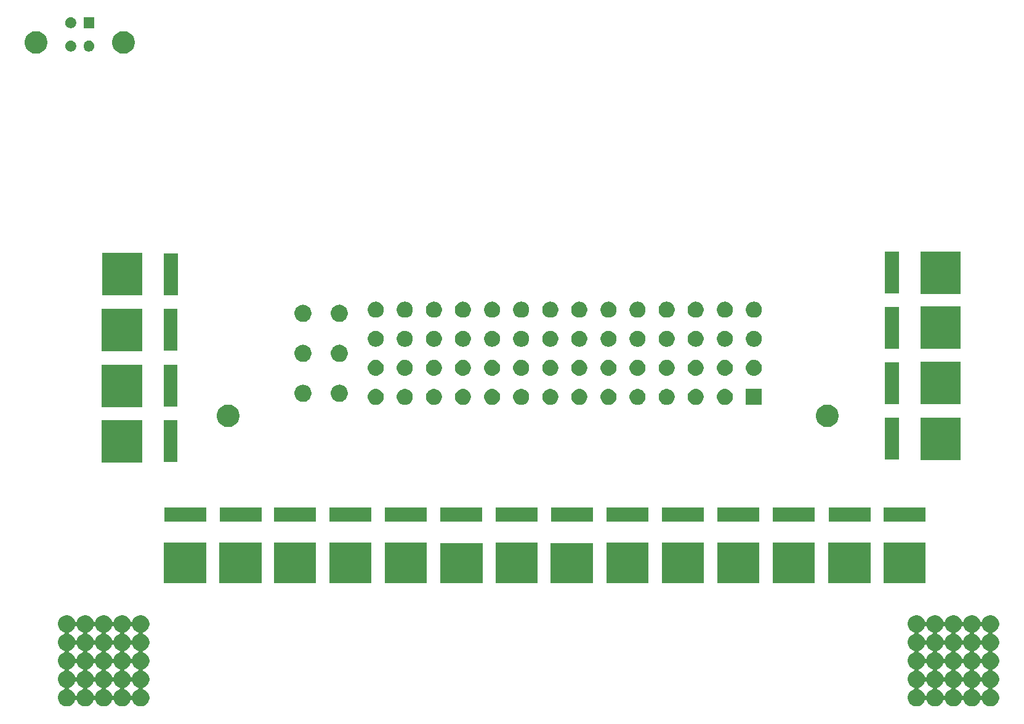
<source format=gbr>
G04 #@! TF.GenerationSoftware,KiCad,Pcbnew,(5.1.5)-3*
G04 #@! TF.CreationDate,2020-10-04T20:12:50-04:00*
G04 #@! TF.ProjectId,rusPDM,72757350-444d-42e6-9b69-6361645f7063,rev?*
G04 #@! TF.SameCoordinates,Original*
G04 #@! TF.FileFunction,Soldermask,Top*
G04 #@! TF.FilePolarity,Negative*
%FSLAX46Y46*%
G04 Gerber Fmt 4.6, Leading zero omitted, Abs format (unit mm)*
G04 Created by KiCad (PCBNEW (5.1.5)-3) date 2020-10-04 20:12:50*
%MOMM*%
%LPD*%
G04 APERTURE LIST*
%ADD10C,0.100000*%
G04 APERTURE END LIST*
D10*
G36*
X204820318Y-100445153D02*
G01*
X205038885Y-100535687D01*
X205038887Y-100535688D01*
X205235593Y-100667122D01*
X205402878Y-100834407D01*
X205534312Y-101031113D01*
X205534313Y-101031115D01*
X205624516Y-101248883D01*
X205636067Y-101270494D01*
X205651613Y-101289436D01*
X205670554Y-101304981D01*
X205692165Y-101316532D01*
X205715614Y-101323645D01*
X205740000Y-101326047D01*
X205764386Y-101323645D01*
X205787835Y-101316532D01*
X205809446Y-101304981D01*
X205828388Y-101289435D01*
X205843933Y-101270494D01*
X205855484Y-101248883D01*
X205945687Y-101031115D01*
X205945688Y-101031113D01*
X206077122Y-100834407D01*
X206244407Y-100667122D01*
X206441113Y-100535688D01*
X206441115Y-100535687D01*
X206659682Y-100445153D01*
X206891710Y-100399000D01*
X207128290Y-100399000D01*
X207360318Y-100445153D01*
X207578885Y-100535687D01*
X207578887Y-100535688D01*
X207775593Y-100667122D01*
X207942878Y-100834407D01*
X208074312Y-101031113D01*
X208074313Y-101031115D01*
X208164516Y-101248883D01*
X208176067Y-101270494D01*
X208191613Y-101289436D01*
X208210554Y-101304981D01*
X208232165Y-101316532D01*
X208255614Y-101323645D01*
X208280000Y-101326047D01*
X208304386Y-101323645D01*
X208327835Y-101316532D01*
X208349446Y-101304981D01*
X208368388Y-101289435D01*
X208383933Y-101270494D01*
X208395484Y-101248883D01*
X208485687Y-101031115D01*
X208485688Y-101031113D01*
X208617122Y-100834407D01*
X208784407Y-100667122D01*
X208981113Y-100535688D01*
X208981115Y-100535687D01*
X209199682Y-100445153D01*
X209431710Y-100399000D01*
X209668290Y-100399000D01*
X209900318Y-100445153D01*
X210118885Y-100535687D01*
X210118887Y-100535688D01*
X210315593Y-100667122D01*
X210482878Y-100834407D01*
X210614312Y-101031113D01*
X210614313Y-101031115D01*
X210704516Y-101248883D01*
X210716067Y-101270494D01*
X210731613Y-101289436D01*
X210750554Y-101304981D01*
X210772165Y-101316532D01*
X210795614Y-101323645D01*
X210820000Y-101326047D01*
X210844386Y-101323645D01*
X210867835Y-101316532D01*
X210889446Y-101304981D01*
X210908388Y-101289435D01*
X210923933Y-101270494D01*
X210935484Y-101248883D01*
X211025687Y-101031115D01*
X211025688Y-101031113D01*
X211157122Y-100834407D01*
X211324407Y-100667122D01*
X211521113Y-100535688D01*
X211521115Y-100535687D01*
X211739682Y-100445153D01*
X211971710Y-100399000D01*
X212208290Y-100399000D01*
X212440318Y-100445153D01*
X212658885Y-100535687D01*
X212658887Y-100535688D01*
X212855593Y-100667122D01*
X213022878Y-100834407D01*
X213154312Y-101031113D01*
X213154313Y-101031115D01*
X213244516Y-101248883D01*
X213256067Y-101270494D01*
X213271613Y-101289436D01*
X213290554Y-101304981D01*
X213312165Y-101316532D01*
X213335614Y-101323645D01*
X213360000Y-101326047D01*
X213384386Y-101323645D01*
X213407835Y-101316532D01*
X213429446Y-101304981D01*
X213448388Y-101289435D01*
X213463933Y-101270494D01*
X213475484Y-101248883D01*
X213565687Y-101031115D01*
X213565688Y-101031113D01*
X213697122Y-100834407D01*
X213864407Y-100667122D01*
X214061113Y-100535688D01*
X214061115Y-100535687D01*
X214279682Y-100445153D01*
X214511710Y-100399000D01*
X214748290Y-100399000D01*
X214980318Y-100445153D01*
X215198885Y-100535687D01*
X215198887Y-100535688D01*
X215395593Y-100667122D01*
X215562878Y-100834407D01*
X215694312Y-101031113D01*
X215694313Y-101031115D01*
X215784847Y-101249682D01*
X215831000Y-101481710D01*
X215831000Y-101718290D01*
X215784847Y-101950318D01*
X215694313Y-102168885D01*
X215694312Y-102168887D01*
X215562878Y-102365593D01*
X215395593Y-102532878D01*
X215198887Y-102664312D01*
X215198886Y-102664313D01*
X215198885Y-102664313D01*
X214981117Y-102754516D01*
X214959506Y-102766067D01*
X214940564Y-102781613D01*
X214925019Y-102800554D01*
X214913468Y-102822165D01*
X214906355Y-102845614D01*
X214903953Y-102870000D01*
X214906355Y-102894386D01*
X214913468Y-102917835D01*
X214925019Y-102939446D01*
X214940565Y-102958388D01*
X214959506Y-102973933D01*
X214981117Y-102985484D01*
X215198885Y-103075687D01*
X215198887Y-103075688D01*
X215395593Y-103207122D01*
X215562878Y-103374407D01*
X215694312Y-103571113D01*
X215694313Y-103571115D01*
X215784847Y-103789682D01*
X215831000Y-104021710D01*
X215831000Y-104258290D01*
X215784847Y-104490318D01*
X215694313Y-104708885D01*
X215694312Y-104708887D01*
X215562878Y-104905593D01*
X215395593Y-105072878D01*
X215198887Y-105204312D01*
X215198886Y-105204313D01*
X215198885Y-105204313D01*
X214981117Y-105294516D01*
X214959506Y-105306067D01*
X214940564Y-105321613D01*
X214925019Y-105340554D01*
X214913468Y-105362165D01*
X214906355Y-105385614D01*
X214903953Y-105410000D01*
X214906355Y-105434386D01*
X214913468Y-105457835D01*
X214925019Y-105479446D01*
X214940565Y-105498388D01*
X214959506Y-105513933D01*
X214981117Y-105525484D01*
X215198885Y-105615687D01*
X215198887Y-105615688D01*
X215395593Y-105747122D01*
X215562878Y-105914407D01*
X215694312Y-106111113D01*
X215694313Y-106111115D01*
X215784847Y-106329682D01*
X215831000Y-106561710D01*
X215831000Y-106798290D01*
X215784847Y-107030318D01*
X215694313Y-107248885D01*
X215694312Y-107248887D01*
X215562878Y-107445593D01*
X215395593Y-107612878D01*
X215198887Y-107744312D01*
X215198886Y-107744313D01*
X215198885Y-107744313D01*
X214981117Y-107834516D01*
X214959506Y-107846067D01*
X214940564Y-107861613D01*
X214925019Y-107880554D01*
X214913468Y-107902165D01*
X214906355Y-107925614D01*
X214903953Y-107950000D01*
X214906355Y-107974386D01*
X214913468Y-107997835D01*
X214925019Y-108019446D01*
X214940565Y-108038388D01*
X214959506Y-108053933D01*
X214981117Y-108065484D01*
X215198885Y-108155687D01*
X215198887Y-108155688D01*
X215395593Y-108287122D01*
X215562878Y-108454407D01*
X215694312Y-108651113D01*
X215694313Y-108651115D01*
X215784847Y-108869682D01*
X215831000Y-109101710D01*
X215831000Y-109338290D01*
X215784847Y-109570318D01*
X215694313Y-109788885D01*
X215694312Y-109788887D01*
X215562878Y-109985593D01*
X215395593Y-110152878D01*
X215198887Y-110284312D01*
X215198886Y-110284313D01*
X215198885Y-110284313D01*
X214981117Y-110374516D01*
X214959506Y-110386067D01*
X214940564Y-110401613D01*
X214925019Y-110420554D01*
X214913468Y-110442165D01*
X214906355Y-110465614D01*
X214903953Y-110490000D01*
X214906355Y-110514386D01*
X214913468Y-110537835D01*
X214925019Y-110559446D01*
X214940565Y-110578388D01*
X214959506Y-110593933D01*
X214981117Y-110605484D01*
X215198885Y-110695687D01*
X215198887Y-110695688D01*
X215395593Y-110827122D01*
X215562878Y-110994407D01*
X215694312Y-111191113D01*
X215694313Y-111191115D01*
X215784847Y-111409682D01*
X215831000Y-111641710D01*
X215831000Y-111878290D01*
X215784847Y-112110318D01*
X215694313Y-112328885D01*
X215694312Y-112328887D01*
X215562878Y-112525593D01*
X215395593Y-112692878D01*
X215198887Y-112824312D01*
X215198886Y-112824313D01*
X215198885Y-112824313D01*
X214980318Y-112914847D01*
X214748290Y-112961000D01*
X214511710Y-112961000D01*
X214279682Y-112914847D01*
X214061115Y-112824313D01*
X214061114Y-112824313D01*
X214061113Y-112824312D01*
X213864407Y-112692878D01*
X213697122Y-112525593D01*
X213565688Y-112328887D01*
X213565687Y-112328885D01*
X213475484Y-112111117D01*
X213463933Y-112089506D01*
X213448387Y-112070564D01*
X213429446Y-112055019D01*
X213407835Y-112043468D01*
X213384386Y-112036355D01*
X213360000Y-112033953D01*
X213335614Y-112036355D01*
X213312165Y-112043468D01*
X213290554Y-112055019D01*
X213271612Y-112070565D01*
X213256067Y-112089506D01*
X213244516Y-112111117D01*
X213154313Y-112328885D01*
X213154312Y-112328887D01*
X213022878Y-112525593D01*
X212855593Y-112692878D01*
X212658887Y-112824312D01*
X212658886Y-112824313D01*
X212658885Y-112824313D01*
X212440318Y-112914847D01*
X212208290Y-112961000D01*
X211971710Y-112961000D01*
X211739682Y-112914847D01*
X211521115Y-112824313D01*
X211521114Y-112824313D01*
X211521113Y-112824312D01*
X211324407Y-112692878D01*
X211157122Y-112525593D01*
X211025688Y-112328887D01*
X211025687Y-112328885D01*
X210935484Y-112111117D01*
X210923933Y-112089506D01*
X210908387Y-112070564D01*
X210889446Y-112055019D01*
X210867835Y-112043468D01*
X210844386Y-112036355D01*
X210820000Y-112033953D01*
X210795614Y-112036355D01*
X210772165Y-112043468D01*
X210750554Y-112055019D01*
X210731612Y-112070565D01*
X210716067Y-112089506D01*
X210704516Y-112111117D01*
X210614313Y-112328885D01*
X210614312Y-112328887D01*
X210482878Y-112525593D01*
X210315593Y-112692878D01*
X210118887Y-112824312D01*
X210118886Y-112824313D01*
X210118885Y-112824313D01*
X209900318Y-112914847D01*
X209668290Y-112961000D01*
X209431710Y-112961000D01*
X209199682Y-112914847D01*
X208981115Y-112824313D01*
X208981114Y-112824313D01*
X208981113Y-112824312D01*
X208784407Y-112692878D01*
X208617122Y-112525593D01*
X208485688Y-112328887D01*
X208485687Y-112328885D01*
X208395484Y-112111117D01*
X208383933Y-112089506D01*
X208368387Y-112070564D01*
X208349446Y-112055019D01*
X208327835Y-112043468D01*
X208304386Y-112036355D01*
X208280000Y-112033953D01*
X208255614Y-112036355D01*
X208232165Y-112043468D01*
X208210554Y-112055019D01*
X208191612Y-112070565D01*
X208176067Y-112089506D01*
X208164516Y-112111117D01*
X208074313Y-112328885D01*
X208074312Y-112328887D01*
X207942878Y-112525593D01*
X207775593Y-112692878D01*
X207578887Y-112824312D01*
X207578886Y-112824313D01*
X207578885Y-112824313D01*
X207360318Y-112914847D01*
X207128290Y-112961000D01*
X206891710Y-112961000D01*
X206659682Y-112914847D01*
X206441115Y-112824313D01*
X206441114Y-112824313D01*
X206441113Y-112824312D01*
X206244407Y-112692878D01*
X206077122Y-112525593D01*
X205945688Y-112328887D01*
X205945687Y-112328885D01*
X205855484Y-112111117D01*
X205843933Y-112089506D01*
X205828387Y-112070564D01*
X205809446Y-112055019D01*
X205787835Y-112043468D01*
X205764386Y-112036355D01*
X205740000Y-112033953D01*
X205715614Y-112036355D01*
X205692165Y-112043468D01*
X205670554Y-112055019D01*
X205651612Y-112070565D01*
X205636067Y-112089506D01*
X205624516Y-112111117D01*
X205534313Y-112328885D01*
X205534312Y-112328887D01*
X205402878Y-112525593D01*
X205235593Y-112692878D01*
X205038887Y-112824312D01*
X205038886Y-112824313D01*
X205038885Y-112824313D01*
X204820318Y-112914847D01*
X204588290Y-112961000D01*
X204351710Y-112961000D01*
X204119682Y-112914847D01*
X203901115Y-112824313D01*
X203901114Y-112824313D01*
X203901113Y-112824312D01*
X203704407Y-112692878D01*
X203537122Y-112525593D01*
X203405688Y-112328887D01*
X203405687Y-112328885D01*
X203315153Y-112110318D01*
X203269000Y-111878290D01*
X203269000Y-111641710D01*
X203315153Y-111409682D01*
X203405687Y-111191115D01*
X203405688Y-111191113D01*
X203537122Y-110994407D01*
X203704407Y-110827122D01*
X203901113Y-110695688D01*
X203901115Y-110695687D01*
X204118883Y-110605484D01*
X204140494Y-110593933D01*
X204159436Y-110578387D01*
X204174981Y-110559446D01*
X204186532Y-110537835D01*
X204193645Y-110514386D01*
X204196047Y-110490000D01*
X204743953Y-110490000D01*
X204746355Y-110514386D01*
X204753468Y-110537835D01*
X204765019Y-110559446D01*
X204780565Y-110578388D01*
X204799506Y-110593933D01*
X204821117Y-110605484D01*
X205038885Y-110695687D01*
X205038887Y-110695688D01*
X205235593Y-110827122D01*
X205402878Y-110994407D01*
X205534312Y-111191113D01*
X205534313Y-111191115D01*
X205624516Y-111408883D01*
X205636067Y-111430494D01*
X205651613Y-111449436D01*
X205670554Y-111464981D01*
X205692165Y-111476532D01*
X205715614Y-111483645D01*
X205740000Y-111486047D01*
X205764386Y-111483645D01*
X205787835Y-111476532D01*
X205809446Y-111464981D01*
X205828388Y-111449435D01*
X205843933Y-111430494D01*
X205855484Y-111408883D01*
X205945687Y-111191115D01*
X205945688Y-111191113D01*
X206077122Y-110994407D01*
X206244407Y-110827122D01*
X206441113Y-110695688D01*
X206441115Y-110695687D01*
X206658883Y-110605484D01*
X206680494Y-110593933D01*
X206699436Y-110578387D01*
X206714981Y-110559446D01*
X206726532Y-110537835D01*
X206733645Y-110514386D01*
X206736047Y-110490000D01*
X207283953Y-110490000D01*
X207286355Y-110514386D01*
X207293468Y-110537835D01*
X207305019Y-110559446D01*
X207320565Y-110578388D01*
X207339506Y-110593933D01*
X207361117Y-110605484D01*
X207578885Y-110695687D01*
X207578887Y-110695688D01*
X207775593Y-110827122D01*
X207942878Y-110994407D01*
X208074312Y-111191113D01*
X208074313Y-111191115D01*
X208164516Y-111408883D01*
X208176067Y-111430494D01*
X208191613Y-111449436D01*
X208210554Y-111464981D01*
X208232165Y-111476532D01*
X208255614Y-111483645D01*
X208280000Y-111486047D01*
X208304386Y-111483645D01*
X208327835Y-111476532D01*
X208349446Y-111464981D01*
X208368388Y-111449435D01*
X208383933Y-111430494D01*
X208395484Y-111408883D01*
X208485687Y-111191115D01*
X208485688Y-111191113D01*
X208617122Y-110994407D01*
X208784407Y-110827122D01*
X208981113Y-110695688D01*
X208981115Y-110695687D01*
X209198883Y-110605484D01*
X209220494Y-110593933D01*
X209239436Y-110578387D01*
X209254981Y-110559446D01*
X209266532Y-110537835D01*
X209273645Y-110514386D01*
X209276047Y-110490000D01*
X209823953Y-110490000D01*
X209826355Y-110514386D01*
X209833468Y-110537835D01*
X209845019Y-110559446D01*
X209860565Y-110578388D01*
X209879506Y-110593933D01*
X209901117Y-110605484D01*
X210118885Y-110695687D01*
X210118887Y-110695688D01*
X210315593Y-110827122D01*
X210482878Y-110994407D01*
X210614312Y-111191113D01*
X210614313Y-111191115D01*
X210704516Y-111408883D01*
X210716067Y-111430494D01*
X210731613Y-111449436D01*
X210750554Y-111464981D01*
X210772165Y-111476532D01*
X210795614Y-111483645D01*
X210820000Y-111486047D01*
X210844386Y-111483645D01*
X210867835Y-111476532D01*
X210889446Y-111464981D01*
X210908388Y-111449435D01*
X210923933Y-111430494D01*
X210935484Y-111408883D01*
X211025687Y-111191115D01*
X211025688Y-111191113D01*
X211157122Y-110994407D01*
X211324407Y-110827122D01*
X211521113Y-110695688D01*
X211521115Y-110695687D01*
X211738883Y-110605484D01*
X211760494Y-110593933D01*
X211779436Y-110578387D01*
X211794981Y-110559446D01*
X211806532Y-110537835D01*
X211813645Y-110514386D01*
X211816047Y-110490000D01*
X212363953Y-110490000D01*
X212366355Y-110514386D01*
X212373468Y-110537835D01*
X212385019Y-110559446D01*
X212400565Y-110578388D01*
X212419506Y-110593933D01*
X212441117Y-110605484D01*
X212658885Y-110695687D01*
X212658887Y-110695688D01*
X212855593Y-110827122D01*
X213022878Y-110994407D01*
X213154312Y-111191113D01*
X213154313Y-111191115D01*
X213244516Y-111408883D01*
X213256067Y-111430494D01*
X213271613Y-111449436D01*
X213290554Y-111464981D01*
X213312165Y-111476532D01*
X213335614Y-111483645D01*
X213360000Y-111486047D01*
X213384386Y-111483645D01*
X213407835Y-111476532D01*
X213429446Y-111464981D01*
X213448388Y-111449435D01*
X213463933Y-111430494D01*
X213475484Y-111408883D01*
X213565687Y-111191115D01*
X213565688Y-111191113D01*
X213697122Y-110994407D01*
X213864407Y-110827122D01*
X214061113Y-110695688D01*
X214061115Y-110695687D01*
X214278883Y-110605484D01*
X214300494Y-110593933D01*
X214319436Y-110578387D01*
X214334981Y-110559446D01*
X214346532Y-110537835D01*
X214353645Y-110514386D01*
X214356047Y-110490000D01*
X214353645Y-110465614D01*
X214346532Y-110442165D01*
X214334981Y-110420554D01*
X214319435Y-110401612D01*
X214300494Y-110386067D01*
X214278883Y-110374516D01*
X214061115Y-110284313D01*
X214061114Y-110284313D01*
X214061113Y-110284312D01*
X213864407Y-110152878D01*
X213697122Y-109985593D01*
X213565688Y-109788887D01*
X213565687Y-109788885D01*
X213475484Y-109571117D01*
X213463933Y-109549506D01*
X213448387Y-109530564D01*
X213429446Y-109515019D01*
X213407835Y-109503468D01*
X213384386Y-109496355D01*
X213360000Y-109493953D01*
X213335614Y-109496355D01*
X213312165Y-109503468D01*
X213290554Y-109515019D01*
X213271612Y-109530565D01*
X213256067Y-109549506D01*
X213244516Y-109571117D01*
X213154313Y-109788885D01*
X213154312Y-109788887D01*
X213022878Y-109985593D01*
X212855593Y-110152878D01*
X212658887Y-110284312D01*
X212658886Y-110284313D01*
X212658885Y-110284313D01*
X212441117Y-110374516D01*
X212419506Y-110386067D01*
X212400564Y-110401613D01*
X212385019Y-110420554D01*
X212373468Y-110442165D01*
X212366355Y-110465614D01*
X212363953Y-110490000D01*
X211816047Y-110490000D01*
X211813645Y-110465614D01*
X211806532Y-110442165D01*
X211794981Y-110420554D01*
X211779435Y-110401612D01*
X211760494Y-110386067D01*
X211738883Y-110374516D01*
X211521115Y-110284313D01*
X211521114Y-110284313D01*
X211521113Y-110284312D01*
X211324407Y-110152878D01*
X211157122Y-109985593D01*
X211025688Y-109788887D01*
X211025687Y-109788885D01*
X210935484Y-109571117D01*
X210923933Y-109549506D01*
X210908387Y-109530564D01*
X210889446Y-109515019D01*
X210867835Y-109503468D01*
X210844386Y-109496355D01*
X210820000Y-109493953D01*
X210795614Y-109496355D01*
X210772165Y-109503468D01*
X210750554Y-109515019D01*
X210731612Y-109530565D01*
X210716067Y-109549506D01*
X210704516Y-109571117D01*
X210614313Y-109788885D01*
X210614312Y-109788887D01*
X210482878Y-109985593D01*
X210315593Y-110152878D01*
X210118887Y-110284312D01*
X210118886Y-110284313D01*
X210118885Y-110284313D01*
X209901117Y-110374516D01*
X209879506Y-110386067D01*
X209860564Y-110401613D01*
X209845019Y-110420554D01*
X209833468Y-110442165D01*
X209826355Y-110465614D01*
X209823953Y-110490000D01*
X209276047Y-110490000D01*
X209273645Y-110465614D01*
X209266532Y-110442165D01*
X209254981Y-110420554D01*
X209239435Y-110401612D01*
X209220494Y-110386067D01*
X209198883Y-110374516D01*
X208981115Y-110284313D01*
X208981114Y-110284313D01*
X208981113Y-110284312D01*
X208784407Y-110152878D01*
X208617122Y-109985593D01*
X208485688Y-109788887D01*
X208485687Y-109788885D01*
X208395484Y-109571117D01*
X208383933Y-109549506D01*
X208368387Y-109530564D01*
X208349446Y-109515019D01*
X208327835Y-109503468D01*
X208304386Y-109496355D01*
X208280000Y-109493953D01*
X208255614Y-109496355D01*
X208232165Y-109503468D01*
X208210554Y-109515019D01*
X208191612Y-109530565D01*
X208176067Y-109549506D01*
X208164516Y-109571117D01*
X208074313Y-109788885D01*
X208074312Y-109788887D01*
X207942878Y-109985593D01*
X207775593Y-110152878D01*
X207578887Y-110284312D01*
X207578886Y-110284313D01*
X207578885Y-110284313D01*
X207361117Y-110374516D01*
X207339506Y-110386067D01*
X207320564Y-110401613D01*
X207305019Y-110420554D01*
X207293468Y-110442165D01*
X207286355Y-110465614D01*
X207283953Y-110490000D01*
X206736047Y-110490000D01*
X206733645Y-110465614D01*
X206726532Y-110442165D01*
X206714981Y-110420554D01*
X206699435Y-110401612D01*
X206680494Y-110386067D01*
X206658883Y-110374516D01*
X206441115Y-110284313D01*
X206441114Y-110284313D01*
X206441113Y-110284312D01*
X206244407Y-110152878D01*
X206077122Y-109985593D01*
X205945688Y-109788887D01*
X205945687Y-109788885D01*
X205855484Y-109571117D01*
X205843933Y-109549506D01*
X205828387Y-109530564D01*
X205809446Y-109515019D01*
X205787835Y-109503468D01*
X205764386Y-109496355D01*
X205740000Y-109493953D01*
X205715614Y-109496355D01*
X205692165Y-109503468D01*
X205670554Y-109515019D01*
X205651612Y-109530565D01*
X205636067Y-109549506D01*
X205624516Y-109571117D01*
X205534313Y-109788885D01*
X205534312Y-109788887D01*
X205402878Y-109985593D01*
X205235593Y-110152878D01*
X205038887Y-110284312D01*
X205038886Y-110284313D01*
X205038885Y-110284313D01*
X204821117Y-110374516D01*
X204799506Y-110386067D01*
X204780564Y-110401613D01*
X204765019Y-110420554D01*
X204753468Y-110442165D01*
X204746355Y-110465614D01*
X204743953Y-110490000D01*
X204196047Y-110490000D01*
X204193645Y-110465614D01*
X204186532Y-110442165D01*
X204174981Y-110420554D01*
X204159435Y-110401612D01*
X204140494Y-110386067D01*
X204118883Y-110374516D01*
X203901115Y-110284313D01*
X203901114Y-110284313D01*
X203901113Y-110284312D01*
X203704407Y-110152878D01*
X203537122Y-109985593D01*
X203405688Y-109788887D01*
X203405687Y-109788885D01*
X203315153Y-109570318D01*
X203269000Y-109338290D01*
X203269000Y-109101710D01*
X203315153Y-108869682D01*
X203405687Y-108651115D01*
X203405688Y-108651113D01*
X203537122Y-108454407D01*
X203704407Y-108287122D01*
X203901113Y-108155688D01*
X203901115Y-108155687D01*
X204118883Y-108065484D01*
X204140494Y-108053933D01*
X204159436Y-108038387D01*
X204174981Y-108019446D01*
X204186532Y-107997835D01*
X204193645Y-107974386D01*
X204196047Y-107950000D01*
X204743953Y-107950000D01*
X204746355Y-107974386D01*
X204753468Y-107997835D01*
X204765019Y-108019446D01*
X204780565Y-108038388D01*
X204799506Y-108053933D01*
X204821117Y-108065484D01*
X205038885Y-108155687D01*
X205038887Y-108155688D01*
X205235593Y-108287122D01*
X205402878Y-108454407D01*
X205534312Y-108651113D01*
X205534313Y-108651115D01*
X205624516Y-108868883D01*
X205636067Y-108890494D01*
X205651613Y-108909436D01*
X205670554Y-108924981D01*
X205692165Y-108936532D01*
X205715614Y-108943645D01*
X205740000Y-108946047D01*
X205764386Y-108943645D01*
X205787835Y-108936532D01*
X205809446Y-108924981D01*
X205828388Y-108909435D01*
X205843933Y-108890494D01*
X205855484Y-108868883D01*
X205945687Y-108651115D01*
X205945688Y-108651113D01*
X206077122Y-108454407D01*
X206244407Y-108287122D01*
X206441113Y-108155688D01*
X206441115Y-108155687D01*
X206658883Y-108065484D01*
X206680494Y-108053933D01*
X206699436Y-108038387D01*
X206714981Y-108019446D01*
X206726532Y-107997835D01*
X206733645Y-107974386D01*
X206736047Y-107950000D01*
X207283953Y-107950000D01*
X207286355Y-107974386D01*
X207293468Y-107997835D01*
X207305019Y-108019446D01*
X207320565Y-108038388D01*
X207339506Y-108053933D01*
X207361117Y-108065484D01*
X207578885Y-108155687D01*
X207578887Y-108155688D01*
X207775593Y-108287122D01*
X207942878Y-108454407D01*
X208074312Y-108651113D01*
X208074313Y-108651115D01*
X208164516Y-108868883D01*
X208176067Y-108890494D01*
X208191613Y-108909436D01*
X208210554Y-108924981D01*
X208232165Y-108936532D01*
X208255614Y-108943645D01*
X208280000Y-108946047D01*
X208304386Y-108943645D01*
X208327835Y-108936532D01*
X208349446Y-108924981D01*
X208368388Y-108909435D01*
X208383933Y-108890494D01*
X208395484Y-108868883D01*
X208485687Y-108651115D01*
X208485688Y-108651113D01*
X208617122Y-108454407D01*
X208784407Y-108287122D01*
X208981113Y-108155688D01*
X208981115Y-108155687D01*
X209198883Y-108065484D01*
X209220494Y-108053933D01*
X209239436Y-108038387D01*
X209254981Y-108019446D01*
X209266532Y-107997835D01*
X209273645Y-107974386D01*
X209276047Y-107950000D01*
X209823953Y-107950000D01*
X209826355Y-107974386D01*
X209833468Y-107997835D01*
X209845019Y-108019446D01*
X209860565Y-108038388D01*
X209879506Y-108053933D01*
X209901117Y-108065484D01*
X210118885Y-108155687D01*
X210118887Y-108155688D01*
X210315593Y-108287122D01*
X210482878Y-108454407D01*
X210614312Y-108651113D01*
X210614313Y-108651115D01*
X210704516Y-108868883D01*
X210716067Y-108890494D01*
X210731613Y-108909436D01*
X210750554Y-108924981D01*
X210772165Y-108936532D01*
X210795614Y-108943645D01*
X210820000Y-108946047D01*
X210844386Y-108943645D01*
X210867835Y-108936532D01*
X210889446Y-108924981D01*
X210908388Y-108909435D01*
X210923933Y-108890494D01*
X210935484Y-108868883D01*
X211025687Y-108651115D01*
X211025688Y-108651113D01*
X211157122Y-108454407D01*
X211324407Y-108287122D01*
X211521113Y-108155688D01*
X211521115Y-108155687D01*
X211738883Y-108065484D01*
X211760494Y-108053933D01*
X211779436Y-108038387D01*
X211794981Y-108019446D01*
X211806532Y-107997835D01*
X211813645Y-107974386D01*
X211816047Y-107950000D01*
X212363953Y-107950000D01*
X212366355Y-107974386D01*
X212373468Y-107997835D01*
X212385019Y-108019446D01*
X212400565Y-108038388D01*
X212419506Y-108053933D01*
X212441117Y-108065484D01*
X212658885Y-108155687D01*
X212658887Y-108155688D01*
X212855593Y-108287122D01*
X213022878Y-108454407D01*
X213154312Y-108651113D01*
X213154313Y-108651115D01*
X213244516Y-108868883D01*
X213256067Y-108890494D01*
X213271613Y-108909436D01*
X213290554Y-108924981D01*
X213312165Y-108936532D01*
X213335614Y-108943645D01*
X213360000Y-108946047D01*
X213384386Y-108943645D01*
X213407835Y-108936532D01*
X213429446Y-108924981D01*
X213448388Y-108909435D01*
X213463933Y-108890494D01*
X213475484Y-108868883D01*
X213565687Y-108651115D01*
X213565688Y-108651113D01*
X213697122Y-108454407D01*
X213864407Y-108287122D01*
X214061113Y-108155688D01*
X214061115Y-108155687D01*
X214278883Y-108065484D01*
X214300494Y-108053933D01*
X214319436Y-108038387D01*
X214334981Y-108019446D01*
X214346532Y-107997835D01*
X214353645Y-107974386D01*
X214356047Y-107950000D01*
X214353645Y-107925614D01*
X214346532Y-107902165D01*
X214334981Y-107880554D01*
X214319435Y-107861612D01*
X214300494Y-107846067D01*
X214278883Y-107834516D01*
X214061115Y-107744313D01*
X214061114Y-107744313D01*
X214061113Y-107744312D01*
X213864407Y-107612878D01*
X213697122Y-107445593D01*
X213565688Y-107248887D01*
X213565687Y-107248885D01*
X213475484Y-107031117D01*
X213463933Y-107009506D01*
X213448387Y-106990564D01*
X213429446Y-106975019D01*
X213407835Y-106963468D01*
X213384386Y-106956355D01*
X213360000Y-106953953D01*
X213335614Y-106956355D01*
X213312165Y-106963468D01*
X213290554Y-106975019D01*
X213271612Y-106990565D01*
X213256067Y-107009506D01*
X213244516Y-107031117D01*
X213154313Y-107248885D01*
X213154312Y-107248887D01*
X213022878Y-107445593D01*
X212855593Y-107612878D01*
X212658887Y-107744312D01*
X212658886Y-107744313D01*
X212658885Y-107744313D01*
X212441117Y-107834516D01*
X212419506Y-107846067D01*
X212400564Y-107861613D01*
X212385019Y-107880554D01*
X212373468Y-107902165D01*
X212366355Y-107925614D01*
X212363953Y-107950000D01*
X211816047Y-107950000D01*
X211813645Y-107925614D01*
X211806532Y-107902165D01*
X211794981Y-107880554D01*
X211779435Y-107861612D01*
X211760494Y-107846067D01*
X211738883Y-107834516D01*
X211521115Y-107744313D01*
X211521114Y-107744313D01*
X211521113Y-107744312D01*
X211324407Y-107612878D01*
X211157122Y-107445593D01*
X211025688Y-107248887D01*
X211025687Y-107248885D01*
X210935484Y-107031117D01*
X210923933Y-107009506D01*
X210908387Y-106990564D01*
X210889446Y-106975019D01*
X210867835Y-106963468D01*
X210844386Y-106956355D01*
X210820000Y-106953953D01*
X210795614Y-106956355D01*
X210772165Y-106963468D01*
X210750554Y-106975019D01*
X210731612Y-106990565D01*
X210716067Y-107009506D01*
X210704516Y-107031117D01*
X210614313Y-107248885D01*
X210614312Y-107248887D01*
X210482878Y-107445593D01*
X210315593Y-107612878D01*
X210118887Y-107744312D01*
X210118886Y-107744313D01*
X210118885Y-107744313D01*
X209901117Y-107834516D01*
X209879506Y-107846067D01*
X209860564Y-107861613D01*
X209845019Y-107880554D01*
X209833468Y-107902165D01*
X209826355Y-107925614D01*
X209823953Y-107950000D01*
X209276047Y-107950000D01*
X209273645Y-107925614D01*
X209266532Y-107902165D01*
X209254981Y-107880554D01*
X209239435Y-107861612D01*
X209220494Y-107846067D01*
X209198883Y-107834516D01*
X208981115Y-107744313D01*
X208981114Y-107744313D01*
X208981113Y-107744312D01*
X208784407Y-107612878D01*
X208617122Y-107445593D01*
X208485688Y-107248887D01*
X208485687Y-107248885D01*
X208395484Y-107031117D01*
X208383933Y-107009506D01*
X208368387Y-106990564D01*
X208349446Y-106975019D01*
X208327835Y-106963468D01*
X208304386Y-106956355D01*
X208280000Y-106953953D01*
X208255614Y-106956355D01*
X208232165Y-106963468D01*
X208210554Y-106975019D01*
X208191612Y-106990565D01*
X208176067Y-107009506D01*
X208164516Y-107031117D01*
X208074313Y-107248885D01*
X208074312Y-107248887D01*
X207942878Y-107445593D01*
X207775593Y-107612878D01*
X207578887Y-107744312D01*
X207578886Y-107744313D01*
X207578885Y-107744313D01*
X207361117Y-107834516D01*
X207339506Y-107846067D01*
X207320564Y-107861613D01*
X207305019Y-107880554D01*
X207293468Y-107902165D01*
X207286355Y-107925614D01*
X207283953Y-107950000D01*
X206736047Y-107950000D01*
X206733645Y-107925614D01*
X206726532Y-107902165D01*
X206714981Y-107880554D01*
X206699435Y-107861612D01*
X206680494Y-107846067D01*
X206658883Y-107834516D01*
X206441115Y-107744313D01*
X206441114Y-107744313D01*
X206441113Y-107744312D01*
X206244407Y-107612878D01*
X206077122Y-107445593D01*
X205945688Y-107248887D01*
X205945687Y-107248885D01*
X205855484Y-107031117D01*
X205843933Y-107009506D01*
X205828387Y-106990564D01*
X205809446Y-106975019D01*
X205787835Y-106963468D01*
X205764386Y-106956355D01*
X205740000Y-106953953D01*
X205715614Y-106956355D01*
X205692165Y-106963468D01*
X205670554Y-106975019D01*
X205651612Y-106990565D01*
X205636067Y-107009506D01*
X205624516Y-107031117D01*
X205534313Y-107248885D01*
X205534312Y-107248887D01*
X205402878Y-107445593D01*
X205235593Y-107612878D01*
X205038887Y-107744312D01*
X205038886Y-107744313D01*
X205038885Y-107744313D01*
X204821117Y-107834516D01*
X204799506Y-107846067D01*
X204780564Y-107861613D01*
X204765019Y-107880554D01*
X204753468Y-107902165D01*
X204746355Y-107925614D01*
X204743953Y-107950000D01*
X204196047Y-107950000D01*
X204193645Y-107925614D01*
X204186532Y-107902165D01*
X204174981Y-107880554D01*
X204159435Y-107861612D01*
X204140494Y-107846067D01*
X204118883Y-107834516D01*
X203901115Y-107744313D01*
X203901114Y-107744313D01*
X203901113Y-107744312D01*
X203704407Y-107612878D01*
X203537122Y-107445593D01*
X203405688Y-107248887D01*
X203405687Y-107248885D01*
X203315153Y-107030318D01*
X203269000Y-106798290D01*
X203269000Y-106561710D01*
X203315153Y-106329682D01*
X203405687Y-106111115D01*
X203405688Y-106111113D01*
X203537122Y-105914407D01*
X203704407Y-105747122D01*
X203901113Y-105615688D01*
X203901115Y-105615687D01*
X204118883Y-105525484D01*
X204140494Y-105513933D01*
X204159436Y-105498387D01*
X204174981Y-105479446D01*
X204186532Y-105457835D01*
X204193645Y-105434386D01*
X204196047Y-105410000D01*
X204743953Y-105410000D01*
X204746355Y-105434386D01*
X204753468Y-105457835D01*
X204765019Y-105479446D01*
X204780565Y-105498388D01*
X204799506Y-105513933D01*
X204821117Y-105525484D01*
X205038885Y-105615687D01*
X205038887Y-105615688D01*
X205235593Y-105747122D01*
X205402878Y-105914407D01*
X205534312Y-106111113D01*
X205534313Y-106111115D01*
X205624516Y-106328883D01*
X205636067Y-106350494D01*
X205651613Y-106369436D01*
X205670554Y-106384981D01*
X205692165Y-106396532D01*
X205715614Y-106403645D01*
X205740000Y-106406047D01*
X205764386Y-106403645D01*
X205787835Y-106396532D01*
X205809446Y-106384981D01*
X205828388Y-106369435D01*
X205843933Y-106350494D01*
X205855484Y-106328883D01*
X205945687Y-106111115D01*
X205945688Y-106111113D01*
X206077122Y-105914407D01*
X206244407Y-105747122D01*
X206441113Y-105615688D01*
X206441115Y-105615687D01*
X206658883Y-105525484D01*
X206680494Y-105513933D01*
X206699436Y-105498387D01*
X206714981Y-105479446D01*
X206726532Y-105457835D01*
X206733645Y-105434386D01*
X206736047Y-105410000D01*
X207283953Y-105410000D01*
X207286355Y-105434386D01*
X207293468Y-105457835D01*
X207305019Y-105479446D01*
X207320565Y-105498388D01*
X207339506Y-105513933D01*
X207361117Y-105525484D01*
X207578885Y-105615687D01*
X207578887Y-105615688D01*
X207775593Y-105747122D01*
X207942878Y-105914407D01*
X208074312Y-106111113D01*
X208074313Y-106111115D01*
X208164516Y-106328883D01*
X208176067Y-106350494D01*
X208191613Y-106369436D01*
X208210554Y-106384981D01*
X208232165Y-106396532D01*
X208255614Y-106403645D01*
X208280000Y-106406047D01*
X208304386Y-106403645D01*
X208327835Y-106396532D01*
X208349446Y-106384981D01*
X208368388Y-106369435D01*
X208383933Y-106350494D01*
X208395484Y-106328883D01*
X208485687Y-106111115D01*
X208485688Y-106111113D01*
X208617122Y-105914407D01*
X208784407Y-105747122D01*
X208981113Y-105615688D01*
X208981115Y-105615687D01*
X209198883Y-105525484D01*
X209220494Y-105513933D01*
X209239436Y-105498387D01*
X209254981Y-105479446D01*
X209266532Y-105457835D01*
X209273645Y-105434386D01*
X209276047Y-105410000D01*
X209823953Y-105410000D01*
X209826355Y-105434386D01*
X209833468Y-105457835D01*
X209845019Y-105479446D01*
X209860565Y-105498388D01*
X209879506Y-105513933D01*
X209901117Y-105525484D01*
X210118885Y-105615687D01*
X210118887Y-105615688D01*
X210315593Y-105747122D01*
X210482878Y-105914407D01*
X210614312Y-106111113D01*
X210614313Y-106111115D01*
X210704516Y-106328883D01*
X210716067Y-106350494D01*
X210731613Y-106369436D01*
X210750554Y-106384981D01*
X210772165Y-106396532D01*
X210795614Y-106403645D01*
X210820000Y-106406047D01*
X210844386Y-106403645D01*
X210867835Y-106396532D01*
X210889446Y-106384981D01*
X210908388Y-106369435D01*
X210923933Y-106350494D01*
X210935484Y-106328883D01*
X211025687Y-106111115D01*
X211025688Y-106111113D01*
X211157122Y-105914407D01*
X211324407Y-105747122D01*
X211521113Y-105615688D01*
X211521115Y-105615687D01*
X211738883Y-105525484D01*
X211760494Y-105513933D01*
X211779436Y-105498387D01*
X211794981Y-105479446D01*
X211806532Y-105457835D01*
X211813645Y-105434386D01*
X211816047Y-105410000D01*
X212363953Y-105410000D01*
X212366355Y-105434386D01*
X212373468Y-105457835D01*
X212385019Y-105479446D01*
X212400565Y-105498388D01*
X212419506Y-105513933D01*
X212441117Y-105525484D01*
X212658885Y-105615687D01*
X212658887Y-105615688D01*
X212855593Y-105747122D01*
X213022878Y-105914407D01*
X213154312Y-106111113D01*
X213154313Y-106111115D01*
X213244516Y-106328883D01*
X213256067Y-106350494D01*
X213271613Y-106369436D01*
X213290554Y-106384981D01*
X213312165Y-106396532D01*
X213335614Y-106403645D01*
X213360000Y-106406047D01*
X213384386Y-106403645D01*
X213407835Y-106396532D01*
X213429446Y-106384981D01*
X213448388Y-106369435D01*
X213463933Y-106350494D01*
X213475484Y-106328883D01*
X213565687Y-106111115D01*
X213565688Y-106111113D01*
X213697122Y-105914407D01*
X213864407Y-105747122D01*
X214061113Y-105615688D01*
X214061115Y-105615687D01*
X214278883Y-105525484D01*
X214300494Y-105513933D01*
X214319436Y-105498387D01*
X214334981Y-105479446D01*
X214346532Y-105457835D01*
X214353645Y-105434386D01*
X214356047Y-105410000D01*
X214353645Y-105385614D01*
X214346532Y-105362165D01*
X214334981Y-105340554D01*
X214319435Y-105321612D01*
X214300494Y-105306067D01*
X214278883Y-105294516D01*
X214061115Y-105204313D01*
X214061114Y-105204313D01*
X214061113Y-105204312D01*
X213864407Y-105072878D01*
X213697122Y-104905593D01*
X213565688Y-104708887D01*
X213565687Y-104708885D01*
X213475484Y-104491117D01*
X213463933Y-104469506D01*
X213448387Y-104450564D01*
X213429446Y-104435019D01*
X213407835Y-104423468D01*
X213384386Y-104416355D01*
X213360000Y-104413953D01*
X213335614Y-104416355D01*
X213312165Y-104423468D01*
X213290554Y-104435019D01*
X213271612Y-104450565D01*
X213256067Y-104469506D01*
X213244516Y-104491117D01*
X213154313Y-104708885D01*
X213154312Y-104708887D01*
X213022878Y-104905593D01*
X212855593Y-105072878D01*
X212658887Y-105204312D01*
X212658886Y-105204313D01*
X212658885Y-105204313D01*
X212441117Y-105294516D01*
X212419506Y-105306067D01*
X212400564Y-105321613D01*
X212385019Y-105340554D01*
X212373468Y-105362165D01*
X212366355Y-105385614D01*
X212363953Y-105410000D01*
X211816047Y-105410000D01*
X211813645Y-105385614D01*
X211806532Y-105362165D01*
X211794981Y-105340554D01*
X211779435Y-105321612D01*
X211760494Y-105306067D01*
X211738883Y-105294516D01*
X211521115Y-105204313D01*
X211521114Y-105204313D01*
X211521113Y-105204312D01*
X211324407Y-105072878D01*
X211157122Y-104905593D01*
X211025688Y-104708887D01*
X211025687Y-104708885D01*
X210935484Y-104491117D01*
X210923933Y-104469506D01*
X210908387Y-104450564D01*
X210889446Y-104435019D01*
X210867835Y-104423468D01*
X210844386Y-104416355D01*
X210820000Y-104413953D01*
X210795614Y-104416355D01*
X210772165Y-104423468D01*
X210750554Y-104435019D01*
X210731612Y-104450565D01*
X210716067Y-104469506D01*
X210704516Y-104491117D01*
X210614313Y-104708885D01*
X210614312Y-104708887D01*
X210482878Y-104905593D01*
X210315593Y-105072878D01*
X210118887Y-105204312D01*
X210118886Y-105204313D01*
X210118885Y-105204313D01*
X209901117Y-105294516D01*
X209879506Y-105306067D01*
X209860564Y-105321613D01*
X209845019Y-105340554D01*
X209833468Y-105362165D01*
X209826355Y-105385614D01*
X209823953Y-105410000D01*
X209276047Y-105410000D01*
X209273645Y-105385614D01*
X209266532Y-105362165D01*
X209254981Y-105340554D01*
X209239435Y-105321612D01*
X209220494Y-105306067D01*
X209198883Y-105294516D01*
X208981115Y-105204313D01*
X208981114Y-105204313D01*
X208981113Y-105204312D01*
X208784407Y-105072878D01*
X208617122Y-104905593D01*
X208485688Y-104708887D01*
X208485687Y-104708885D01*
X208395484Y-104491117D01*
X208383933Y-104469506D01*
X208368387Y-104450564D01*
X208349446Y-104435019D01*
X208327835Y-104423468D01*
X208304386Y-104416355D01*
X208280000Y-104413953D01*
X208255614Y-104416355D01*
X208232165Y-104423468D01*
X208210554Y-104435019D01*
X208191612Y-104450565D01*
X208176067Y-104469506D01*
X208164516Y-104491117D01*
X208074313Y-104708885D01*
X208074312Y-104708887D01*
X207942878Y-104905593D01*
X207775593Y-105072878D01*
X207578887Y-105204312D01*
X207578886Y-105204313D01*
X207578885Y-105204313D01*
X207361117Y-105294516D01*
X207339506Y-105306067D01*
X207320564Y-105321613D01*
X207305019Y-105340554D01*
X207293468Y-105362165D01*
X207286355Y-105385614D01*
X207283953Y-105410000D01*
X206736047Y-105410000D01*
X206733645Y-105385614D01*
X206726532Y-105362165D01*
X206714981Y-105340554D01*
X206699435Y-105321612D01*
X206680494Y-105306067D01*
X206658883Y-105294516D01*
X206441115Y-105204313D01*
X206441114Y-105204313D01*
X206441113Y-105204312D01*
X206244407Y-105072878D01*
X206077122Y-104905593D01*
X205945688Y-104708887D01*
X205945687Y-104708885D01*
X205855484Y-104491117D01*
X205843933Y-104469506D01*
X205828387Y-104450564D01*
X205809446Y-104435019D01*
X205787835Y-104423468D01*
X205764386Y-104416355D01*
X205740000Y-104413953D01*
X205715614Y-104416355D01*
X205692165Y-104423468D01*
X205670554Y-104435019D01*
X205651612Y-104450565D01*
X205636067Y-104469506D01*
X205624516Y-104491117D01*
X205534313Y-104708885D01*
X205534312Y-104708887D01*
X205402878Y-104905593D01*
X205235593Y-105072878D01*
X205038887Y-105204312D01*
X205038886Y-105204313D01*
X205038885Y-105204313D01*
X204821117Y-105294516D01*
X204799506Y-105306067D01*
X204780564Y-105321613D01*
X204765019Y-105340554D01*
X204753468Y-105362165D01*
X204746355Y-105385614D01*
X204743953Y-105410000D01*
X204196047Y-105410000D01*
X204193645Y-105385614D01*
X204186532Y-105362165D01*
X204174981Y-105340554D01*
X204159435Y-105321612D01*
X204140494Y-105306067D01*
X204118883Y-105294516D01*
X203901115Y-105204313D01*
X203901114Y-105204313D01*
X203901113Y-105204312D01*
X203704407Y-105072878D01*
X203537122Y-104905593D01*
X203405688Y-104708887D01*
X203405687Y-104708885D01*
X203315153Y-104490318D01*
X203269000Y-104258290D01*
X203269000Y-104021710D01*
X203315153Y-103789682D01*
X203405687Y-103571115D01*
X203405688Y-103571113D01*
X203537122Y-103374407D01*
X203704407Y-103207122D01*
X203901113Y-103075688D01*
X203901115Y-103075687D01*
X204118883Y-102985484D01*
X204140494Y-102973933D01*
X204159436Y-102958387D01*
X204174981Y-102939446D01*
X204186532Y-102917835D01*
X204193645Y-102894386D01*
X204196047Y-102870000D01*
X204743953Y-102870000D01*
X204746355Y-102894386D01*
X204753468Y-102917835D01*
X204765019Y-102939446D01*
X204780565Y-102958388D01*
X204799506Y-102973933D01*
X204821117Y-102985484D01*
X205038885Y-103075687D01*
X205038887Y-103075688D01*
X205235593Y-103207122D01*
X205402878Y-103374407D01*
X205534312Y-103571113D01*
X205534313Y-103571115D01*
X205624516Y-103788883D01*
X205636067Y-103810494D01*
X205651613Y-103829436D01*
X205670554Y-103844981D01*
X205692165Y-103856532D01*
X205715614Y-103863645D01*
X205740000Y-103866047D01*
X205764386Y-103863645D01*
X205787835Y-103856532D01*
X205809446Y-103844981D01*
X205828388Y-103829435D01*
X205843933Y-103810494D01*
X205855484Y-103788883D01*
X205945687Y-103571115D01*
X205945688Y-103571113D01*
X206077122Y-103374407D01*
X206244407Y-103207122D01*
X206441113Y-103075688D01*
X206441115Y-103075687D01*
X206658883Y-102985484D01*
X206680494Y-102973933D01*
X206699436Y-102958387D01*
X206714981Y-102939446D01*
X206726532Y-102917835D01*
X206733645Y-102894386D01*
X206736047Y-102870000D01*
X207283953Y-102870000D01*
X207286355Y-102894386D01*
X207293468Y-102917835D01*
X207305019Y-102939446D01*
X207320565Y-102958388D01*
X207339506Y-102973933D01*
X207361117Y-102985484D01*
X207578885Y-103075687D01*
X207578887Y-103075688D01*
X207775593Y-103207122D01*
X207942878Y-103374407D01*
X208074312Y-103571113D01*
X208074313Y-103571115D01*
X208164516Y-103788883D01*
X208176067Y-103810494D01*
X208191613Y-103829436D01*
X208210554Y-103844981D01*
X208232165Y-103856532D01*
X208255614Y-103863645D01*
X208280000Y-103866047D01*
X208304386Y-103863645D01*
X208327835Y-103856532D01*
X208349446Y-103844981D01*
X208368388Y-103829435D01*
X208383933Y-103810494D01*
X208395484Y-103788883D01*
X208485687Y-103571115D01*
X208485688Y-103571113D01*
X208617122Y-103374407D01*
X208784407Y-103207122D01*
X208981113Y-103075688D01*
X208981115Y-103075687D01*
X209198883Y-102985484D01*
X209220494Y-102973933D01*
X209239436Y-102958387D01*
X209254981Y-102939446D01*
X209266532Y-102917835D01*
X209273645Y-102894386D01*
X209276047Y-102870000D01*
X209823953Y-102870000D01*
X209826355Y-102894386D01*
X209833468Y-102917835D01*
X209845019Y-102939446D01*
X209860565Y-102958388D01*
X209879506Y-102973933D01*
X209901117Y-102985484D01*
X210118885Y-103075687D01*
X210118887Y-103075688D01*
X210315593Y-103207122D01*
X210482878Y-103374407D01*
X210614312Y-103571113D01*
X210614313Y-103571115D01*
X210704516Y-103788883D01*
X210716067Y-103810494D01*
X210731613Y-103829436D01*
X210750554Y-103844981D01*
X210772165Y-103856532D01*
X210795614Y-103863645D01*
X210820000Y-103866047D01*
X210844386Y-103863645D01*
X210867835Y-103856532D01*
X210889446Y-103844981D01*
X210908388Y-103829435D01*
X210923933Y-103810494D01*
X210935484Y-103788883D01*
X211025687Y-103571115D01*
X211025688Y-103571113D01*
X211157122Y-103374407D01*
X211324407Y-103207122D01*
X211521113Y-103075688D01*
X211521115Y-103075687D01*
X211738883Y-102985484D01*
X211760494Y-102973933D01*
X211779436Y-102958387D01*
X211794981Y-102939446D01*
X211806532Y-102917835D01*
X211813645Y-102894386D01*
X211816047Y-102870000D01*
X212363953Y-102870000D01*
X212366355Y-102894386D01*
X212373468Y-102917835D01*
X212385019Y-102939446D01*
X212400565Y-102958388D01*
X212419506Y-102973933D01*
X212441117Y-102985484D01*
X212658885Y-103075687D01*
X212658887Y-103075688D01*
X212855593Y-103207122D01*
X213022878Y-103374407D01*
X213154312Y-103571113D01*
X213154313Y-103571115D01*
X213244516Y-103788883D01*
X213256067Y-103810494D01*
X213271613Y-103829436D01*
X213290554Y-103844981D01*
X213312165Y-103856532D01*
X213335614Y-103863645D01*
X213360000Y-103866047D01*
X213384386Y-103863645D01*
X213407835Y-103856532D01*
X213429446Y-103844981D01*
X213448388Y-103829435D01*
X213463933Y-103810494D01*
X213475484Y-103788883D01*
X213565687Y-103571115D01*
X213565688Y-103571113D01*
X213697122Y-103374407D01*
X213864407Y-103207122D01*
X214061113Y-103075688D01*
X214061115Y-103075687D01*
X214278883Y-102985484D01*
X214300494Y-102973933D01*
X214319436Y-102958387D01*
X214334981Y-102939446D01*
X214346532Y-102917835D01*
X214353645Y-102894386D01*
X214356047Y-102870000D01*
X214353645Y-102845614D01*
X214346532Y-102822165D01*
X214334981Y-102800554D01*
X214319435Y-102781612D01*
X214300494Y-102766067D01*
X214278883Y-102754516D01*
X214061115Y-102664313D01*
X214061114Y-102664313D01*
X214061113Y-102664312D01*
X213864407Y-102532878D01*
X213697122Y-102365593D01*
X213565688Y-102168887D01*
X213565687Y-102168885D01*
X213475484Y-101951117D01*
X213463933Y-101929506D01*
X213448387Y-101910564D01*
X213429446Y-101895019D01*
X213407835Y-101883468D01*
X213384386Y-101876355D01*
X213360000Y-101873953D01*
X213335614Y-101876355D01*
X213312165Y-101883468D01*
X213290554Y-101895019D01*
X213271612Y-101910565D01*
X213256067Y-101929506D01*
X213244516Y-101951117D01*
X213154313Y-102168885D01*
X213154312Y-102168887D01*
X213022878Y-102365593D01*
X212855593Y-102532878D01*
X212658887Y-102664312D01*
X212658886Y-102664313D01*
X212658885Y-102664313D01*
X212441117Y-102754516D01*
X212419506Y-102766067D01*
X212400564Y-102781613D01*
X212385019Y-102800554D01*
X212373468Y-102822165D01*
X212366355Y-102845614D01*
X212363953Y-102870000D01*
X211816047Y-102870000D01*
X211813645Y-102845614D01*
X211806532Y-102822165D01*
X211794981Y-102800554D01*
X211779435Y-102781612D01*
X211760494Y-102766067D01*
X211738883Y-102754516D01*
X211521115Y-102664313D01*
X211521114Y-102664313D01*
X211521113Y-102664312D01*
X211324407Y-102532878D01*
X211157122Y-102365593D01*
X211025688Y-102168887D01*
X211025687Y-102168885D01*
X210935484Y-101951117D01*
X210923933Y-101929506D01*
X210908387Y-101910564D01*
X210889446Y-101895019D01*
X210867835Y-101883468D01*
X210844386Y-101876355D01*
X210820000Y-101873953D01*
X210795614Y-101876355D01*
X210772165Y-101883468D01*
X210750554Y-101895019D01*
X210731612Y-101910565D01*
X210716067Y-101929506D01*
X210704516Y-101951117D01*
X210614313Y-102168885D01*
X210614312Y-102168887D01*
X210482878Y-102365593D01*
X210315593Y-102532878D01*
X210118887Y-102664312D01*
X210118886Y-102664313D01*
X210118885Y-102664313D01*
X209901117Y-102754516D01*
X209879506Y-102766067D01*
X209860564Y-102781613D01*
X209845019Y-102800554D01*
X209833468Y-102822165D01*
X209826355Y-102845614D01*
X209823953Y-102870000D01*
X209276047Y-102870000D01*
X209273645Y-102845614D01*
X209266532Y-102822165D01*
X209254981Y-102800554D01*
X209239435Y-102781612D01*
X209220494Y-102766067D01*
X209198883Y-102754516D01*
X208981115Y-102664313D01*
X208981114Y-102664313D01*
X208981113Y-102664312D01*
X208784407Y-102532878D01*
X208617122Y-102365593D01*
X208485688Y-102168887D01*
X208485687Y-102168885D01*
X208395484Y-101951117D01*
X208383933Y-101929506D01*
X208368387Y-101910564D01*
X208349446Y-101895019D01*
X208327835Y-101883468D01*
X208304386Y-101876355D01*
X208280000Y-101873953D01*
X208255614Y-101876355D01*
X208232165Y-101883468D01*
X208210554Y-101895019D01*
X208191612Y-101910565D01*
X208176067Y-101929506D01*
X208164516Y-101951117D01*
X208074313Y-102168885D01*
X208074312Y-102168887D01*
X207942878Y-102365593D01*
X207775593Y-102532878D01*
X207578887Y-102664312D01*
X207578886Y-102664313D01*
X207578885Y-102664313D01*
X207361117Y-102754516D01*
X207339506Y-102766067D01*
X207320564Y-102781613D01*
X207305019Y-102800554D01*
X207293468Y-102822165D01*
X207286355Y-102845614D01*
X207283953Y-102870000D01*
X206736047Y-102870000D01*
X206733645Y-102845614D01*
X206726532Y-102822165D01*
X206714981Y-102800554D01*
X206699435Y-102781612D01*
X206680494Y-102766067D01*
X206658883Y-102754516D01*
X206441115Y-102664313D01*
X206441114Y-102664313D01*
X206441113Y-102664312D01*
X206244407Y-102532878D01*
X206077122Y-102365593D01*
X205945688Y-102168887D01*
X205945687Y-102168885D01*
X205855484Y-101951117D01*
X205843933Y-101929506D01*
X205828387Y-101910564D01*
X205809446Y-101895019D01*
X205787835Y-101883468D01*
X205764386Y-101876355D01*
X205740000Y-101873953D01*
X205715614Y-101876355D01*
X205692165Y-101883468D01*
X205670554Y-101895019D01*
X205651612Y-101910565D01*
X205636067Y-101929506D01*
X205624516Y-101951117D01*
X205534313Y-102168885D01*
X205534312Y-102168887D01*
X205402878Y-102365593D01*
X205235593Y-102532878D01*
X205038887Y-102664312D01*
X205038886Y-102664313D01*
X205038885Y-102664313D01*
X204821117Y-102754516D01*
X204799506Y-102766067D01*
X204780564Y-102781613D01*
X204765019Y-102800554D01*
X204753468Y-102822165D01*
X204746355Y-102845614D01*
X204743953Y-102870000D01*
X204196047Y-102870000D01*
X204193645Y-102845614D01*
X204186532Y-102822165D01*
X204174981Y-102800554D01*
X204159435Y-102781612D01*
X204140494Y-102766067D01*
X204118883Y-102754516D01*
X203901115Y-102664313D01*
X203901114Y-102664313D01*
X203901113Y-102664312D01*
X203704407Y-102532878D01*
X203537122Y-102365593D01*
X203405688Y-102168887D01*
X203405687Y-102168885D01*
X203315153Y-101950318D01*
X203269000Y-101718290D01*
X203269000Y-101481710D01*
X203315153Y-101249682D01*
X203405687Y-101031115D01*
X203405688Y-101031113D01*
X203537122Y-100834407D01*
X203704407Y-100667122D01*
X203901113Y-100535688D01*
X203901115Y-100535687D01*
X204119682Y-100445153D01*
X204351710Y-100399000D01*
X204588290Y-100399000D01*
X204820318Y-100445153D01*
G37*
G36*
X87980318Y-100445153D02*
G01*
X88198885Y-100535687D01*
X88198887Y-100535688D01*
X88395593Y-100667122D01*
X88562878Y-100834407D01*
X88694312Y-101031113D01*
X88694313Y-101031115D01*
X88784516Y-101248883D01*
X88796067Y-101270494D01*
X88811613Y-101289436D01*
X88830554Y-101304981D01*
X88852165Y-101316532D01*
X88875614Y-101323645D01*
X88900000Y-101326047D01*
X88924386Y-101323645D01*
X88947835Y-101316532D01*
X88969446Y-101304981D01*
X88988388Y-101289435D01*
X89003933Y-101270494D01*
X89015484Y-101248883D01*
X89105687Y-101031115D01*
X89105688Y-101031113D01*
X89237122Y-100834407D01*
X89404407Y-100667122D01*
X89601113Y-100535688D01*
X89601115Y-100535687D01*
X89819682Y-100445153D01*
X90051710Y-100399000D01*
X90288290Y-100399000D01*
X90520318Y-100445153D01*
X90738885Y-100535687D01*
X90738887Y-100535688D01*
X90935593Y-100667122D01*
X91102878Y-100834407D01*
X91234312Y-101031113D01*
X91234313Y-101031115D01*
X91324516Y-101248883D01*
X91336067Y-101270494D01*
X91351613Y-101289436D01*
X91370554Y-101304981D01*
X91392165Y-101316532D01*
X91415614Y-101323645D01*
X91440000Y-101326047D01*
X91464386Y-101323645D01*
X91487835Y-101316532D01*
X91509446Y-101304981D01*
X91528388Y-101289435D01*
X91543933Y-101270494D01*
X91555484Y-101248883D01*
X91645687Y-101031115D01*
X91645688Y-101031113D01*
X91777122Y-100834407D01*
X91944407Y-100667122D01*
X92141113Y-100535688D01*
X92141115Y-100535687D01*
X92359682Y-100445153D01*
X92591710Y-100399000D01*
X92828290Y-100399000D01*
X93060318Y-100445153D01*
X93278885Y-100535687D01*
X93278887Y-100535688D01*
X93475593Y-100667122D01*
X93642878Y-100834407D01*
X93774312Y-101031113D01*
X93774313Y-101031115D01*
X93864516Y-101248883D01*
X93876067Y-101270494D01*
X93891613Y-101289436D01*
X93910554Y-101304981D01*
X93932165Y-101316532D01*
X93955614Y-101323645D01*
X93980000Y-101326047D01*
X94004386Y-101323645D01*
X94027835Y-101316532D01*
X94049446Y-101304981D01*
X94068388Y-101289435D01*
X94083933Y-101270494D01*
X94095484Y-101248883D01*
X94185687Y-101031115D01*
X94185688Y-101031113D01*
X94317122Y-100834407D01*
X94484407Y-100667122D01*
X94681113Y-100535688D01*
X94681115Y-100535687D01*
X94899682Y-100445153D01*
X95131710Y-100399000D01*
X95368290Y-100399000D01*
X95600318Y-100445153D01*
X95818885Y-100535687D01*
X95818887Y-100535688D01*
X96015593Y-100667122D01*
X96182878Y-100834407D01*
X96314312Y-101031113D01*
X96314313Y-101031115D01*
X96404516Y-101248883D01*
X96416067Y-101270494D01*
X96431613Y-101289436D01*
X96450554Y-101304981D01*
X96472165Y-101316532D01*
X96495614Y-101323645D01*
X96520000Y-101326047D01*
X96544386Y-101323645D01*
X96567835Y-101316532D01*
X96589446Y-101304981D01*
X96608388Y-101289435D01*
X96623933Y-101270494D01*
X96635484Y-101248883D01*
X96725687Y-101031115D01*
X96725688Y-101031113D01*
X96857122Y-100834407D01*
X97024407Y-100667122D01*
X97221113Y-100535688D01*
X97221115Y-100535687D01*
X97439682Y-100445153D01*
X97671710Y-100399000D01*
X97908290Y-100399000D01*
X98140318Y-100445153D01*
X98358885Y-100535687D01*
X98358887Y-100535688D01*
X98555593Y-100667122D01*
X98722878Y-100834407D01*
X98854312Y-101031113D01*
X98854313Y-101031115D01*
X98944847Y-101249682D01*
X98991000Y-101481710D01*
X98991000Y-101718290D01*
X98944847Y-101950318D01*
X98854313Y-102168885D01*
X98854312Y-102168887D01*
X98722878Y-102365593D01*
X98555593Y-102532878D01*
X98358887Y-102664312D01*
X98358886Y-102664313D01*
X98358885Y-102664313D01*
X98141117Y-102754516D01*
X98119506Y-102766067D01*
X98100564Y-102781613D01*
X98085019Y-102800554D01*
X98073468Y-102822165D01*
X98066355Y-102845614D01*
X98063953Y-102870000D01*
X98066355Y-102894386D01*
X98073468Y-102917835D01*
X98085019Y-102939446D01*
X98100565Y-102958388D01*
X98119506Y-102973933D01*
X98141117Y-102985484D01*
X98358885Y-103075687D01*
X98358887Y-103075688D01*
X98555593Y-103207122D01*
X98722878Y-103374407D01*
X98854312Y-103571113D01*
X98854313Y-103571115D01*
X98944847Y-103789682D01*
X98991000Y-104021710D01*
X98991000Y-104258290D01*
X98944847Y-104490318D01*
X98854313Y-104708885D01*
X98854312Y-104708887D01*
X98722878Y-104905593D01*
X98555593Y-105072878D01*
X98358887Y-105204312D01*
X98358886Y-105204313D01*
X98358885Y-105204313D01*
X98141117Y-105294516D01*
X98119506Y-105306067D01*
X98100564Y-105321613D01*
X98085019Y-105340554D01*
X98073468Y-105362165D01*
X98066355Y-105385614D01*
X98063953Y-105410000D01*
X98066355Y-105434386D01*
X98073468Y-105457835D01*
X98085019Y-105479446D01*
X98100565Y-105498388D01*
X98119506Y-105513933D01*
X98141117Y-105525484D01*
X98358885Y-105615687D01*
X98358887Y-105615688D01*
X98555593Y-105747122D01*
X98722878Y-105914407D01*
X98854312Y-106111113D01*
X98854313Y-106111115D01*
X98944847Y-106329682D01*
X98991000Y-106561710D01*
X98991000Y-106798290D01*
X98944847Y-107030318D01*
X98854313Y-107248885D01*
X98854312Y-107248887D01*
X98722878Y-107445593D01*
X98555593Y-107612878D01*
X98358887Y-107744312D01*
X98358886Y-107744313D01*
X98358885Y-107744313D01*
X98141117Y-107834516D01*
X98119506Y-107846067D01*
X98100564Y-107861613D01*
X98085019Y-107880554D01*
X98073468Y-107902165D01*
X98066355Y-107925614D01*
X98063953Y-107950000D01*
X98066355Y-107974386D01*
X98073468Y-107997835D01*
X98085019Y-108019446D01*
X98100565Y-108038388D01*
X98119506Y-108053933D01*
X98141117Y-108065484D01*
X98358885Y-108155687D01*
X98358887Y-108155688D01*
X98555593Y-108287122D01*
X98722878Y-108454407D01*
X98854312Y-108651113D01*
X98854313Y-108651115D01*
X98944847Y-108869682D01*
X98991000Y-109101710D01*
X98991000Y-109338290D01*
X98944847Y-109570318D01*
X98854313Y-109788885D01*
X98854312Y-109788887D01*
X98722878Y-109985593D01*
X98555593Y-110152878D01*
X98358887Y-110284312D01*
X98358886Y-110284313D01*
X98358885Y-110284313D01*
X98141117Y-110374516D01*
X98119506Y-110386067D01*
X98100564Y-110401613D01*
X98085019Y-110420554D01*
X98073468Y-110442165D01*
X98066355Y-110465614D01*
X98063953Y-110490000D01*
X98066355Y-110514386D01*
X98073468Y-110537835D01*
X98085019Y-110559446D01*
X98100565Y-110578388D01*
X98119506Y-110593933D01*
X98141117Y-110605484D01*
X98358885Y-110695687D01*
X98358887Y-110695688D01*
X98555593Y-110827122D01*
X98722878Y-110994407D01*
X98854312Y-111191113D01*
X98854313Y-111191115D01*
X98944847Y-111409682D01*
X98991000Y-111641710D01*
X98991000Y-111878290D01*
X98944847Y-112110318D01*
X98854313Y-112328885D01*
X98854312Y-112328887D01*
X98722878Y-112525593D01*
X98555593Y-112692878D01*
X98358887Y-112824312D01*
X98358886Y-112824313D01*
X98358885Y-112824313D01*
X98140318Y-112914847D01*
X97908290Y-112961000D01*
X97671710Y-112961000D01*
X97439682Y-112914847D01*
X97221115Y-112824313D01*
X97221114Y-112824313D01*
X97221113Y-112824312D01*
X97024407Y-112692878D01*
X96857122Y-112525593D01*
X96725688Y-112328887D01*
X96725687Y-112328885D01*
X96635484Y-112111117D01*
X96623933Y-112089506D01*
X96608387Y-112070564D01*
X96589446Y-112055019D01*
X96567835Y-112043468D01*
X96544386Y-112036355D01*
X96520000Y-112033953D01*
X96495614Y-112036355D01*
X96472165Y-112043468D01*
X96450554Y-112055019D01*
X96431612Y-112070565D01*
X96416067Y-112089506D01*
X96404516Y-112111117D01*
X96314313Y-112328885D01*
X96314312Y-112328887D01*
X96182878Y-112525593D01*
X96015593Y-112692878D01*
X95818887Y-112824312D01*
X95818886Y-112824313D01*
X95818885Y-112824313D01*
X95600318Y-112914847D01*
X95368290Y-112961000D01*
X95131710Y-112961000D01*
X94899682Y-112914847D01*
X94681115Y-112824313D01*
X94681114Y-112824313D01*
X94681113Y-112824312D01*
X94484407Y-112692878D01*
X94317122Y-112525593D01*
X94185688Y-112328887D01*
X94185687Y-112328885D01*
X94095484Y-112111117D01*
X94083933Y-112089506D01*
X94068387Y-112070564D01*
X94049446Y-112055019D01*
X94027835Y-112043468D01*
X94004386Y-112036355D01*
X93980000Y-112033953D01*
X93955614Y-112036355D01*
X93932165Y-112043468D01*
X93910554Y-112055019D01*
X93891612Y-112070565D01*
X93876067Y-112089506D01*
X93864516Y-112111117D01*
X93774313Y-112328885D01*
X93774312Y-112328887D01*
X93642878Y-112525593D01*
X93475593Y-112692878D01*
X93278887Y-112824312D01*
X93278886Y-112824313D01*
X93278885Y-112824313D01*
X93060318Y-112914847D01*
X92828290Y-112961000D01*
X92591710Y-112961000D01*
X92359682Y-112914847D01*
X92141115Y-112824313D01*
X92141114Y-112824313D01*
X92141113Y-112824312D01*
X91944407Y-112692878D01*
X91777122Y-112525593D01*
X91645688Y-112328887D01*
X91645687Y-112328885D01*
X91555484Y-112111117D01*
X91543933Y-112089506D01*
X91528387Y-112070564D01*
X91509446Y-112055019D01*
X91487835Y-112043468D01*
X91464386Y-112036355D01*
X91440000Y-112033953D01*
X91415614Y-112036355D01*
X91392165Y-112043468D01*
X91370554Y-112055019D01*
X91351612Y-112070565D01*
X91336067Y-112089506D01*
X91324516Y-112111117D01*
X91234313Y-112328885D01*
X91234312Y-112328887D01*
X91102878Y-112525593D01*
X90935593Y-112692878D01*
X90738887Y-112824312D01*
X90738886Y-112824313D01*
X90738885Y-112824313D01*
X90520318Y-112914847D01*
X90288290Y-112961000D01*
X90051710Y-112961000D01*
X89819682Y-112914847D01*
X89601115Y-112824313D01*
X89601114Y-112824313D01*
X89601113Y-112824312D01*
X89404407Y-112692878D01*
X89237122Y-112525593D01*
X89105688Y-112328887D01*
X89105687Y-112328885D01*
X89015484Y-112111117D01*
X89003933Y-112089506D01*
X88988387Y-112070564D01*
X88969446Y-112055019D01*
X88947835Y-112043468D01*
X88924386Y-112036355D01*
X88900000Y-112033953D01*
X88875614Y-112036355D01*
X88852165Y-112043468D01*
X88830554Y-112055019D01*
X88811612Y-112070565D01*
X88796067Y-112089506D01*
X88784516Y-112111117D01*
X88694313Y-112328885D01*
X88694312Y-112328887D01*
X88562878Y-112525593D01*
X88395593Y-112692878D01*
X88198887Y-112824312D01*
X88198886Y-112824313D01*
X88198885Y-112824313D01*
X87980318Y-112914847D01*
X87748290Y-112961000D01*
X87511710Y-112961000D01*
X87279682Y-112914847D01*
X87061115Y-112824313D01*
X87061114Y-112824313D01*
X87061113Y-112824312D01*
X86864407Y-112692878D01*
X86697122Y-112525593D01*
X86565688Y-112328887D01*
X86565687Y-112328885D01*
X86475153Y-112110318D01*
X86429000Y-111878290D01*
X86429000Y-111641710D01*
X86475153Y-111409682D01*
X86565687Y-111191115D01*
X86565688Y-111191113D01*
X86697122Y-110994407D01*
X86864407Y-110827122D01*
X87061113Y-110695688D01*
X87061115Y-110695687D01*
X87278883Y-110605484D01*
X87300494Y-110593933D01*
X87319436Y-110578387D01*
X87334981Y-110559446D01*
X87346532Y-110537835D01*
X87353645Y-110514386D01*
X87356047Y-110490000D01*
X87903953Y-110490000D01*
X87906355Y-110514386D01*
X87913468Y-110537835D01*
X87925019Y-110559446D01*
X87940565Y-110578388D01*
X87959506Y-110593933D01*
X87981117Y-110605484D01*
X88198885Y-110695687D01*
X88198887Y-110695688D01*
X88395593Y-110827122D01*
X88562878Y-110994407D01*
X88694312Y-111191113D01*
X88694313Y-111191115D01*
X88784516Y-111408883D01*
X88796067Y-111430494D01*
X88811613Y-111449436D01*
X88830554Y-111464981D01*
X88852165Y-111476532D01*
X88875614Y-111483645D01*
X88900000Y-111486047D01*
X88924386Y-111483645D01*
X88947835Y-111476532D01*
X88969446Y-111464981D01*
X88988388Y-111449435D01*
X89003933Y-111430494D01*
X89015484Y-111408883D01*
X89105687Y-111191115D01*
X89105688Y-111191113D01*
X89237122Y-110994407D01*
X89404407Y-110827122D01*
X89601113Y-110695688D01*
X89601115Y-110695687D01*
X89818883Y-110605484D01*
X89840494Y-110593933D01*
X89859436Y-110578387D01*
X89874981Y-110559446D01*
X89886532Y-110537835D01*
X89893645Y-110514386D01*
X89896047Y-110490000D01*
X90443953Y-110490000D01*
X90446355Y-110514386D01*
X90453468Y-110537835D01*
X90465019Y-110559446D01*
X90480565Y-110578388D01*
X90499506Y-110593933D01*
X90521117Y-110605484D01*
X90738885Y-110695687D01*
X90738887Y-110695688D01*
X90935593Y-110827122D01*
X91102878Y-110994407D01*
X91234312Y-111191113D01*
X91234313Y-111191115D01*
X91324516Y-111408883D01*
X91336067Y-111430494D01*
X91351613Y-111449436D01*
X91370554Y-111464981D01*
X91392165Y-111476532D01*
X91415614Y-111483645D01*
X91440000Y-111486047D01*
X91464386Y-111483645D01*
X91487835Y-111476532D01*
X91509446Y-111464981D01*
X91528388Y-111449435D01*
X91543933Y-111430494D01*
X91555484Y-111408883D01*
X91645687Y-111191115D01*
X91645688Y-111191113D01*
X91777122Y-110994407D01*
X91944407Y-110827122D01*
X92141113Y-110695688D01*
X92141115Y-110695687D01*
X92358883Y-110605484D01*
X92380494Y-110593933D01*
X92399436Y-110578387D01*
X92414981Y-110559446D01*
X92426532Y-110537835D01*
X92433645Y-110514386D01*
X92436047Y-110490000D01*
X92983953Y-110490000D01*
X92986355Y-110514386D01*
X92993468Y-110537835D01*
X93005019Y-110559446D01*
X93020565Y-110578388D01*
X93039506Y-110593933D01*
X93061117Y-110605484D01*
X93278885Y-110695687D01*
X93278887Y-110695688D01*
X93475593Y-110827122D01*
X93642878Y-110994407D01*
X93774312Y-111191113D01*
X93774313Y-111191115D01*
X93864516Y-111408883D01*
X93876067Y-111430494D01*
X93891613Y-111449436D01*
X93910554Y-111464981D01*
X93932165Y-111476532D01*
X93955614Y-111483645D01*
X93980000Y-111486047D01*
X94004386Y-111483645D01*
X94027835Y-111476532D01*
X94049446Y-111464981D01*
X94068388Y-111449435D01*
X94083933Y-111430494D01*
X94095484Y-111408883D01*
X94185687Y-111191115D01*
X94185688Y-111191113D01*
X94317122Y-110994407D01*
X94484407Y-110827122D01*
X94681113Y-110695688D01*
X94681115Y-110695687D01*
X94898883Y-110605484D01*
X94920494Y-110593933D01*
X94939436Y-110578387D01*
X94954981Y-110559446D01*
X94966532Y-110537835D01*
X94973645Y-110514386D01*
X94976047Y-110490000D01*
X95523953Y-110490000D01*
X95526355Y-110514386D01*
X95533468Y-110537835D01*
X95545019Y-110559446D01*
X95560565Y-110578388D01*
X95579506Y-110593933D01*
X95601117Y-110605484D01*
X95818885Y-110695687D01*
X95818887Y-110695688D01*
X96015593Y-110827122D01*
X96182878Y-110994407D01*
X96314312Y-111191113D01*
X96314313Y-111191115D01*
X96404516Y-111408883D01*
X96416067Y-111430494D01*
X96431613Y-111449436D01*
X96450554Y-111464981D01*
X96472165Y-111476532D01*
X96495614Y-111483645D01*
X96520000Y-111486047D01*
X96544386Y-111483645D01*
X96567835Y-111476532D01*
X96589446Y-111464981D01*
X96608388Y-111449435D01*
X96623933Y-111430494D01*
X96635484Y-111408883D01*
X96725687Y-111191115D01*
X96725688Y-111191113D01*
X96857122Y-110994407D01*
X97024407Y-110827122D01*
X97221113Y-110695688D01*
X97221115Y-110695687D01*
X97438883Y-110605484D01*
X97460494Y-110593933D01*
X97479436Y-110578387D01*
X97494981Y-110559446D01*
X97506532Y-110537835D01*
X97513645Y-110514386D01*
X97516047Y-110490000D01*
X97513645Y-110465614D01*
X97506532Y-110442165D01*
X97494981Y-110420554D01*
X97479435Y-110401612D01*
X97460494Y-110386067D01*
X97438883Y-110374516D01*
X97221115Y-110284313D01*
X97221114Y-110284313D01*
X97221113Y-110284312D01*
X97024407Y-110152878D01*
X96857122Y-109985593D01*
X96725688Y-109788887D01*
X96725687Y-109788885D01*
X96635484Y-109571117D01*
X96623933Y-109549506D01*
X96608387Y-109530564D01*
X96589446Y-109515019D01*
X96567835Y-109503468D01*
X96544386Y-109496355D01*
X96520000Y-109493953D01*
X96495614Y-109496355D01*
X96472165Y-109503468D01*
X96450554Y-109515019D01*
X96431612Y-109530565D01*
X96416067Y-109549506D01*
X96404516Y-109571117D01*
X96314313Y-109788885D01*
X96314312Y-109788887D01*
X96182878Y-109985593D01*
X96015593Y-110152878D01*
X95818887Y-110284312D01*
X95818886Y-110284313D01*
X95818885Y-110284313D01*
X95601117Y-110374516D01*
X95579506Y-110386067D01*
X95560564Y-110401613D01*
X95545019Y-110420554D01*
X95533468Y-110442165D01*
X95526355Y-110465614D01*
X95523953Y-110490000D01*
X94976047Y-110490000D01*
X94973645Y-110465614D01*
X94966532Y-110442165D01*
X94954981Y-110420554D01*
X94939435Y-110401612D01*
X94920494Y-110386067D01*
X94898883Y-110374516D01*
X94681115Y-110284313D01*
X94681114Y-110284313D01*
X94681113Y-110284312D01*
X94484407Y-110152878D01*
X94317122Y-109985593D01*
X94185688Y-109788887D01*
X94185687Y-109788885D01*
X94095484Y-109571117D01*
X94083933Y-109549506D01*
X94068387Y-109530564D01*
X94049446Y-109515019D01*
X94027835Y-109503468D01*
X94004386Y-109496355D01*
X93980000Y-109493953D01*
X93955614Y-109496355D01*
X93932165Y-109503468D01*
X93910554Y-109515019D01*
X93891612Y-109530565D01*
X93876067Y-109549506D01*
X93864516Y-109571117D01*
X93774313Y-109788885D01*
X93774312Y-109788887D01*
X93642878Y-109985593D01*
X93475593Y-110152878D01*
X93278887Y-110284312D01*
X93278886Y-110284313D01*
X93278885Y-110284313D01*
X93061117Y-110374516D01*
X93039506Y-110386067D01*
X93020564Y-110401613D01*
X93005019Y-110420554D01*
X92993468Y-110442165D01*
X92986355Y-110465614D01*
X92983953Y-110490000D01*
X92436047Y-110490000D01*
X92433645Y-110465614D01*
X92426532Y-110442165D01*
X92414981Y-110420554D01*
X92399435Y-110401612D01*
X92380494Y-110386067D01*
X92358883Y-110374516D01*
X92141115Y-110284313D01*
X92141114Y-110284313D01*
X92141113Y-110284312D01*
X91944407Y-110152878D01*
X91777122Y-109985593D01*
X91645688Y-109788887D01*
X91645687Y-109788885D01*
X91555484Y-109571117D01*
X91543933Y-109549506D01*
X91528387Y-109530564D01*
X91509446Y-109515019D01*
X91487835Y-109503468D01*
X91464386Y-109496355D01*
X91440000Y-109493953D01*
X91415614Y-109496355D01*
X91392165Y-109503468D01*
X91370554Y-109515019D01*
X91351612Y-109530565D01*
X91336067Y-109549506D01*
X91324516Y-109571117D01*
X91234313Y-109788885D01*
X91234312Y-109788887D01*
X91102878Y-109985593D01*
X90935593Y-110152878D01*
X90738887Y-110284312D01*
X90738886Y-110284313D01*
X90738885Y-110284313D01*
X90521117Y-110374516D01*
X90499506Y-110386067D01*
X90480564Y-110401613D01*
X90465019Y-110420554D01*
X90453468Y-110442165D01*
X90446355Y-110465614D01*
X90443953Y-110490000D01*
X89896047Y-110490000D01*
X89893645Y-110465614D01*
X89886532Y-110442165D01*
X89874981Y-110420554D01*
X89859435Y-110401612D01*
X89840494Y-110386067D01*
X89818883Y-110374516D01*
X89601115Y-110284313D01*
X89601114Y-110284313D01*
X89601113Y-110284312D01*
X89404407Y-110152878D01*
X89237122Y-109985593D01*
X89105688Y-109788887D01*
X89105687Y-109788885D01*
X89015484Y-109571117D01*
X89003933Y-109549506D01*
X88988387Y-109530564D01*
X88969446Y-109515019D01*
X88947835Y-109503468D01*
X88924386Y-109496355D01*
X88900000Y-109493953D01*
X88875614Y-109496355D01*
X88852165Y-109503468D01*
X88830554Y-109515019D01*
X88811612Y-109530565D01*
X88796067Y-109549506D01*
X88784516Y-109571117D01*
X88694313Y-109788885D01*
X88694312Y-109788887D01*
X88562878Y-109985593D01*
X88395593Y-110152878D01*
X88198887Y-110284312D01*
X88198886Y-110284313D01*
X88198885Y-110284313D01*
X87981117Y-110374516D01*
X87959506Y-110386067D01*
X87940564Y-110401613D01*
X87925019Y-110420554D01*
X87913468Y-110442165D01*
X87906355Y-110465614D01*
X87903953Y-110490000D01*
X87356047Y-110490000D01*
X87353645Y-110465614D01*
X87346532Y-110442165D01*
X87334981Y-110420554D01*
X87319435Y-110401612D01*
X87300494Y-110386067D01*
X87278883Y-110374516D01*
X87061115Y-110284313D01*
X87061114Y-110284313D01*
X87061113Y-110284312D01*
X86864407Y-110152878D01*
X86697122Y-109985593D01*
X86565688Y-109788887D01*
X86565687Y-109788885D01*
X86475153Y-109570318D01*
X86429000Y-109338290D01*
X86429000Y-109101710D01*
X86475153Y-108869682D01*
X86565687Y-108651115D01*
X86565688Y-108651113D01*
X86697122Y-108454407D01*
X86864407Y-108287122D01*
X87061113Y-108155688D01*
X87061115Y-108155687D01*
X87278883Y-108065484D01*
X87300494Y-108053933D01*
X87319436Y-108038387D01*
X87334981Y-108019446D01*
X87346532Y-107997835D01*
X87353645Y-107974386D01*
X87356047Y-107950000D01*
X87903953Y-107950000D01*
X87906355Y-107974386D01*
X87913468Y-107997835D01*
X87925019Y-108019446D01*
X87940565Y-108038388D01*
X87959506Y-108053933D01*
X87981117Y-108065484D01*
X88198885Y-108155687D01*
X88198887Y-108155688D01*
X88395593Y-108287122D01*
X88562878Y-108454407D01*
X88694312Y-108651113D01*
X88694313Y-108651115D01*
X88784516Y-108868883D01*
X88796067Y-108890494D01*
X88811613Y-108909436D01*
X88830554Y-108924981D01*
X88852165Y-108936532D01*
X88875614Y-108943645D01*
X88900000Y-108946047D01*
X88924386Y-108943645D01*
X88947835Y-108936532D01*
X88969446Y-108924981D01*
X88988388Y-108909435D01*
X89003933Y-108890494D01*
X89015484Y-108868883D01*
X89105687Y-108651115D01*
X89105688Y-108651113D01*
X89237122Y-108454407D01*
X89404407Y-108287122D01*
X89601113Y-108155688D01*
X89601115Y-108155687D01*
X89818883Y-108065484D01*
X89840494Y-108053933D01*
X89859436Y-108038387D01*
X89874981Y-108019446D01*
X89886532Y-107997835D01*
X89893645Y-107974386D01*
X89896047Y-107950000D01*
X90443953Y-107950000D01*
X90446355Y-107974386D01*
X90453468Y-107997835D01*
X90465019Y-108019446D01*
X90480565Y-108038388D01*
X90499506Y-108053933D01*
X90521117Y-108065484D01*
X90738885Y-108155687D01*
X90738887Y-108155688D01*
X90935593Y-108287122D01*
X91102878Y-108454407D01*
X91234312Y-108651113D01*
X91234313Y-108651115D01*
X91324516Y-108868883D01*
X91336067Y-108890494D01*
X91351613Y-108909436D01*
X91370554Y-108924981D01*
X91392165Y-108936532D01*
X91415614Y-108943645D01*
X91440000Y-108946047D01*
X91464386Y-108943645D01*
X91487835Y-108936532D01*
X91509446Y-108924981D01*
X91528388Y-108909435D01*
X91543933Y-108890494D01*
X91555484Y-108868883D01*
X91645687Y-108651115D01*
X91645688Y-108651113D01*
X91777122Y-108454407D01*
X91944407Y-108287122D01*
X92141113Y-108155688D01*
X92141115Y-108155687D01*
X92358883Y-108065484D01*
X92380494Y-108053933D01*
X92399436Y-108038387D01*
X92414981Y-108019446D01*
X92426532Y-107997835D01*
X92433645Y-107974386D01*
X92436047Y-107950000D01*
X92983953Y-107950000D01*
X92986355Y-107974386D01*
X92993468Y-107997835D01*
X93005019Y-108019446D01*
X93020565Y-108038388D01*
X93039506Y-108053933D01*
X93061117Y-108065484D01*
X93278885Y-108155687D01*
X93278887Y-108155688D01*
X93475593Y-108287122D01*
X93642878Y-108454407D01*
X93774312Y-108651113D01*
X93774313Y-108651115D01*
X93864516Y-108868883D01*
X93876067Y-108890494D01*
X93891613Y-108909436D01*
X93910554Y-108924981D01*
X93932165Y-108936532D01*
X93955614Y-108943645D01*
X93980000Y-108946047D01*
X94004386Y-108943645D01*
X94027835Y-108936532D01*
X94049446Y-108924981D01*
X94068388Y-108909435D01*
X94083933Y-108890494D01*
X94095484Y-108868883D01*
X94185687Y-108651115D01*
X94185688Y-108651113D01*
X94317122Y-108454407D01*
X94484407Y-108287122D01*
X94681113Y-108155688D01*
X94681115Y-108155687D01*
X94898883Y-108065484D01*
X94920494Y-108053933D01*
X94939436Y-108038387D01*
X94954981Y-108019446D01*
X94966532Y-107997835D01*
X94973645Y-107974386D01*
X94976047Y-107950000D01*
X95523953Y-107950000D01*
X95526355Y-107974386D01*
X95533468Y-107997835D01*
X95545019Y-108019446D01*
X95560565Y-108038388D01*
X95579506Y-108053933D01*
X95601117Y-108065484D01*
X95818885Y-108155687D01*
X95818887Y-108155688D01*
X96015593Y-108287122D01*
X96182878Y-108454407D01*
X96314312Y-108651113D01*
X96314313Y-108651115D01*
X96404516Y-108868883D01*
X96416067Y-108890494D01*
X96431613Y-108909436D01*
X96450554Y-108924981D01*
X96472165Y-108936532D01*
X96495614Y-108943645D01*
X96520000Y-108946047D01*
X96544386Y-108943645D01*
X96567835Y-108936532D01*
X96589446Y-108924981D01*
X96608388Y-108909435D01*
X96623933Y-108890494D01*
X96635484Y-108868883D01*
X96725687Y-108651115D01*
X96725688Y-108651113D01*
X96857122Y-108454407D01*
X97024407Y-108287122D01*
X97221113Y-108155688D01*
X97221115Y-108155687D01*
X97438883Y-108065484D01*
X97460494Y-108053933D01*
X97479436Y-108038387D01*
X97494981Y-108019446D01*
X97506532Y-107997835D01*
X97513645Y-107974386D01*
X97516047Y-107950000D01*
X97513645Y-107925614D01*
X97506532Y-107902165D01*
X97494981Y-107880554D01*
X97479435Y-107861612D01*
X97460494Y-107846067D01*
X97438883Y-107834516D01*
X97221115Y-107744313D01*
X97221114Y-107744313D01*
X97221113Y-107744312D01*
X97024407Y-107612878D01*
X96857122Y-107445593D01*
X96725688Y-107248887D01*
X96725687Y-107248885D01*
X96635484Y-107031117D01*
X96623933Y-107009506D01*
X96608387Y-106990564D01*
X96589446Y-106975019D01*
X96567835Y-106963468D01*
X96544386Y-106956355D01*
X96520000Y-106953953D01*
X96495614Y-106956355D01*
X96472165Y-106963468D01*
X96450554Y-106975019D01*
X96431612Y-106990565D01*
X96416067Y-107009506D01*
X96404516Y-107031117D01*
X96314313Y-107248885D01*
X96314312Y-107248887D01*
X96182878Y-107445593D01*
X96015593Y-107612878D01*
X95818887Y-107744312D01*
X95818886Y-107744313D01*
X95818885Y-107744313D01*
X95601117Y-107834516D01*
X95579506Y-107846067D01*
X95560564Y-107861613D01*
X95545019Y-107880554D01*
X95533468Y-107902165D01*
X95526355Y-107925614D01*
X95523953Y-107950000D01*
X94976047Y-107950000D01*
X94973645Y-107925614D01*
X94966532Y-107902165D01*
X94954981Y-107880554D01*
X94939435Y-107861612D01*
X94920494Y-107846067D01*
X94898883Y-107834516D01*
X94681115Y-107744313D01*
X94681114Y-107744313D01*
X94681113Y-107744312D01*
X94484407Y-107612878D01*
X94317122Y-107445593D01*
X94185688Y-107248887D01*
X94185687Y-107248885D01*
X94095484Y-107031117D01*
X94083933Y-107009506D01*
X94068387Y-106990564D01*
X94049446Y-106975019D01*
X94027835Y-106963468D01*
X94004386Y-106956355D01*
X93980000Y-106953953D01*
X93955614Y-106956355D01*
X93932165Y-106963468D01*
X93910554Y-106975019D01*
X93891612Y-106990565D01*
X93876067Y-107009506D01*
X93864516Y-107031117D01*
X93774313Y-107248885D01*
X93774312Y-107248887D01*
X93642878Y-107445593D01*
X93475593Y-107612878D01*
X93278887Y-107744312D01*
X93278886Y-107744313D01*
X93278885Y-107744313D01*
X93061117Y-107834516D01*
X93039506Y-107846067D01*
X93020564Y-107861613D01*
X93005019Y-107880554D01*
X92993468Y-107902165D01*
X92986355Y-107925614D01*
X92983953Y-107950000D01*
X92436047Y-107950000D01*
X92433645Y-107925614D01*
X92426532Y-107902165D01*
X92414981Y-107880554D01*
X92399435Y-107861612D01*
X92380494Y-107846067D01*
X92358883Y-107834516D01*
X92141115Y-107744313D01*
X92141114Y-107744313D01*
X92141113Y-107744312D01*
X91944407Y-107612878D01*
X91777122Y-107445593D01*
X91645688Y-107248887D01*
X91645687Y-107248885D01*
X91555484Y-107031117D01*
X91543933Y-107009506D01*
X91528387Y-106990564D01*
X91509446Y-106975019D01*
X91487835Y-106963468D01*
X91464386Y-106956355D01*
X91440000Y-106953953D01*
X91415614Y-106956355D01*
X91392165Y-106963468D01*
X91370554Y-106975019D01*
X91351612Y-106990565D01*
X91336067Y-107009506D01*
X91324516Y-107031117D01*
X91234313Y-107248885D01*
X91234312Y-107248887D01*
X91102878Y-107445593D01*
X90935593Y-107612878D01*
X90738887Y-107744312D01*
X90738886Y-107744313D01*
X90738885Y-107744313D01*
X90521117Y-107834516D01*
X90499506Y-107846067D01*
X90480564Y-107861613D01*
X90465019Y-107880554D01*
X90453468Y-107902165D01*
X90446355Y-107925614D01*
X90443953Y-107950000D01*
X89896047Y-107950000D01*
X89893645Y-107925614D01*
X89886532Y-107902165D01*
X89874981Y-107880554D01*
X89859435Y-107861612D01*
X89840494Y-107846067D01*
X89818883Y-107834516D01*
X89601115Y-107744313D01*
X89601114Y-107744313D01*
X89601113Y-107744312D01*
X89404407Y-107612878D01*
X89237122Y-107445593D01*
X89105688Y-107248887D01*
X89105687Y-107248885D01*
X89015484Y-107031117D01*
X89003933Y-107009506D01*
X88988387Y-106990564D01*
X88969446Y-106975019D01*
X88947835Y-106963468D01*
X88924386Y-106956355D01*
X88900000Y-106953953D01*
X88875614Y-106956355D01*
X88852165Y-106963468D01*
X88830554Y-106975019D01*
X88811612Y-106990565D01*
X88796067Y-107009506D01*
X88784516Y-107031117D01*
X88694313Y-107248885D01*
X88694312Y-107248887D01*
X88562878Y-107445593D01*
X88395593Y-107612878D01*
X88198887Y-107744312D01*
X88198886Y-107744313D01*
X88198885Y-107744313D01*
X87981117Y-107834516D01*
X87959506Y-107846067D01*
X87940564Y-107861613D01*
X87925019Y-107880554D01*
X87913468Y-107902165D01*
X87906355Y-107925614D01*
X87903953Y-107950000D01*
X87356047Y-107950000D01*
X87353645Y-107925614D01*
X87346532Y-107902165D01*
X87334981Y-107880554D01*
X87319435Y-107861612D01*
X87300494Y-107846067D01*
X87278883Y-107834516D01*
X87061115Y-107744313D01*
X87061114Y-107744313D01*
X87061113Y-107744312D01*
X86864407Y-107612878D01*
X86697122Y-107445593D01*
X86565688Y-107248887D01*
X86565687Y-107248885D01*
X86475153Y-107030318D01*
X86429000Y-106798290D01*
X86429000Y-106561710D01*
X86475153Y-106329682D01*
X86565687Y-106111115D01*
X86565688Y-106111113D01*
X86697122Y-105914407D01*
X86864407Y-105747122D01*
X87061113Y-105615688D01*
X87061115Y-105615687D01*
X87278883Y-105525484D01*
X87300494Y-105513933D01*
X87319436Y-105498387D01*
X87334981Y-105479446D01*
X87346532Y-105457835D01*
X87353645Y-105434386D01*
X87356047Y-105410000D01*
X87903953Y-105410000D01*
X87906355Y-105434386D01*
X87913468Y-105457835D01*
X87925019Y-105479446D01*
X87940565Y-105498388D01*
X87959506Y-105513933D01*
X87981117Y-105525484D01*
X88198885Y-105615687D01*
X88198887Y-105615688D01*
X88395593Y-105747122D01*
X88562878Y-105914407D01*
X88694312Y-106111113D01*
X88694313Y-106111115D01*
X88784516Y-106328883D01*
X88796067Y-106350494D01*
X88811613Y-106369436D01*
X88830554Y-106384981D01*
X88852165Y-106396532D01*
X88875614Y-106403645D01*
X88900000Y-106406047D01*
X88924386Y-106403645D01*
X88947835Y-106396532D01*
X88969446Y-106384981D01*
X88988388Y-106369435D01*
X89003933Y-106350494D01*
X89015484Y-106328883D01*
X89105687Y-106111115D01*
X89105688Y-106111113D01*
X89237122Y-105914407D01*
X89404407Y-105747122D01*
X89601113Y-105615688D01*
X89601115Y-105615687D01*
X89818883Y-105525484D01*
X89840494Y-105513933D01*
X89859436Y-105498387D01*
X89874981Y-105479446D01*
X89886532Y-105457835D01*
X89893645Y-105434386D01*
X89896047Y-105410000D01*
X90443953Y-105410000D01*
X90446355Y-105434386D01*
X90453468Y-105457835D01*
X90465019Y-105479446D01*
X90480565Y-105498388D01*
X90499506Y-105513933D01*
X90521117Y-105525484D01*
X90738885Y-105615687D01*
X90738887Y-105615688D01*
X90935593Y-105747122D01*
X91102878Y-105914407D01*
X91234312Y-106111113D01*
X91234313Y-106111115D01*
X91324516Y-106328883D01*
X91336067Y-106350494D01*
X91351613Y-106369436D01*
X91370554Y-106384981D01*
X91392165Y-106396532D01*
X91415614Y-106403645D01*
X91440000Y-106406047D01*
X91464386Y-106403645D01*
X91487835Y-106396532D01*
X91509446Y-106384981D01*
X91528388Y-106369435D01*
X91543933Y-106350494D01*
X91555484Y-106328883D01*
X91645687Y-106111115D01*
X91645688Y-106111113D01*
X91777122Y-105914407D01*
X91944407Y-105747122D01*
X92141113Y-105615688D01*
X92141115Y-105615687D01*
X92358883Y-105525484D01*
X92380494Y-105513933D01*
X92399436Y-105498387D01*
X92414981Y-105479446D01*
X92426532Y-105457835D01*
X92433645Y-105434386D01*
X92436047Y-105410000D01*
X92983953Y-105410000D01*
X92986355Y-105434386D01*
X92993468Y-105457835D01*
X93005019Y-105479446D01*
X93020565Y-105498388D01*
X93039506Y-105513933D01*
X93061117Y-105525484D01*
X93278885Y-105615687D01*
X93278887Y-105615688D01*
X93475593Y-105747122D01*
X93642878Y-105914407D01*
X93774312Y-106111113D01*
X93774313Y-106111115D01*
X93864516Y-106328883D01*
X93876067Y-106350494D01*
X93891613Y-106369436D01*
X93910554Y-106384981D01*
X93932165Y-106396532D01*
X93955614Y-106403645D01*
X93980000Y-106406047D01*
X94004386Y-106403645D01*
X94027835Y-106396532D01*
X94049446Y-106384981D01*
X94068388Y-106369435D01*
X94083933Y-106350494D01*
X94095484Y-106328883D01*
X94185687Y-106111115D01*
X94185688Y-106111113D01*
X94317122Y-105914407D01*
X94484407Y-105747122D01*
X94681113Y-105615688D01*
X94681115Y-105615687D01*
X94898883Y-105525484D01*
X94920494Y-105513933D01*
X94939436Y-105498387D01*
X94954981Y-105479446D01*
X94966532Y-105457835D01*
X94973645Y-105434386D01*
X94976047Y-105410000D01*
X95523953Y-105410000D01*
X95526355Y-105434386D01*
X95533468Y-105457835D01*
X95545019Y-105479446D01*
X95560565Y-105498388D01*
X95579506Y-105513933D01*
X95601117Y-105525484D01*
X95818885Y-105615687D01*
X95818887Y-105615688D01*
X96015593Y-105747122D01*
X96182878Y-105914407D01*
X96314312Y-106111113D01*
X96314313Y-106111115D01*
X96404516Y-106328883D01*
X96416067Y-106350494D01*
X96431613Y-106369436D01*
X96450554Y-106384981D01*
X96472165Y-106396532D01*
X96495614Y-106403645D01*
X96520000Y-106406047D01*
X96544386Y-106403645D01*
X96567835Y-106396532D01*
X96589446Y-106384981D01*
X96608388Y-106369435D01*
X96623933Y-106350494D01*
X96635484Y-106328883D01*
X96725687Y-106111115D01*
X96725688Y-106111113D01*
X96857122Y-105914407D01*
X97024407Y-105747122D01*
X97221113Y-105615688D01*
X97221115Y-105615687D01*
X97438883Y-105525484D01*
X97460494Y-105513933D01*
X97479436Y-105498387D01*
X97494981Y-105479446D01*
X97506532Y-105457835D01*
X97513645Y-105434386D01*
X97516047Y-105410000D01*
X97513645Y-105385614D01*
X97506532Y-105362165D01*
X97494981Y-105340554D01*
X97479435Y-105321612D01*
X97460494Y-105306067D01*
X97438883Y-105294516D01*
X97221115Y-105204313D01*
X97221114Y-105204313D01*
X97221113Y-105204312D01*
X97024407Y-105072878D01*
X96857122Y-104905593D01*
X96725688Y-104708887D01*
X96725687Y-104708885D01*
X96635484Y-104491117D01*
X96623933Y-104469506D01*
X96608387Y-104450564D01*
X96589446Y-104435019D01*
X96567835Y-104423468D01*
X96544386Y-104416355D01*
X96520000Y-104413953D01*
X96495614Y-104416355D01*
X96472165Y-104423468D01*
X96450554Y-104435019D01*
X96431612Y-104450565D01*
X96416067Y-104469506D01*
X96404516Y-104491117D01*
X96314313Y-104708885D01*
X96314312Y-104708887D01*
X96182878Y-104905593D01*
X96015593Y-105072878D01*
X95818887Y-105204312D01*
X95818886Y-105204313D01*
X95818885Y-105204313D01*
X95601117Y-105294516D01*
X95579506Y-105306067D01*
X95560564Y-105321613D01*
X95545019Y-105340554D01*
X95533468Y-105362165D01*
X95526355Y-105385614D01*
X95523953Y-105410000D01*
X94976047Y-105410000D01*
X94973645Y-105385614D01*
X94966532Y-105362165D01*
X94954981Y-105340554D01*
X94939435Y-105321612D01*
X94920494Y-105306067D01*
X94898883Y-105294516D01*
X94681115Y-105204313D01*
X94681114Y-105204313D01*
X94681113Y-105204312D01*
X94484407Y-105072878D01*
X94317122Y-104905593D01*
X94185688Y-104708887D01*
X94185687Y-104708885D01*
X94095484Y-104491117D01*
X94083933Y-104469506D01*
X94068387Y-104450564D01*
X94049446Y-104435019D01*
X94027835Y-104423468D01*
X94004386Y-104416355D01*
X93980000Y-104413953D01*
X93955614Y-104416355D01*
X93932165Y-104423468D01*
X93910554Y-104435019D01*
X93891612Y-104450565D01*
X93876067Y-104469506D01*
X93864516Y-104491117D01*
X93774313Y-104708885D01*
X93774312Y-104708887D01*
X93642878Y-104905593D01*
X93475593Y-105072878D01*
X93278887Y-105204312D01*
X93278886Y-105204313D01*
X93278885Y-105204313D01*
X93061117Y-105294516D01*
X93039506Y-105306067D01*
X93020564Y-105321613D01*
X93005019Y-105340554D01*
X92993468Y-105362165D01*
X92986355Y-105385614D01*
X92983953Y-105410000D01*
X92436047Y-105410000D01*
X92433645Y-105385614D01*
X92426532Y-105362165D01*
X92414981Y-105340554D01*
X92399435Y-105321612D01*
X92380494Y-105306067D01*
X92358883Y-105294516D01*
X92141115Y-105204313D01*
X92141114Y-105204313D01*
X92141113Y-105204312D01*
X91944407Y-105072878D01*
X91777122Y-104905593D01*
X91645688Y-104708887D01*
X91645687Y-104708885D01*
X91555484Y-104491117D01*
X91543933Y-104469506D01*
X91528387Y-104450564D01*
X91509446Y-104435019D01*
X91487835Y-104423468D01*
X91464386Y-104416355D01*
X91440000Y-104413953D01*
X91415614Y-104416355D01*
X91392165Y-104423468D01*
X91370554Y-104435019D01*
X91351612Y-104450565D01*
X91336067Y-104469506D01*
X91324516Y-104491117D01*
X91234313Y-104708885D01*
X91234312Y-104708887D01*
X91102878Y-104905593D01*
X90935593Y-105072878D01*
X90738887Y-105204312D01*
X90738886Y-105204313D01*
X90738885Y-105204313D01*
X90521117Y-105294516D01*
X90499506Y-105306067D01*
X90480564Y-105321613D01*
X90465019Y-105340554D01*
X90453468Y-105362165D01*
X90446355Y-105385614D01*
X90443953Y-105410000D01*
X89896047Y-105410000D01*
X89893645Y-105385614D01*
X89886532Y-105362165D01*
X89874981Y-105340554D01*
X89859435Y-105321612D01*
X89840494Y-105306067D01*
X89818883Y-105294516D01*
X89601115Y-105204313D01*
X89601114Y-105204313D01*
X89601113Y-105204312D01*
X89404407Y-105072878D01*
X89237122Y-104905593D01*
X89105688Y-104708887D01*
X89105687Y-104708885D01*
X89015484Y-104491117D01*
X89003933Y-104469506D01*
X88988387Y-104450564D01*
X88969446Y-104435019D01*
X88947835Y-104423468D01*
X88924386Y-104416355D01*
X88900000Y-104413953D01*
X88875614Y-104416355D01*
X88852165Y-104423468D01*
X88830554Y-104435019D01*
X88811612Y-104450565D01*
X88796067Y-104469506D01*
X88784516Y-104491117D01*
X88694313Y-104708885D01*
X88694312Y-104708887D01*
X88562878Y-104905593D01*
X88395593Y-105072878D01*
X88198887Y-105204312D01*
X88198886Y-105204313D01*
X88198885Y-105204313D01*
X87981117Y-105294516D01*
X87959506Y-105306067D01*
X87940564Y-105321613D01*
X87925019Y-105340554D01*
X87913468Y-105362165D01*
X87906355Y-105385614D01*
X87903953Y-105410000D01*
X87356047Y-105410000D01*
X87353645Y-105385614D01*
X87346532Y-105362165D01*
X87334981Y-105340554D01*
X87319435Y-105321612D01*
X87300494Y-105306067D01*
X87278883Y-105294516D01*
X87061115Y-105204313D01*
X87061114Y-105204313D01*
X87061113Y-105204312D01*
X86864407Y-105072878D01*
X86697122Y-104905593D01*
X86565688Y-104708887D01*
X86565687Y-104708885D01*
X86475153Y-104490318D01*
X86429000Y-104258290D01*
X86429000Y-104021710D01*
X86475153Y-103789682D01*
X86565687Y-103571115D01*
X86565688Y-103571113D01*
X86697122Y-103374407D01*
X86864407Y-103207122D01*
X87061113Y-103075688D01*
X87061115Y-103075687D01*
X87278883Y-102985484D01*
X87300494Y-102973933D01*
X87319436Y-102958387D01*
X87334981Y-102939446D01*
X87346532Y-102917835D01*
X87353645Y-102894386D01*
X87356047Y-102870000D01*
X87903953Y-102870000D01*
X87906355Y-102894386D01*
X87913468Y-102917835D01*
X87925019Y-102939446D01*
X87940565Y-102958388D01*
X87959506Y-102973933D01*
X87981117Y-102985484D01*
X88198885Y-103075687D01*
X88198887Y-103075688D01*
X88395593Y-103207122D01*
X88562878Y-103374407D01*
X88694312Y-103571113D01*
X88694313Y-103571115D01*
X88784516Y-103788883D01*
X88796067Y-103810494D01*
X88811613Y-103829436D01*
X88830554Y-103844981D01*
X88852165Y-103856532D01*
X88875614Y-103863645D01*
X88900000Y-103866047D01*
X88924386Y-103863645D01*
X88947835Y-103856532D01*
X88969446Y-103844981D01*
X88988388Y-103829435D01*
X89003933Y-103810494D01*
X89015484Y-103788883D01*
X89105687Y-103571115D01*
X89105688Y-103571113D01*
X89237122Y-103374407D01*
X89404407Y-103207122D01*
X89601113Y-103075688D01*
X89601115Y-103075687D01*
X89818883Y-102985484D01*
X89840494Y-102973933D01*
X89859436Y-102958387D01*
X89874981Y-102939446D01*
X89886532Y-102917835D01*
X89893645Y-102894386D01*
X89896047Y-102870000D01*
X90443953Y-102870000D01*
X90446355Y-102894386D01*
X90453468Y-102917835D01*
X90465019Y-102939446D01*
X90480565Y-102958388D01*
X90499506Y-102973933D01*
X90521117Y-102985484D01*
X90738885Y-103075687D01*
X90738887Y-103075688D01*
X90935593Y-103207122D01*
X91102878Y-103374407D01*
X91234312Y-103571113D01*
X91234313Y-103571115D01*
X91324516Y-103788883D01*
X91336067Y-103810494D01*
X91351613Y-103829436D01*
X91370554Y-103844981D01*
X91392165Y-103856532D01*
X91415614Y-103863645D01*
X91440000Y-103866047D01*
X91464386Y-103863645D01*
X91487835Y-103856532D01*
X91509446Y-103844981D01*
X91528388Y-103829435D01*
X91543933Y-103810494D01*
X91555484Y-103788883D01*
X91645687Y-103571115D01*
X91645688Y-103571113D01*
X91777122Y-103374407D01*
X91944407Y-103207122D01*
X92141113Y-103075688D01*
X92141115Y-103075687D01*
X92358883Y-102985484D01*
X92380494Y-102973933D01*
X92399436Y-102958387D01*
X92414981Y-102939446D01*
X92426532Y-102917835D01*
X92433645Y-102894386D01*
X92436047Y-102870000D01*
X92983953Y-102870000D01*
X92986355Y-102894386D01*
X92993468Y-102917835D01*
X93005019Y-102939446D01*
X93020565Y-102958388D01*
X93039506Y-102973933D01*
X93061117Y-102985484D01*
X93278885Y-103075687D01*
X93278887Y-103075688D01*
X93475593Y-103207122D01*
X93642878Y-103374407D01*
X93774312Y-103571113D01*
X93774313Y-103571115D01*
X93864516Y-103788883D01*
X93876067Y-103810494D01*
X93891613Y-103829436D01*
X93910554Y-103844981D01*
X93932165Y-103856532D01*
X93955614Y-103863645D01*
X93980000Y-103866047D01*
X94004386Y-103863645D01*
X94027835Y-103856532D01*
X94049446Y-103844981D01*
X94068388Y-103829435D01*
X94083933Y-103810494D01*
X94095484Y-103788883D01*
X94185687Y-103571115D01*
X94185688Y-103571113D01*
X94317122Y-103374407D01*
X94484407Y-103207122D01*
X94681113Y-103075688D01*
X94681115Y-103075687D01*
X94898883Y-102985484D01*
X94920494Y-102973933D01*
X94939436Y-102958387D01*
X94954981Y-102939446D01*
X94966532Y-102917835D01*
X94973645Y-102894386D01*
X94976047Y-102870000D01*
X95523953Y-102870000D01*
X95526355Y-102894386D01*
X95533468Y-102917835D01*
X95545019Y-102939446D01*
X95560565Y-102958388D01*
X95579506Y-102973933D01*
X95601117Y-102985484D01*
X95818885Y-103075687D01*
X95818887Y-103075688D01*
X96015593Y-103207122D01*
X96182878Y-103374407D01*
X96314312Y-103571113D01*
X96314313Y-103571115D01*
X96404516Y-103788883D01*
X96416067Y-103810494D01*
X96431613Y-103829436D01*
X96450554Y-103844981D01*
X96472165Y-103856532D01*
X96495614Y-103863645D01*
X96520000Y-103866047D01*
X96544386Y-103863645D01*
X96567835Y-103856532D01*
X96589446Y-103844981D01*
X96608388Y-103829435D01*
X96623933Y-103810494D01*
X96635484Y-103788883D01*
X96725687Y-103571115D01*
X96725688Y-103571113D01*
X96857122Y-103374407D01*
X97024407Y-103207122D01*
X97221113Y-103075688D01*
X97221115Y-103075687D01*
X97438883Y-102985484D01*
X97460494Y-102973933D01*
X97479436Y-102958387D01*
X97494981Y-102939446D01*
X97506532Y-102917835D01*
X97513645Y-102894386D01*
X97516047Y-102870000D01*
X97513645Y-102845614D01*
X97506532Y-102822165D01*
X97494981Y-102800554D01*
X97479435Y-102781612D01*
X97460494Y-102766067D01*
X97438883Y-102754516D01*
X97221115Y-102664313D01*
X97221114Y-102664313D01*
X97221113Y-102664312D01*
X97024407Y-102532878D01*
X96857122Y-102365593D01*
X96725688Y-102168887D01*
X96725687Y-102168885D01*
X96635484Y-101951117D01*
X96623933Y-101929506D01*
X96608387Y-101910564D01*
X96589446Y-101895019D01*
X96567835Y-101883468D01*
X96544386Y-101876355D01*
X96520000Y-101873953D01*
X96495614Y-101876355D01*
X96472165Y-101883468D01*
X96450554Y-101895019D01*
X96431612Y-101910565D01*
X96416067Y-101929506D01*
X96404516Y-101951117D01*
X96314313Y-102168885D01*
X96314312Y-102168887D01*
X96182878Y-102365593D01*
X96015593Y-102532878D01*
X95818887Y-102664312D01*
X95818886Y-102664313D01*
X95818885Y-102664313D01*
X95601117Y-102754516D01*
X95579506Y-102766067D01*
X95560564Y-102781613D01*
X95545019Y-102800554D01*
X95533468Y-102822165D01*
X95526355Y-102845614D01*
X95523953Y-102870000D01*
X94976047Y-102870000D01*
X94973645Y-102845614D01*
X94966532Y-102822165D01*
X94954981Y-102800554D01*
X94939435Y-102781612D01*
X94920494Y-102766067D01*
X94898883Y-102754516D01*
X94681115Y-102664313D01*
X94681114Y-102664313D01*
X94681113Y-102664312D01*
X94484407Y-102532878D01*
X94317122Y-102365593D01*
X94185688Y-102168887D01*
X94185687Y-102168885D01*
X94095484Y-101951117D01*
X94083933Y-101929506D01*
X94068387Y-101910564D01*
X94049446Y-101895019D01*
X94027835Y-101883468D01*
X94004386Y-101876355D01*
X93980000Y-101873953D01*
X93955614Y-101876355D01*
X93932165Y-101883468D01*
X93910554Y-101895019D01*
X93891612Y-101910565D01*
X93876067Y-101929506D01*
X93864516Y-101951117D01*
X93774313Y-102168885D01*
X93774312Y-102168887D01*
X93642878Y-102365593D01*
X93475593Y-102532878D01*
X93278887Y-102664312D01*
X93278886Y-102664313D01*
X93278885Y-102664313D01*
X93061117Y-102754516D01*
X93039506Y-102766067D01*
X93020564Y-102781613D01*
X93005019Y-102800554D01*
X92993468Y-102822165D01*
X92986355Y-102845614D01*
X92983953Y-102870000D01*
X92436047Y-102870000D01*
X92433645Y-102845614D01*
X92426532Y-102822165D01*
X92414981Y-102800554D01*
X92399435Y-102781612D01*
X92380494Y-102766067D01*
X92358883Y-102754516D01*
X92141115Y-102664313D01*
X92141114Y-102664313D01*
X92141113Y-102664312D01*
X91944407Y-102532878D01*
X91777122Y-102365593D01*
X91645688Y-102168887D01*
X91645687Y-102168885D01*
X91555484Y-101951117D01*
X91543933Y-101929506D01*
X91528387Y-101910564D01*
X91509446Y-101895019D01*
X91487835Y-101883468D01*
X91464386Y-101876355D01*
X91440000Y-101873953D01*
X91415614Y-101876355D01*
X91392165Y-101883468D01*
X91370554Y-101895019D01*
X91351612Y-101910565D01*
X91336067Y-101929506D01*
X91324516Y-101951117D01*
X91234313Y-102168885D01*
X91234312Y-102168887D01*
X91102878Y-102365593D01*
X90935593Y-102532878D01*
X90738887Y-102664312D01*
X90738886Y-102664313D01*
X90738885Y-102664313D01*
X90521117Y-102754516D01*
X90499506Y-102766067D01*
X90480564Y-102781613D01*
X90465019Y-102800554D01*
X90453468Y-102822165D01*
X90446355Y-102845614D01*
X90443953Y-102870000D01*
X89896047Y-102870000D01*
X89893645Y-102845614D01*
X89886532Y-102822165D01*
X89874981Y-102800554D01*
X89859435Y-102781612D01*
X89840494Y-102766067D01*
X89818883Y-102754516D01*
X89601115Y-102664313D01*
X89601114Y-102664313D01*
X89601113Y-102664312D01*
X89404407Y-102532878D01*
X89237122Y-102365593D01*
X89105688Y-102168887D01*
X89105687Y-102168885D01*
X89015484Y-101951117D01*
X89003933Y-101929506D01*
X88988387Y-101910564D01*
X88969446Y-101895019D01*
X88947835Y-101883468D01*
X88924386Y-101876355D01*
X88900000Y-101873953D01*
X88875614Y-101876355D01*
X88852165Y-101883468D01*
X88830554Y-101895019D01*
X88811612Y-101910565D01*
X88796067Y-101929506D01*
X88784516Y-101951117D01*
X88694313Y-102168885D01*
X88694312Y-102168887D01*
X88562878Y-102365593D01*
X88395593Y-102532878D01*
X88198887Y-102664312D01*
X88198886Y-102664313D01*
X88198885Y-102664313D01*
X87981117Y-102754516D01*
X87959506Y-102766067D01*
X87940564Y-102781613D01*
X87925019Y-102800554D01*
X87913468Y-102822165D01*
X87906355Y-102845614D01*
X87903953Y-102870000D01*
X87356047Y-102870000D01*
X87353645Y-102845614D01*
X87346532Y-102822165D01*
X87334981Y-102800554D01*
X87319435Y-102781612D01*
X87300494Y-102766067D01*
X87278883Y-102754516D01*
X87061115Y-102664313D01*
X87061114Y-102664313D01*
X87061113Y-102664312D01*
X86864407Y-102532878D01*
X86697122Y-102365593D01*
X86565688Y-102168887D01*
X86565687Y-102168885D01*
X86475153Y-101950318D01*
X86429000Y-101718290D01*
X86429000Y-101481710D01*
X86475153Y-101249682D01*
X86565687Y-101031115D01*
X86565688Y-101031113D01*
X86697122Y-100834407D01*
X86864407Y-100667122D01*
X87061113Y-100535688D01*
X87061115Y-100535687D01*
X87279682Y-100445153D01*
X87511710Y-100399000D01*
X87748290Y-100399000D01*
X87980318Y-100445153D01*
G37*
G36*
X160002500Y-95996000D02*
G01*
X154170500Y-95996000D01*
X154170500Y-90464000D01*
X160002500Y-90464000D01*
X160002500Y-95996000D01*
G37*
G36*
X144802500Y-95996000D02*
G01*
X138970500Y-95996000D01*
X138970500Y-90464000D01*
X144802500Y-90464000D01*
X144802500Y-95996000D01*
G37*
G36*
X152408500Y-95971000D02*
G01*
X146576500Y-95971000D01*
X146576500Y-90439000D01*
X152408500Y-90439000D01*
X152408500Y-95971000D01*
G37*
G36*
X106815500Y-95971000D02*
G01*
X100983500Y-95971000D01*
X100983500Y-90439000D01*
X106815500Y-90439000D01*
X106815500Y-95971000D01*
G37*
G36*
X167648500Y-95971000D02*
G01*
X161816500Y-95971000D01*
X161816500Y-90439000D01*
X167648500Y-90439000D01*
X167648500Y-95971000D01*
G37*
G36*
X198192000Y-95971000D02*
G01*
X192360000Y-95971000D01*
X192360000Y-90439000D01*
X198192000Y-90439000D01*
X198192000Y-95971000D01*
G37*
G36*
X182888500Y-95971000D02*
G01*
X177056500Y-95971000D01*
X177056500Y-90439000D01*
X182888500Y-90439000D01*
X182888500Y-95971000D01*
G37*
G36*
X175268500Y-95971000D02*
G01*
X169436500Y-95971000D01*
X169436500Y-90439000D01*
X175268500Y-90439000D01*
X175268500Y-95971000D01*
G37*
G36*
X129548500Y-95971000D02*
G01*
X123716500Y-95971000D01*
X123716500Y-90439000D01*
X129548500Y-90439000D01*
X129548500Y-95971000D01*
G37*
G36*
X121928500Y-95971000D02*
G01*
X116096500Y-95971000D01*
X116096500Y-90439000D01*
X121928500Y-90439000D01*
X121928500Y-95971000D01*
G37*
G36*
X114435500Y-95971000D02*
G01*
X108603500Y-95971000D01*
X108603500Y-90439000D01*
X114435500Y-90439000D01*
X114435500Y-95971000D01*
G37*
G36*
X190508500Y-95971000D02*
G01*
X184676500Y-95971000D01*
X184676500Y-90439000D01*
X190508500Y-90439000D01*
X190508500Y-95971000D01*
G37*
G36*
X137168500Y-95971000D02*
G01*
X131336500Y-95971000D01*
X131336500Y-90439000D01*
X137168500Y-90439000D01*
X137168500Y-95971000D01*
G37*
G36*
X205748500Y-95971000D02*
G01*
X199916500Y-95971000D01*
X199916500Y-90439000D01*
X205748500Y-90439000D01*
X205748500Y-95971000D01*
G37*
G36*
X159967500Y-87516000D02*
G01*
X154205500Y-87516000D01*
X154205500Y-85584000D01*
X159967500Y-85584000D01*
X159967500Y-87516000D01*
G37*
G36*
X144767500Y-87516000D02*
G01*
X139005500Y-87516000D01*
X139005500Y-85584000D01*
X144767500Y-85584000D01*
X144767500Y-87516000D01*
G37*
G36*
X152373500Y-87491000D02*
G01*
X146611500Y-87491000D01*
X146611500Y-85559000D01*
X152373500Y-85559000D01*
X152373500Y-87491000D01*
G37*
G36*
X121893500Y-87491000D02*
G01*
X116131500Y-87491000D01*
X116131500Y-85559000D01*
X121893500Y-85559000D01*
X121893500Y-87491000D01*
G37*
G36*
X175233500Y-87491000D02*
G01*
X169471500Y-87491000D01*
X169471500Y-85559000D01*
X175233500Y-85559000D01*
X175233500Y-87491000D01*
G37*
G36*
X198157000Y-87491000D02*
G01*
X192395000Y-87491000D01*
X192395000Y-85559000D01*
X198157000Y-85559000D01*
X198157000Y-87491000D01*
G37*
G36*
X190473500Y-87491000D02*
G01*
X184711500Y-87491000D01*
X184711500Y-85559000D01*
X190473500Y-85559000D01*
X190473500Y-87491000D01*
G37*
G36*
X129513500Y-87491000D02*
G01*
X123751500Y-87491000D01*
X123751500Y-85559000D01*
X129513500Y-85559000D01*
X129513500Y-87491000D01*
G37*
G36*
X182853500Y-87491000D02*
G01*
X177091500Y-87491000D01*
X177091500Y-85559000D01*
X182853500Y-85559000D01*
X182853500Y-87491000D01*
G37*
G36*
X114400500Y-87491000D02*
G01*
X108638500Y-87491000D01*
X108638500Y-85559000D01*
X114400500Y-85559000D01*
X114400500Y-87491000D01*
G37*
G36*
X167613500Y-87491000D02*
G01*
X161851500Y-87491000D01*
X161851500Y-85559000D01*
X167613500Y-85559000D01*
X167613500Y-87491000D01*
G37*
G36*
X137133500Y-87491000D02*
G01*
X131371500Y-87491000D01*
X131371500Y-85559000D01*
X137133500Y-85559000D01*
X137133500Y-87491000D01*
G37*
G36*
X205713500Y-87491000D02*
G01*
X199951500Y-87491000D01*
X199951500Y-85559000D01*
X205713500Y-85559000D01*
X205713500Y-87491000D01*
G37*
G36*
X106780500Y-87491000D02*
G01*
X101018500Y-87491000D01*
X101018500Y-85559000D01*
X106780500Y-85559000D01*
X106780500Y-87491000D01*
G37*
G36*
X97989000Y-79370000D02*
G01*
X92457000Y-79370000D01*
X92457000Y-73538000D01*
X97989000Y-73538000D01*
X97989000Y-79370000D01*
G37*
G36*
X102869000Y-79335000D02*
G01*
X100937000Y-79335000D01*
X100937000Y-73573000D01*
X102869000Y-73573000D01*
X102869000Y-79335000D01*
G37*
G36*
X210526500Y-79052500D02*
G01*
X204994500Y-79052500D01*
X204994500Y-73220500D01*
X210526500Y-73220500D01*
X210526500Y-79052500D01*
G37*
G36*
X202046500Y-79017500D02*
G01*
X200114500Y-79017500D01*
X200114500Y-73255500D01*
X202046500Y-73255500D01*
X202046500Y-79017500D01*
G37*
G36*
X192520585Y-71436802D02*
G01*
X192670410Y-71466604D01*
X192952674Y-71583521D01*
X193206705Y-71753259D01*
X193422741Y-71969295D01*
X193592479Y-72223326D01*
X193709396Y-72505590D01*
X193769000Y-72805240D01*
X193769000Y-73110760D01*
X193709396Y-73410410D01*
X193592479Y-73692674D01*
X193422741Y-73946705D01*
X193206705Y-74162741D01*
X192952674Y-74332479D01*
X192670410Y-74449396D01*
X192520585Y-74479198D01*
X192370761Y-74509000D01*
X192065239Y-74509000D01*
X191915415Y-74479198D01*
X191765590Y-74449396D01*
X191483326Y-74332479D01*
X191229295Y-74162741D01*
X191013259Y-73946705D01*
X190843521Y-73692674D01*
X190726604Y-73410410D01*
X190667000Y-73110760D01*
X190667000Y-72805240D01*
X190726604Y-72505590D01*
X190843521Y-72223326D01*
X191013259Y-71969295D01*
X191229295Y-71753259D01*
X191483326Y-71583521D01*
X191765590Y-71466604D01*
X191915415Y-71436802D01*
X192065239Y-71407000D01*
X192370761Y-71407000D01*
X192520585Y-71436802D01*
G37*
G36*
X110120585Y-71436802D02*
G01*
X110270410Y-71466604D01*
X110552674Y-71583521D01*
X110806705Y-71753259D01*
X111022741Y-71969295D01*
X111192479Y-72223326D01*
X111309396Y-72505590D01*
X111369000Y-72805240D01*
X111369000Y-73110760D01*
X111309396Y-73410410D01*
X111192479Y-73692674D01*
X111022741Y-73946705D01*
X110806705Y-74162741D01*
X110552674Y-74332479D01*
X110270410Y-74449396D01*
X110120585Y-74479198D01*
X109970761Y-74509000D01*
X109665239Y-74509000D01*
X109515415Y-74479198D01*
X109365590Y-74449396D01*
X109083326Y-74332479D01*
X108829295Y-74162741D01*
X108613259Y-73946705D01*
X108443521Y-73692674D01*
X108326604Y-73410410D01*
X108267000Y-73110760D01*
X108267000Y-72805240D01*
X108326604Y-72505590D01*
X108443521Y-72223326D01*
X108613259Y-71969295D01*
X108829295Y-71753259D01*
X109083326Y-71583521D01*
X109365590Y-71466604D01*
X109515415Y-71436802D01*
X109665239Y-71407000D01*
X109970761Y-71407000D01*
X110120585Y-71436802D01*
G37*
G36*
X97989000Y-71750000D02*
G01*
X92457000Y-71750000D01*
X92457000Y-65918000D01*
X97989000Y-65918000D01*
X97989000Y-71750000D01*
G37*
G36*
X102869000Y-71715000D02*
G01*
X100937000Y-71715000D01*
X100937000Y-65953000D01*
X102869000Y-65953000D01*
X102869000Y-71715000D01*
G37*
G36*
X178332794Y-69278155D02*
G01*
X178439150Y-69299311D01*
X178639520Y-69382307D01*
X178819844Y-69502795D01*
X178973205Y-69656156D01*
X179093693Y-69836480D01*
X179176689Y-70036851D01*
X179219000Y-70249560D01*
X179219000Y-70466440D01*
X179176689Y-70679149D01*
X179093693Y-70879520D01*
X178973205Y-71059844D01*
X178819844Y-71213205D01*
X178639520Y-71333693D01*
X178554281Y-71369000D01*
X178439150Y-71416689D01*
X178332795Y-71437844D01*
X178226440Y-71459000D01*
X178009560Y-71459000D01*
X177903205Y-71437844D01*
X177796850Y-71416689D01*
X177681719Y-71369000D01*
X177596480Y-71333693D01*
X177416156Y-71213205D01*
X177262795Y-71059844D01*
X177142307Y-70879520D01*
X177059311Y-70679149D01*
X177017000Y-70466440D01*
X177017000Y-70249560D01*
X177059311Y-70036851D01*
X177142307Y-69836480D01*
X177262795Y-69656156D01*
X177416156Y-69502795D01*
X177596480Y-69382307D01*
X177796850Y-69299311D01*
X177903206Y-69278155D01*
X178009560Y-69257000D01*
X178226440Y-69257000D01*
X178332794Y-69278155D01*
G37*
G36*
X134332794Y-69278155D02*
G01*
X134439150Y-69299311D01*
X134639520Y-69382307D01*
X134819844Y-69502795D01*
X134973205Y-69656156D01*
X135093693Y-69836480D01*
X135176689Y-70036851D01*
X135219000Y-70249560D01*
X135219000Y-70466440D01*
X135176689Y-70679149D01*
X135093693Y-70879520D01*
X134973205Y-71059844D01*
X134819844Y-71213205D01*
X134639520Y-71333693D01*
X134554281Y-71369000D01*
X134439150Y-71416689D01*
X134332795Y-71437844D01*
X134226440Y-71459000D01*
X134009560Y-71459000D01*
X133903205Y-71437844D01*
X133796850Y-71416689D01*
X133681719Y-71369000D01*
X133596480Y-71333693D01*
X133416156Y-71213205D01*
X133262795Y-71059844D01*
X133142307Y-70879520D01*
X133059311Y-70679149D01*
X133017000Y-70466440D01*
X133017000Y-70249560D01*
X133059311Y-70036851D01*
X133142307Y-69836480D01*
X133262795Y-69656156D01*
X133416156Y-69502795D01*
X133596480Y-69382307D01*
X133796850Y-69299311D01*
X133903206Y-69278155D01*
X134009560Y-69257000D01*
X134226440Y-69257000D01*
X134332794Y-69278155D01*
G37*
G36*
X138332794Y-69278155D02*
G01*
X138439150Y-69299311D01*
X138639520Y-69382307D01*
X138819844Y-69502795D01*
X138973205Y-69656156D01*
X139093693Y-69836480D01*
X139176689Y-70036851D01*
X139219000Y-70249560D01*
X139219000Y-70466440D01*
X139176689Y-70679149D01*
X139093693Y-70879520D01*
X138973205Y-71059844D01*
X138819844Y-71213205D01*
X138639520Y-71333693D01*
X138554281Y-71369000D01*
X138439150Y-71416689D01*
X138332795Y-71437844D01*
X138226440Y-71459000D01*
X138009560Y-71459000D01*
X137903205Y-71437844D01*
X137796850Y-71416689D01*
X137681719Y-71369000D01*
X137596480Y-71333693D01*
X137416156Y-71213205D01*
X137262795Y-71059844D01*
X137142307Y-70879520D01*
X137059311Y-70679149D01*
X137017000Y-70466440D01*
X137017000Y-70249560D01*
X137059311Y-70036851D01*
X137142307Y-69836480D01*
X137262795Y-69656156D01*
X137416156Y-69502795D01*
X137596480Y-69382307D01*
X137796850Y-69299311D01*
X137903206Y-69278155D01*
X138009560Y-69257000D01*
X138226440Y-69257000D01*
X138332794Y-69278155D01*
G37*
G36*
X142332794Y-69278155D02*
G01*
X142439150Y-69299311D01*
X142639520Y-69382307D01*
X142819844Y-69502795D01*
X142973205Y-69656156D01*
X143093693Y-69836480D01*
X143176689Y-70036851D01*
X143219000Y-70249560D01*
X143219000Y-70466440D01*
X143176689Y-70679149D01*
X143093693Y-70879520D01*
X142973205Y-71059844D01*
X142819844Y-71213205D01*
X142639520Y-71333693D01*
X142554281Y-71369000D01*
X142439150Y-71416689D01*
X142332795Y-71437844D01*
X142226440Y-71459000D01*
X142009560Y-71459000D01*
X141903205Y-71437844D01*
X141796850Y-71416689D01*
X141681719Y-71369000D01*
X141596480Y-71333693D01*
X141416156Y-71213205D01*
X141262795Y-71059844D01*
X141142307Y-70879520D01*
X141059311Y-70679149D01*
X141017000Y-70466440D01*
X141017000Y-70249560D01*
X141059311Y-70036851D01*
X141142307Y-69836480D01*
X141262795Y-69656156D01*
X141416156Y-69502795D01*
X141596480Y-69382307D01*
X141796850Y-69299311D01*
X141903206Y-69278155D01*
X142009560Y-69257000D01*
X142226440Y-69257000D01*
X142332794Y-69278155D01*
G37*
G36*
X146332794Y-69278155D02*
G01*
X146439150Y-69299311D01*
X146639520Y-69382307D01*
X146819844Y-69502795D01*
X146973205Y-69656156D01*
X147093693Y-69836480D01*
X147176689Y-70036851D01*
X147219000Y-70249560D01*
X147219000Y-70466440D01*
X147176689Y-70679149D01*
X147093693Y-70879520D01*
X146973205Y-71059844D01*
X146819844Y-71213205D01*
X146639520Y-71333693D01*
X146554281Y-71369000D01*
X146439150Y-71416689D01*
X146332795Y-71437844D01*
X146226440Y-71459000D01*
X146009560Y-71459000D01*
X145903205Y-71437844D01*
X145796850Y-71416689D01*
X145681719Y-71369000D01*
X145596480Y-71333693D01*
X145416156Y-71213205D01*
X145262795Y-71059844D01*
X145142307Y-70879520D01*
X145059311Y-70679149D01*
X145017000Y-70466440D01*
X145017000Y-70249560D01*
X145059311Y-70036851D01*
X145142307Y-69836480D01*
X145262795Y-69656156D01*
X145416156Y-69502795D01*
X145596480Y-69382307D01*
X145796850Y-69299311D01*
X145903206Y-69278155D01*
X146009560Y-69257000D01*
X146226440Y-69257000D01*
X146332794Y-69278155D01*
G37*
G36*
X183219000Y-71459000D02*
G01*
X181017000Y-71459000D01*
X181017000Y-69257000D01*
X183219000Y-69257000D01*
X183219000Y-71459000D01*
G37*
G36*
X130332794Y-69278155D02*
G01*
X130439150Y-69299311D01*
X130639520Y-69382307D01*
X130819844Y-69502795D01*
X130973205Y-69656156D01*
X131093693Y-69836480D01*
X131176689Y-70036851D01*
X131219000Y-70249560D01*
X131219000Y-70466440D01*
X131176689Y-70679149D01*
X131093693Y-70879520D01*
X130973205Y-71059844D01*
X130819844Y-71213205D01*
X130639520Y-71333693D01*
X130554281Y-71369000D01*
X130439150Y-71416689D01*
X130332795Y-71437844D01*
X130226440Y-71459000D01*
X130009560Y-71459000D01*
X129903205Y-71437844D01*
X129796850Y-71416689D01*
X129681719Y-71369000D01*
X129596480Y-71333693D01*
X129416156Y-71213205D01*
X129262795Y-71059844D01*
X129142307Y-70879520D01*
X129059311Y-70679149D01*
X129017000Y-70466440D01*
X129017000Y-70249560D01*
X129059311Y-70036851D01*
X129142307Y-69836480D01*
X129262795Y-69656156D01*
X129416156Y-69502795D01*
X129596480Y-69382307D01*
X129796850Y-69299311D01*
X129903206Y-69278155D01*
X130009560Y-69257000D01*
X130226440Y-69257000D01*
X130332794Y-69278155D01*
G37*
G36*
X158332794Y-69278155D02*
G01*
X158439150Y-69299311D01*
X158639520Y-69382307D01*
X158819844Y-69502795D01*
X158973205Y-69656156D01*
X159093693Y-69836480D01*
X159176689Y-70036851D01*
X159219000Y-70249560D01*
X159219000Y-70466440D01*
X159176689Y-70679149D01*
X159093693Y-70879520D01*
X158973205Y-71059844D01*
X158819844Y-71213205D01*
X158639520Y-71333693D01*
X158554281Y-71369000D01*
X158439150Y-71416689D01*
X158332795Y-71437844D01*
X158226440Y-71459000D01*
X158009560Y-71459000D01*
X157903205Y-71437844D01*
X157796850Y-71416689D01*
X157681719Y-71369000D01*
X157596480Y-71333693D01*
X157416156Y-71213205D01*
X157262795Y-71059844D01*
X157142307Y-70879520D01*
X157059311Y-70679149D01*
X157017000Y-70466440D01*
X157017000Y-70249560D01*
X157059311Y-70036851D01*
X157142307Y-69836480D01*
X157262795Y-69656156D01*
X157416156Y-69502795D01*
X157596480Y-69382307D01*
X157796850Y-69299311D01*
X157903206Y-69278155D01*
X158009560Y-69257000D01*
X158226440Y-69257000D01*
X158332794Y-69278155D01*
G37*
G36*
X174332794Y-69278155D02*
G01*
X174439150Y-69299311D01*
X174639520Y-69382307D01*
X174819844Y-69502795D01*
X174973205Y-69656156D01*
X175093693Y-69836480D01*
X175176689Y-70036851D01*
X175219000Y-70249560D01*
X175219000Y-70466440D01*
X175176689Y-70679149D01*
X175093693Y-70879520D01*
X174973205Y-71059844D01*
X174819844Y-71213205D01*
X174639520Y-71333693D01*
X174554281Y-71369000D01*
X174439150Y-71416689D01*
X174332795Y-71437844D01*
X174226440Y-71459000D01*
X174009560Y-71459000D01*
X173903205Y-71437844D01*
X173796850Y-71416689D01*
X173681719Y-71369000D01*
X173596480Y-71333693D01*
X173416156Y-71213205D01*
X173262795Y-71059844D01*
X173142307Y-70879520D01*
X173059311Y-70679149D01*
X173017000Y-70466440D01*
X173017000Y-70249560D01*
X173059311Y-70036851D01*
X173142307Y-69836480D01*
X173262795Y-69656156D01*
X173416156Y-69502795D01*
X173596480Y-69382307D01*
X173796850Y-69299311D01*
X173903206Y-69278155D01*
X174009560Y-69257000D01*
X174226440Y-69257000D01*
X174332794Y-69278155D01*
G37*
G36*
X154332794Y-69278155D02*
G01*
X154439150Y-69299311D01*
X154639520Y-69382307D01*
X154819844Y-69502795D01*
X154973205Y-69656156D01*
X155093693Y-69836480D01*
X155176689Y-70036851D01*
X155219000Y-70249560D01*
X155219000Y-70466440D01*
X155176689Y-70679149D01*
X155093693Y-70879520D01*
X154973205Y-71059844D01*
X154819844Y-71213205D01*
X154639520Y-71333693D01*
X154554281Y-71369000D01*
X154439150Y-71416689D01*
X154332795Y-71437844D01*
X154226440Y-71459000D01*
X154009560Y-71459000D01*
X153903205Y-71437844D01*
X153796850Y-71416689D01*
X153681719Y-71369000D01*
X153596480Y-71333693D01*
X153416156Y-71213205D01*
X153262795Y-71059844D01*
X153142307Y-70879520D01*
X153059311Y-70679149D01*
X153017000Y-70466440D01*
X153017000Y-70249560D01*
X153059311Y-70036851D01*
X153142307Y-69836480D01*
X153262795Y-69656156D01*
X153416156Y-69502795D01*
X153596480Y-69382307D01*
X153796850Y-69299311D01*
X153903206Y-69278155D01*
X154009560Y-69257000D01*
X154226440Y-69257000D01*
X154332794Y-69278155D01*
G37*
G36*
X166332794Y-69278155D02*
G01*
X166439150Y-69299311D01*
X166639520Y-69382307D01*
X166819844Y-69502795D01*
X166973205Y-69656156D01*
X167093693Y-69836480D01*
X167176689Y-70036851D01*
X167219000Y-70249560D01*
X167219000Y-70466440D01*
X167176689Y-70679149D01*
X167093693Y-70879520D01*
X166973205Y-71059844D01*
X166819844Y-71213205D01*
X166639520Y-71333693D01*
X166554281Y-71369000D01*
X166439150Y-71416689D01*
X166332795Y-71437844D01*
X166226440Y-71459000D01*
X166009560Y-71459000D01*
X165903205Y-71437844D01*
X165796850Y-71416689D01*
X165681719Y-71369000D01*
X165596480Y-71333693D01*
X165416156Y-71213205D01*
X165262795Y-71059844D01*
X165142307Y-70879520D01*
X165059311Y-70679149D01*
X165017000Y-70466440D01*
X165017000Y-70249560D01*
X165059311Y-70036851D01*
X165142307Y-69836480D01*
X165262795Y-69656156D01*
X165416156Y-69502795D01*
X165596480Y-69382307D01*
X165796850Y-69299311D01*
X165903206Y-69278155D01*
X166009560Y-69257000D01*
X166226440Y-69257000D01*
X166332794Y-69278155D01*
G37*
G36*
X170332794Y-69278155D02*
G01*
X170439150Y-69299311D01*
X170639520Y-69382307D01*
X170819844Y-69502795D01*
X170973205Y-69656156D01*
X171093693Y-69836480D01*
X171176689Y-70036851D01*
X171219000Y-70249560D01*
X171219000Y-70466440D01*
X171176689Y-70679149D01*
X171093693Y-70879520D01*
X170973205Y-71059844D01*
X170819844Y-71213205D01*
X170639520Y-71333693D01*
X170554281Y-71369000D01*
X170439150Y-71416689D01*
X170332795Y-71437844D01*
X170226440Y-71459000D01*
X170009560Y-71459000D01*
X169903205Y-71437844D01*
X169796850Y-71416689D01*
X169681719Y-71369000D01*
X169596480Y-71333693D01*
X169416156Y-71213205D01*
X169262795Y-71059844D01*
X169142307Y-70879520D01*
X169059311Y-70679149D01*
X169017000Y-70466440D01*
X169017000Y-70249560D01*
X169059311Y-70036851D01*
X169142307Y-69836480D01*
X169262795Y-69656156D01*
X169416156Y-69502795D01*
X169596480Y-69382307D01*
X169796850Y-69299311D01*
X169903206Y-69278155D01*
X170009560Y-69257000D01*
X170226440Y-69257000D01*
X170332794Y-69278155D01*
G37*
G36*
X150332794Y-69278155D02*
G01*
X150439150Y-69299311D01*
X150639520Y-69382307D01*
X150819844Y-69502795D01*
X150973205Y-69656156D01*
X151093693Y-69836480D01*
X151176689Y-70036851D01*
X151219000Y-70249560D01*
X151219000Y-70466440D01*
X151176689Y-70679149D01*
X151093693Y-70879520D01*
X150973205Y-71059844D01*
X150819844Y-71213205D01*
X150639520Y-71333693D01*
X150554281Y-71369000D01*
X150439150Y-71416689D01*
X150332795Y-71437844D01*
X150226440Y-71459000D01*
X150009560Y-71459000D01*
X149903205Y-71437844D01*
X149796850Y-71416689D01*
X149681719Y-71369000D01*
X149596480Y-71333693D01*
X149416156Y-71213205D01*
X149262795Y-71059844D01*
X149142307Y-70879520D01*
X149059311Y-70679149D01*
X149017000Y-70466440D01*
X149017000Y-70249560D01*
X149059311Y-70036851D01*
X149142307Y-69836480D01*
X149262795Y-69656156D01*
X149416156Y-69502795D01*
X149596480Y-69382307D01*
X149796850Y-69299311D01*
X149903206Y-69278155D01*
X150009560Y-69257000D01*
X150226440Y-69257000D01*
X150332794Y-69278155D01*
G37*
G36*
X162332794Y-69278155D02*
G01*
X162439150Y-69299311D01*
X162639520Y-69382307D01*
X162819844Y-69502795D01*
X162973205Y-69656156D01*
X163093693Y-69836480D01*
X163176689Y-70036851D01*
X163219000Y-70249560D01*
X163219000Y-70466440D01*
X163176689Y-70679149D01*
X163093693Y-70879520D01*
X162973205Y-71059844D01*
X162819844Y-71213205D01*
X162639520Y-71333693D01*
X162554281Y-71369000D01*
X162439150Y-71416689D01*
X162332795Y-71437844D01*
X162226440Y-71459000D01*
X162009560Y-71459000D01*
X161903205Y-71437844D01*
X161796850Y-71416689D01*
X161681719Y-71369000D01*
X161596480Y-71333693D01*
X161416156Y-71213205D01*
X161262795Y-71059844D01*
X161142307Y-70879520D01*
X161059311Y-70679149D01*
X161017000Y-70466440D01*
X161017000Y-70249560D01*
X161059311Y-70036851D01*
X161142307Y-69836480D01*
X161262795Y-69656156D01*
X161416156Y-69502795D01*
X161596480Y-69382307D01*
X161796850Y-69299311D01*
X161903206Y-69278155D01*
X162009560Y-69257000D01*
X162226440Y-69257000D01*
X162332794Y-69278155D01*
G37*
G36*
X210526500Y-71369000D02*
G01*
X204994500Y-71369000D01*
X204994500Y-65537000D01*
X210526500Y-65537000D01*
X210526500Y-71369000D01*
G37*
G36*
X202046500Y-71334000D02*
G01*
X200114500Y-71334000D01*
X200114500Y-65572000D01*
X202046500Y-65572000D01*
X202046500Y-71334000D01*
G37*
G36*
X125309560Y-68697064D02*
G01*
X125461027Y-68727193D01*
X125675045Y-68815842D01*
X125675046Y-68815843D01*
X125867654Y-68944539D01*
X126031461Y-69108346D01*
X126117258Y-69236751D01*
X126160158Y-69300955D01*
X126248807Y-69514973D01*
X126294000Y-69742174D01*
X126294000Y-69973826D01*
X126248807Y-70201027D01*
X126160158Y-70415045D01*
X126125817Y-70466440D01*
X126031461Y-70607654D01*
X125867654Y-70771461D01*
X125739249Y-70857258D01*
X125675045Y-70900158D01*
X125461027Y-70988807D01*
X125309560Y-71018936D01*
X125233827Y-71034000D01*
X125002173Y-71034000D01*
X124926440Y-71018936D01*
X124774973Y-70988807D01*
X124560955Y-70900158D01*
X124496751Y-70857258D01*
X124368346Y-70771461D01*
X124204539Y-70607654D01*
X124110183Y-70466440D01*
X124075842Y-70415045D01*
X123987193Y-70201027D01*
X123942000Y-69973826D01*
X123942000Y-69742174D01*
X123987193Y-69514973D01*
X124075842Y-69300955D01*
X124118742Y-69236751D01*
X124204539Y-69108346D01*
X124368346Y-68944539D01*
X124560954Y-68815843D01*
X124560955Y-68815842D01*
X124774973Y-68727193D01*
X124926440Y-68697064D01*
X125002173Y-68682000D01*
X125233827Y-68682000D01*
X125309560Y-68697064D01*
G37*
G36*
X120309560Y-68697064D02*
G01*
X120461027Y-68727193D01*
X120675045Y-68815842D01*
X120675046Y-68815843D01*
X120867654Y-68944539D01*
X121031461Y-69108346D01*
X121117258Y-69236751D01*
X121160158Y-69300955D01*
X121248807Y-69514973D01*
X121294000Y-69742174D01*
X121294000Y-69973826D01*
X121248807Y-70201027D01*
X121160158Y-70415045D01*
X121125817Y-70466440D01*
X121031461Y-70607654D01*
X120867654Y-70771461D01*
X120739249Y-70857258D01*
X120675045Y-70900158D01*
X120461027Y-70988807D01*
X120309560Y-71018936D01*
X120233827Y-71034000D01*
X120002173Y-71034000D01*
X119926440Y-71018936D01*
X119774973Y-70988807D01*
X119560955Y-70900158D01*
X119496751Y-70857258D01*
X119368346Y-70771461D01*
X119204539Y-70607654D01*
X119110183Y-70466440D01*
X119075842Y-70415045D01*
X118987193Y-70201027D01*
X118942000Y-69973826D01*
X118942000Y-69742174D01*
X118987193Y-69514973D01*
X119075842Y-69300955D01*
X119118742Y-69236751D01*
X119204539Y-69108346D01*
X119368346Y-68944539D01*
X119560954Y-68815843D01*
X119560955Y-68815842D01*
X119774973Y-68727193D01*
X119926440Y-68697064D01*
X120002173Y-68682000D01*
X120233827Y-68682000D01*
X120309560Y-68697064D01*
G37*
G36*
X142299129Y-65271459D02*
G01*
X142439150Y-65299311D01*
X142539334Y-65340809D01*
X142639520Y-65382307D01*
X142819844Y-65502795D01*
X142973205Y-65656156D01*
X143093693Y-65836480D01*
X143176689Y-66036851D01*
X143219000Y-66249560D01*
X143219000Y-66466440D01*
X143176689Y-66679149D01*
X143093693Y-66879520D01*
X142973205Y-67059844D01*
X142819844Y-67213205D01*
X142639520Y-67333693D01*
X142439150Y-67416689D01*
X142332795Y-67437844D01*
X142226440Y-67459000D01*
X142009560Y-67459000D01*
X141903205Y-67437844D01*
X141796850Y-67416689D01*
X141696666Y-67375191D01*
X141596480Y-67333693D01*
X141416156Y-67213205D01*
X141262795Y-67059844D01*
X141142307Y-66879520D01*
X141059311Y-66679149D01*
X141017000Y-66466440D01*
X141017000Y-66249560D01*
X141059311Y-66036851D01*
X141142307Y-65836480D01*
X141262795Y-65656156D01*
X141416156Y-65502795D01*
X141596480Y-65382307D01*
X141696666Y-65340809D01*
X141796850Y-65299311D01*
X141936871Y-65271459D01*
X142009560Y-65257000D01*
X142226440Y-65257000D01*
X142299129Y-65271459D01*
G37*
G36*
X182299129Y-65271459D02*
G01*
X182439150Y-65299311D01*
X182539334Y-65340809D01*
X182639520Y-65382307D01*
X182819844Y-65502795D01*
X182973205Y-65656156D01*
X183093693Y-65836480D01*
X183176689Y-66036851D01*
X183219000Y-66249560D01*
X183219000Y-66466440D01*
X183176689Y-66679149D01*
X183093693Y-66879520D01*
X182973205Y-67059844D01*
X182819844Y-67213205D01*
X182639520Y-67333693D01*
X182439150Y-67416689D01*
X182332795Y-67437844D01*
X182226440Y-67459000D01*
X182009560Y-67459000D01*
X181903205Y-67437844D01*
X181796850Y-67416689D01*
X181696666Y-67375191D01*
X181596480Y-67333693D01*
X181416156Y-67213205D01*
X181262795Y-67059844D01*
X181142307Y-66879520D01*
X181059311Y-66679149D01*
X181017000Y-66466440D01*
X181017000Y-66249560D01*
X181059311Y-66036851D01*
X181142307Y-65836480D01*
X181262795Y-65656156D01*
X181416156Y-65502795D01*
X181596480Y-65382307D01*
X181696666Y-65340809D01*
X181796850Y-65299311D01*
X181936871Y-65271459D01*
X182009560Y-65257000D01*
X182226440Y-65257000D01*
X182299129Y-65271459D01*
G37*
G36*
X130299129Y-65271459D02*
G01*
X130439150Y-65299311D01*
X130539334Y-65340809D01*
X130639520Y-65382307D01*
X130819844Y-65502795D01*
X130973205Y-65656156D01*
X131093693Y-65836480D01*
X131176689Y-66036851D01*
X131219000Y-66249560D01*
X131219000Y-66466440D01*
X131176689Y-66679149D01*
X131093693Y-66879520D01*
X130973205Y-67059844D01*
X130819844Y-67213205D01*
X130639520Y-67333693D01*
X130439150Y-67416689D01*
X130332795Y-67437844D01*
X130226440Y-67459000D01*
X130009560Y-67459000D01*
X129903205Y-67437844D01*
X129796850Y-67416689D01*
X129696666Y-67375191D01*
X129596480Y-67333693D01*
X129416156Y-67213205D01*
X129262795Y-67059844D01*
X129142307Y-66879520D01*
X129059311Y-66679149D01*
X129017000Y-66466440D01*
X129017000Y-66249560D01*
X129059311Y-66036851D01*
X129142307Y-65836480D01*
X129262795Y-65656156D01*
X129416156Y-65502795D01*
X129596480Y-65382307D01*
X129696666Y-65340809D01*
X129796850Y-65299311D01*
X129936871Y-65271459D01*
X130009560Y-65257000D01*
X130226440Y-65257000D01*
X130299129Y-65271459D01*
G37*
G36*
X134299129Y-65271459D02*
G01*
X134439150Y-65299311D01*
X134539334Y-65340809D01*
X134639520Y-65382307D01*
X134819844Y-65502795D01*
X134973205Y-65656156D01*
X135093693Y-65836480D01*
X135176689Y-66036851D01*
X135219000Y-66249560D01*
X135219000Y-66466440D01*
X135176689Y-66679149D01*
X135093693Y-66879520D01*
X134973205Y-67059844D01*
X134819844Y-67213205D01*
X134639520Y-67333693D01*
X134439150Y-67416689D01*
X134332795Y-67437844D01*
X134226440Y-67459000D01*
X134009560Y-67459000D01*
X133903205Y-67437844D01*
X133796850Y-67416689D01*
X133696666Y-67375191D01*
X133596480Y-67333693D01*
X133416156Y-67213205D01*
X133262795Y-67059844D01*
X133142307Y-66879520D01*
X133059311Y-66679149D01*
X133017000Y-66466440D01*
X133017000Y-66249560D01*
X133059311Y-66036851D01*
X133142307Y-65836480D01*
X133262795Y-65656156D01*
X133416156Y-65502795D01*
X133596480Y-65382307D01*
X133696666Y-65340809D01*
X133796850Y-65299311D01*
X133936871Y-65271459D01*
X134009560Y-65257000D01*
X134226440Y-65257000D01*
X134299129Y-65271459D01*
G37*
G36*
X138299129Y-65271459D02*
G01*
X138439150Y-65299311D01*
X138539334Y-65340809D01*
X138639520Y-65382307D01*
X138819844Y-65502795D01*
X138973205Y-65656156D01*
X139093693Y-65836480D01*
X139176689Y-66036851D01*
X139219000Y-66249560D01*
X139219000Y-66466440D01*
X139176689Y-66679149D01*
X139093693Y-66879520D01*
X138973205Y-67059844D01*
X138819844Y-67213205D01*
X138639520Y-67333693D01*
X138439150Y-67416689D01*
X138332795Y-67437844D01*
X138226440Y-67459000D01*
X138009560Y-67459000D01*
X137903205Y-67437844D01*
X137796850Y-67416689D01*
X137696666Y-67375191D01*
X137596480Y-67333693D01*
X137416156Y-67213205D01*
X137262795Y-67059844D01*
X137142307Y-66879520D01*
X137059311Y-66679149D01*
X137017000Y-66466440D01*
X137017000Y-66249560D01*
X137059311Y-66036851D01*
X137142307Y-65836480D01*
X137262795Y-65656156D01*
X137416156Y-65502795D01*
X137596480Y-65382307D01*
X137696666Y-65340809D01*
X137796850Y-65299311D01*
X137936871Y-65271459D01*
X138009560Y-65257000D01*
X138226440Y-65257000D01*
X138299129Y-65271459D01*
G37*
G36*
X178299129Y-65271459D02*
G01*
X178439150Y-65299311D01*
X178539334Y-65340809D01*
X178639520Y-65382307D01*
X178819844Y-65502795D01*
X178973205Y-65656156D01*
X179093693Y-65836480D01*
X179176689Y-66036851D01*
X179219000Y-66249560D01*
X179219000Y-66466440D01*
X179176689Y-66679149D01*
X179093693Y-66879520D01*
X178973205Y-67059844D01*
X178819844Y-67213205D01*
X178639520Y-67333693D01*
X178439150Y-67416689D01*
X178332795Y-67437844D01*
X178226440Y-67459000D01*
X178009560Y-67459000D01*
X177903205Y-67437844D01*
X177796850Y-67416689D01*
X177696666Y-67375191D01*
X177596480Y-67333693D01*
X177416156Y-67213205D01*
X177262795Y-67059844D01*
X177142307Y-66879520D01*
X177059311Y-66679149D01*
X177017000Y-66466440D01*
X177017000Y-66249560D01*
X177059311Y-66036851D01*
X177142307Y-65836480D01*
X177262795Y-65656156D01*
X177416156Y-65502795D01*
X177596480Y-65382307D01*
X177696666Y-65340809D01*
X177796850Y-65299311D01*
X177936871Y-65271459D01*
X178009560Y-65257000D01*
X178226440Y-65257000D01*
X178299129Y-65271459D01*
G37*
G36*
X146299129Y-65271459D02*
G01*
X146439150Y-65299311D01*
X146539334Y-65340809D01*
X146639520Y-65382307D01*
X146819844Y-65502795D01*
X146973205Y-65656156D01*
X147093693Y-65836480D01*
X147176689Y-66036851D01*
X147219000Y-66249560D01*
X147219000Y-66466440D01*
X147176689Y-66679149D01*
X147093693Y-66879520D01*
X146973205Y-67059844D01*
X146819844Y-67213205D01*
X146639520Y-67333693D01*
X146439150Y-67416689D01*
X146332795Y-67437844D01*
X146226440Y-67459000D01*
X146009560Y-67459000D01*
X145903205Y-67437844D01*
X145796850Y-67416689D01*
X145696666Y-67375191D01*
X145596480Y-67333693D01*
X145416156Y-67213205D01*
X145262795Y-67059844D01*
X145142307Y-66879520D01*
X145059311Y-66679149D01*
X145017000Y-66466440D01*
X145017000Y-66249560D01*
X145059311Y-66036851D01*
X145142307Y-65836480D01*
X145262795Y-65656156D01*
X145416156Y-65502795D01*
X145596480Y-65382307D01*
X145696666Y-65340809D01*
X145796850Y-65299311D01*
X145936871Y-65271459D01*
X146009560Y-65257000D01*
X146226440Y-65257000D01*
X146299129Y-65271459D01*
G37*
G36*
X150299129Y-65271459D02*
G01*
X150439150Y-65299311D01*
X150539334Y-65340809D01*
X150639520Y-65382307D01*
X150819844Y-65502795D01*
X150973205Y-65656156D01*
X151093693Y-65836480D01*
X151176689Y-66036851D01*
X151219000Y-66249560D01*
X151219000Y-66466440D01*
X151176689Y-66679149D01*
X151093693Y-66879520D01*
X150973205Y-67059844D01*
X150819844Y-67213205D01*
X150639520Y-67333693D01*
X150439150Y-67416689D01*
X150332795Y-67437844D01*
X150226440Y-67459000D01*
X150009560Y-67459000D01*
X149903205Y-67437844D01*
X149796850Y-67416689D01*
X149696666Y-67375191D01*
X149596480Y-67333693D01*
X149416156Y-67213205D01*
X149262795Y-67059844D01*
X149142307Y-66879520D01*
X149059311Y-66679149D01*
X149017000Y-66466440D01*
X149017000Y-66249560D01*
X149059311Y-66036851D01*
X149142307Y-65836480D01*
X149262795Y-65656156D01*
X149416156Y-65502795D01*
X149596480Y-65382307D01*
X149696666Y-65340809D01*
X149796850Y-65299311D01*
X149936871Y-65271459D01*
X150009560Y-65257000D01*
X150226440Y-65257000D01*
X150299129Y-65271459D01*
G37*
G36*
X154299129Y-65271459D02*
G01*
X154439150Y-65299311D01*
X154539334Y-65340809D01*
X154639520Y-65382307D01*
X154819844Y-65502795D01*
X154973205Y-65656156D01*
X155093693Y-65836480D01*
X155176689Y-66036851D01*
X155219000Y-66249560D01*
X155219000Y-66466440D01*
X155176689Y-66679149D01*
X155093693Y-66879520D01*
X154973205Y-67059844D01*
X154819844Y-67213205D01*
X154639520Y-67333693D01*
X154439150Y-67416689D01*
X154332795Y-67437844D01*
X154226440Y-67459000D01*
X154009560Y-67459000D01*
X153903205Y-67437844D01*
X153796850Y-67416689D01*
X153696666Y-67375191D01*
X153596480Y-67333693D01*
X153416156Y-67213205D01*
X153262795Y-67059844D01*
X153142307Y-66879520D01*
X153059311Y-66679149D01*
X153017000Y-66466440D01*
X153017000Y-66249560D01*
X153059311Y-66036851D01*
X153142307Y-65836480D01*
X153262795Y-65656156D01*
X153416156Y-65502795D01*
X153596480Y-65382307D01*
X153696666Y-65340809D01*
X153796850Y-65299311D01*
X153936871Y-65271459D01*
X154009560Y-65257000D01*
X154226440Y-65257000D01*
X154299129Y-65271459D01*
G37*
G36*
X158299129Y-65271459D02*
G01*
X158439150Y-65299311D01*
X158539334Y-65340809D01*
X158639520Y-65382307D01*
X158819844Y-65502795D01*
X158973205Y-65656156D01*
X159093693Y-65836480D01*
X159176689Y-66036851D01*
X159219000Y-66249560D01*
X159219000Y-66466440D01*
X159176689Y-66679149D01*
X159093693Y-66879520D01*
X158973205Y-67059844D01*
X158819844Y-67213205D01*
X158639520Y-67333693D01*
X158439150Y-67416689D01*
X158332795Y-67437844D01*
X158226440Y-67459000D01*
X158009560Y-67459000D01*
X157903205Y-67437844D01*
X157796850Y-67416689D01*
X157696666Y-67375191D01*
X157596480Y-67333693D01*
X157416156Y-67213205D01*
X157262795Y-67059844D01*
X157142307Y-66879520D01*
X157059311Y-66679149D01*
X157017000Y-66466440D01*
X157017000Y-66249560D01*
X157059311Y-66036851D01*
X157142307Y-65836480D01*
X157262795Y-65656156D01*
X157416156Y-65502795D01*
X157596480Y-65382307D01*
X157696666Y-65340809D01*
X157796850Y-65299311D01*
X157936871Y-65271459D01*
X158009560Y-65257000D01*
X158226440Y-65257000D01*
X158299129Y-65271459D01*
G37*
G36*
X162299129Y-65271459D02*
G01*
X162439150Y-65299311D01*
X162539334Y-65340809D01*
X162639520Y-65382307D01*
X162819844Y-65502795D01*
X162973205Y-65656156D01*
X163093693Y-65836480D01*
X163176689Y-66036851D01*
X163219000Y-66249560D01*
X163219000Y-66466440D01*
X163176689Y-66679149D01*
X163093693Y-66879520D01*
X162973205Y-67059844D01*
X162819844Y-67213205D01*
X162639520Y-67333693D01*
X162439150Y-67416689D01*
X162332795Y-67437844D01*
X162226440Y-67459000D01*
X162009560Y-67459000D01*
X161903205Y-67437844D01*
X161796850Y-67416689D01*
X161696666Y-67375191D01*
X161596480Y-67333693D01*
X161416156Y-67213205D01*
X161262795Y-67059844D01*
X161142307Y-66879520D01*
X161059311Y-66679149D01*
X161017000Y-66466440D01*
X161017000Y-66249560D01*
X161059311Y-66036851D01*
X161142307Y-65836480D01*
X161262795Y-65656156D01*
X161416156Y-65502795D01*
X161596480Y-65382307D01*
X161696666Y-65340809D01*
X161796850Y-65299311D01*
X161936871Y-65271459D01*
X162009560Y-65257000D01*
X162226440Y-65257000D01*
X162299129Y-65271459D01*
G37*
G36*
X166299129Y-65271459D02*
G01*
X166439150Y-65299311D01*
X166539334Y-65340809D01*
X166639520Y-65382307D01*
X166819844Y-65502795D01*
X166973205Y-65656156D01*
X167093693Y-65836480D01*
X167176689Y-66036851D01*
X167219000Y-66249560D01*
X167219000Y-66466440D01*
X167176689Y-66679149D01*
X167093693Y-66879520D01*
X166973205Y-67059844D01*
X166819844Y-67213205D01*
X166639520Y-67333693D01*
X166439150Y-67416689D01*
X166332795Y-67437844D01*
X166226440Y-67459000D01*
X166009560Y-67459000D01*
X165903205Y-67437844D01*
X165796850Y-67416689D01*
X165696666Y-67375191D01*
X165596480Y-67333693D01*
X165416156Y-67213205D01*
X165262795Y-67059844D01*
X165142307Y-66879520D01*
X165059311Y-66679149D01*
X165017000Y-66466440D01*
X165017000Y-66249560D01*
X165059311Y-66036851D01*
X165142307Y-65836480D01*
X165262795Y-65656156D01*
X165416156Y-65502795D01*
X165596480Y-65382307D01*
X165696666Y-65340809D01*
X165796850Y-65299311D01*
X165936871Y-65271459D01*
X166009560Y-65257000D01*
X166226440Y-65257000D01*
X166299129Y-65271459D01*
G37*
G36*
X170299129Y-65271459D02*
G01*
X170439150Y-65299311D01*
X170539334Y-65340809D01*
X170639520Y-65382307D01*
X170819844Y-65502795D01*
X170973205Y-65656156D01*
X171093693Y-65836480D01*
X171176689Y-66036851D01*
X171219000Y-66249560D01*
X171219000Y-66466440D01*
X171176689Y-66679149D01*
X171093693Y-66879520D01*
X170973205Y-67059844D01*
X170819844Y-67213205D01*
X170639520Y-67333693D01*
X170439150Y-67416689D01*
X170332795Y-67437844D01*
X170226440Y-67459000D01*
X170009560Y-67459000D01*
X169903205Y-67437844D01*
X169796850Y-67416689D01*
X169696666Y-67375191D01*
X169596480Y-67333693D01*
X169416156Y-67213205D01*
X169262795Y-67059844D01*
X169142307Y-66879520D01*
X169059311Y-66679149D01*
X169017000Y-66466440D01*
X169017000Y-66249560D01*
X169059311Y-66036851D01*
X169142307Y-65836480D01*
X169262795Y-65656156D01*
X169416156Y-65502795D01*
X169596480Y-65382307D01*
X169696666Y-65340809D01*
X169796850Y-65299311D01*
X169936871Y-65271459D01*
X170009560Y-65257000D01*
X170226440Y-65257000D01*
X170299129Y-65271459D01*
G37*
G36*
X174299129Y-65271459D02*
G01*
X174439150Y-65299311D01*
X174539334Y-65340809D01*
X174639520Y-65382307D01*
X174819844Y-65502795D01*
X174973205Y-65656156D01*
X175093693Y-65836480D01*
X175176689Y-66036851D01*
X175219000Y-66249560D01*
X175219000Y-66466440D01*
X175176689Y-66679149D01*
X175093693Y-66879520D01*
X174973205Y-67059844D01*
X174819844Y-67213205D01*
X174639520Y-67333693D01*
X174439150Y-67416689D01*
X174332795Y-67437844D01*
X174226440Y-67459000D01*
X174009560Y-67459000D01*
X173903205Y-67437844D01*
X173796850Y-67416689D01*
X173696666Y-67375191D01*
X173596480Y-67333693D01*
X173416156Y-67213205D01*
X173262795Y-67059844D01*
X173142307Y-66879520D01*
X173059311Y-66679149D01*
X173017000Y-66466440D01*
X173017000Y-66249560D01*
X173059311Y-66036851D01*
X173142307Y-65836480D01*
X173262795Y-65656156D01*
X173416156Y-65502795D01*
X173596480Y-65382307D01*
X173696666Y-65340809D01*
X173796850Y-65299311D01*
X173936871Y-65271459D01*
X174009560Y-65257000D01*
X174226440Y-65257000D01*
X174299129Y-65271459D01*
G37*
G36*
X125309560Y-63197064D02*
G01*
X125461027Y-63227193D01*
X125675045Y-63315842D01*
X125675046Y-63315843D01*
X125867654Y-63444539D01*
X126031461Y-63608346D01*
X126102056Y-63714000D01*
X126160158Y-63800955D01*
X126248807Y-64014973D01*
X126294000Y-64242174D01*
X126294000Y-64473826D01*
X126248807Y-64701027D01*
X126160158Y-64915045D01*
X126160157Y-64915046D01*
X126031461Y-65107654D01*
X125867654Y-65271461D01*
X125825973Y-65299311D01*
X125675045Y-65400158D01*
X125461027Y-65488807D01*
X125309560Y-65518936D01*
X125233827Y-65534000D01*
X125002173Y-65534000D01*
X124926440Y-65518936D01*
X124774973Y-65488807D01*
X124560955Y-65400158D01*
X124410027Y-65299311D01*
X124368346Y-65271461D01*
X124204539Y-65107654D01*
X124075843Y-64915046D01*
X124075842Y-64915045D01*
X123987193Y-64701027D01*
X123942000Y-64473826D01*
X123942000Y-64242174D01*
X123987193Y-64014973D01*
X124075842Y-63800955D01*
X124133944Y-63714000D01*
X124204539Y-63608346D01*
X124368346Y-63444539D01*
X124560954Y-63315843D01*
X124560955Y-63315842D01*
X124774973Y-63227193D01*
X124926440Y-63197064D01*
X125002173Y-63182000D01*
X125233827Y-63182000D01*
X125309560Y-63197064D01*
G37*
G36*
X120309560Y-63197064D02*
G01*
X120461027Y-63227193D01*
X120675045Y-63315842D01*
X120675046Y-63315843D01*
X120867654Y-63444539D01*
X121031461Y-63608346D01*
X121102056Y-63714000D01*
X121160158Y-63800955D01*
X121248807Y-64014973D01*
X121294000Y-64242174D01*
X121294000Y-64473826D01*
X121248807Y-64701027D01*
X121160158Y-64915045D01*
X121160157Y-64915046D01*
X121031461Y-65107654D01*
X120867654Y-65271461D01*
X120825973Y-65299311D01*
X120675045Y-65400158D01*
X120461027Y-65488807D01*
X120309560Y-65518936D01*
X120233827Y-65534000D01*
X120002173Y-65534000D01*
X119926440Y-65518936D01*
X119774973Y-65488807D01*
X119560955Y-65400158D01*
X119410027Y-65299311D01*
X119368346Y-65271461D01*
X119204539Y-65107654D01*
X119075843Y-64915046D01*
X119075842Y-64915045D01*
X118987193Y-64701027D01*
X118942000Y-64473826D01*
X118942000Y-64242174D01*
X118987193Y-64014973D01*
X119075842Y-63800955D01*
X119133944Y-63714000D01*
X119204539Y-63608346D01*
X119368346Y-63444539D01*
X119560954Y-63315843D01*
X119560955Y-63315842D01*
X119774973Y-63227193D01*
X119926440Y-63197064D01*
X120002173Y-63182000D01*
X120233827Y-63182000D01*
X120309560Y-63197064D01*
G37*
G36*
X97989000Y-64066500D02*
G01*
X92457000Y-64066500D01*
X92457000Y-58234500D01*
X97989000Y-58234500D01*
X97989000Y-64066500D01*
G37*
G36*
X102869000Y-64031500D02*
G01*
X100937000Y-64031500D01*
X100937000Y-58269500D01*
X102869000Y-58269500D01*
X102869000Y-64031500D01*
G37*
G36*
X210526500Y-63749000D02*
G01*
X204994500Y-63749000D01*
X204994500Y-57917000D01*
X210526500Y-57917000D01*
X210526500Y-63749000D01*
G37*
G36*
X202046500Y-63714000D02*
G01*
X200114500Y-63714000D01*
X200114500Y-57952000D01*
X202046500Y-57952000D01*
X202046500Y-63714000D01*
G37*
G36*
X178332795Y-61278156D02*
G01*
X178439150Y-61299311D01*
X178539334Y-61340809D01*
X178639520Y-61382307D01*
X178819844Y-61502795D01*
X178973205Y-61656156D01*
X179093693Y-61836480D01*
X179176689Y-62036851D01*
X179219000Y-62249560D01*
X179219000Y-62466440D01*
X179176689Y-62679149D01*
X179093693Y-62879520D01*
X178973205Y-63059844D01*
X178819844Y-63213205D01*
X178639520Y-63333693D01*
X178553074Y-63369500D01*
X178439150Y-63416689D01*
X178332794Y-63437845D01*
X178226440Y-63459000D01*
X178009560Y-63459000D01*
X177903206Y-63437845D01*
X177796850Y-63416689D01*
X177682926Y-63369500D01*
X177596480Y-63333693D01*
X177416156Y-63213205D01*
X177262795Y-63059844D01*
X177142307Y-62879520D01*
X177059311Y-62679149D01*
X177017000Y-62466440D01*
X177017000Y-62249560D01*
X177059311Y-62036851D01*
X177142307Y-61836480D01*
X177262795Y-61656156D01*
X177416156Y-61502795D01*
X177596480Y-61382307D01*
X177696666Y-61340809D01*
X177796850Y-61299311D01*
X177903205Y-61278156D01*
X178009560Y-61257000D01*
X178226440Y-61257000D01*
X178332795Y-61278156D01*
G37*
G36*
X146332795Y-61278156D02*
G01*
X146439150Y-61299311D01*
X146539334Y-61340809D01*
X146639520Y-61382307D01*
X146819844Y-61502795D01*
X146973205Y-61656156D01*
X147093693Y-61836480D01*
X147176689Y-62036851D01*
X147219000Y-62249560D01*
X147219000Y-62466440D01*
X147176689Y-62679149D01*
X147093693Y-62879520D01*
X146973205Y-63059844D01*
X146819844Y-63213205D01*
X146639520Y-63333693D01*
X146553074Y-63369500D01*
X146439150Y-63416689D01*
X146332794Y-63437845D01*
X146226440Y-63459000D01*
X146009560Y-63459000D01*
X145903206Y-63437845D01*
X145796850Y-63416689D01*
X145682926Y-63369500D01*
X145596480Y-63333693D01*
X145416156Y-63213205D01*
X145262795Y-63059844D01*
X145142307Y-62879520D01*
X145059311Y-62679149D01*
X145017000Y-62466440D01*
X145017000Y-62249560D01*
X145059311Y-62036851D01*
X145142307Y-61836480D01*
X145262795Y-61656156D01*
X145416156Y-61502795D01*
X145596480Y-61382307D01*
X145696666Y-61340809D01*
X145796850Y-61299311D01*
X145903205Y-61278156D01*
X146009560Y-61257000D01*
X146226440Y-61257000D01*
X146332795Y-61278156D01*
G37*
G36*
X130332795Y-61278156D02*
G01*
X130439150Y-61299311D01*
X130539334Y-61340809D01*
X130639520Y-61382307D01*
X130819844Y-61502795D01*
X130973205Y-61656156D01*
X131093693Y-61836480D01*
X131176689Y-62036851D01*
X131219000Y-62249560D01*
X131219000Y-62466440D01*
X131176689Y-62679149D01*
X131093693Y-62879520D01*
X130973205Y-63059844D01*
X130819844Y-63213205D01*
X130639520Y-63333693D01*
X130553074Y-63369500D01*
X130439150Y-63416689D01*
X130332794Y-63437845D01*
X130226440Y-63459000D01*
X130009560Y-63459000D01*
X129903206Y-63437845D01*
X129796850Y-63416689D01*
X129682926Y-63369500D01*
X129596480Y-63333693D01*
X129416156Y-63213205D01*
X129262795Y-63059844D01*
X129142307Y-62879520D01*
X129059311Y-62679149D01*
X129017000Y-62466440D01*
X129017000Y-62249560D01*
X129059311Y-62036851D01*
X129142307Y-61836480D01*
X129262795Y-61656156D01*
X129416156Y-61502795D01*
X129596480Y-61382307D01*
X129696666Y-61340809D01*
X129796850Y-61299311D01*
X129903205Y-61278156D01*
X130009560Y-61257000D01*
X130226440Y-61257000D01*
X130332795Y-61278156D01*
G37*
G36*
X182332795Y-61278156D02*
G01*
X182439150Y-61299311D01*
X182539334Y-61340809D01*
X182639520Y-61382307D01*
X182819844Y-61502795D01*
X182973205Y-61656156D01*
X183093693Y-61836480D01*
X183176689Y-62036851D01*
X183219000Y-62249560D01*
X183219000Y-62466440D01*
X183176689Y-62679149D01*
X183093693Y-62879520D01*
X182973205Y-63059844D01*
X182819844Y-63213205D01*
X182639520Y-63333693D01*
X182553074Y-63369500D01*
X182439150Y-63416689D01*
X182332794Y-63437845D01*
X182226440Y-63459000D01*
X182009560Y-63459000D01*
X181903206Y-63437845D01*
X181796850Y-63416689D01*
X181682926Y-63369500D01*
X181596480Y-63333693D01*
X181416156Y-63213205D01*
X181262795Y-63059844D01*
X181142307Y-62879520D01*
X181059311Y-62679149D01*
X181017000Y-62466440D01*
X181017000Y-62249560D01*
X181059311Y-62036851D01*
X181142307Y-61836480D01*
X181262795Y-61656156D01*
X181416156Y-61502795D01*
X181596480Y-61382307D01*
X181696666Y-61340809D01*
X181796850Y-61299311D01*
X181903205Y-61278156D01*
X182009560Y-61257000D01*
X182226440Y-61257000D01*
X182332795Y-61278156D01*
G37*
G36*
X174332795Y-61278156D02*
G01*
X174439150Y-61299311D01*
X174539334Y-61340809D01*
X174639520Y-61382307D01*
X174819844Y-61502795D01*
X174973205Y-61656156D01*
X175093693Y-61836480D01*
X175176689Y-62036851D01*
X175219000Y-62249560D01*
X175219000Y-62466440D01*
X175176689Y-62679149D01*
X175093693Y-62879520D01*
X174973205Y-63059844D01*
X174819844Y-63213205D01*
X174639520Y-63333693D01*
X174553074Y-63369500D01*
X174439150Y-63416689D01*
X174332794Y-63437845D01*
X174226440Y-63459000D01*
X174009560Y-63459000D01*
X173903206Y-63437845D01*
X173796850Y-63416689D01*
X173682926Y-63369500D01*
X173596480Y-63333693D01*
X173416156Y-63213205D01*
X173262795Y-63059844D01*
X173142307Y-62879520D01*
X173059311Y-62679149D01*
X173017000Y-62466440D01*
X173017000Y-62249560D01*
X173059311Y-62036851D01*
X173142307Y-61836480D01*
X173262795Y-61656156D01*
X173416156Y-61502795D01*
X173596480Y-61382307D01*
X173696666Y-61340809D01*
X173796850Y-61299311D01*
X173903205Y-61278156D01*
X174009560Y-61257000D01*
X174226440Y-61257000D01*
X174332795Y-61278156D01*
G37*
G36*
X170332795Y-61278156D02*
G01*
X170439150Y-61299311D01*
X170539334Y-61340809D01*
X170639520Y-61382307D01*
X170819844Y-61502795D01*
X170973205Y-61656156D01*
X171093693Y-61836480D01*
X171176689Y-62036851D01*
X171219000Y-62249560D01*
X171219000Y-62466440D01*
X171176689Y-62679149D01*
X171093693Y-62879520D01*
X170973205Y-63059844D01*
X170819844Y-63213205D01*
X170639520Y-63333693D01*
X170553074Y-63369500D01*
X170439150Y-63416689D01*
X170332794Y-63437845D01*
X170226440Y-63459000D01*
X170009560Y-63459000D01*
X169903206Y-63437845D01*
X169796850Y-63416689D01*
X169682926Y-63369500D01*
X169596480Y-63333693D01*
X169416156Y-63213205D01*
X169262795Y-63059844D01*
X169142307Y-62879520D01*
X169059311Y-62679149D01*
X169017000Y-62466440D01*
X169017000Y-62249560D01*
X169059311Y-62036851D01*
X169142307Y-61836480D01*
X169262795Y-61656156D01*
X169416156Y-61502795D01*
X169596480Y-61382307D01*
X169696666Y-61340809D01*
X169796850Y-61299311D01*
X169903205Y-61278156D01*
X170009560Y-61257000D01*
X170226440Y-61257000D01*
X170332795Y-61278156D01*
G37*
G36*
X166332795Y-61278156D02*
G01*
X166439150Y-61299311D01*
X166539334Y-61340809D01*
X166639520Y-61382307D01*
X166819844Y-61502795D01*
X166973205Y-61656156D01*
X167093693Y-61836480D01*
X167176689Y-62036851D01*
X167219000Y-62249560D01*
X167219000Y-62466440D01*
X167176689Y-62679149D01*
X167093693Y-62879520D01*
X166973205Y-63059844D01*
X166819844Y-63213205D01*
X166639520Y-63333693D01*
X166553074Y-63369500D01*
X166439150Y-63416689D01*
X166332794Y-63437845D01*
X166226440Y-63459000D01*
X166009560Y-63459000D01*
X165903206Y-63437845D01*
X165796850Y-63416689D01*
X165682926Y-63369500D01*
X165596480Y-63333693D01*
X165416156Y-63213205D01*
X165262795Y-63059844D01*
X165142307Y-62879520D01*
X165059311Y-62679149D01*
X165017000Y-62466440D01*
X165017000Y-62249560D01*
X165059311Y-62036851D01*
X165142307Y-61836480D01*
X165262795Y-61656156D01*
X165416156Y-61502795D01*
X165596480Y-61382307D01*
X165696666Y-61340809D01*
X165796850Y-61299311D01*
X165903205Y-61278156D01*
X166009560Y-61257000D01*
X166226440Y-61257000D01*
X166332795Y-61278156D01*
G37*
G36*
X162332795Y-61278156D02*
G01*
X162439150Y-61299311D01*
X162539334Y-61340809D01*
X162639520Y-61382307D01*
X162819844Y-61502795D01*
X162973205Y-61656156D01*
X163093693Y-61836480D01*
X163176689Y-62036851D01*
X163219000Y-62249560D01*
X163219000Y-62466440D01*
X163176689Y-62679149D01*
X163093693Y-62879520D01*
X162973205Y-63059844D01*
X162819844Y-63213205D01*
X162639520Y-63333693D01*
X162553074Y-63369500D01*
X162439150Y-63416689D01*
X162332794Y-63437845D01*
X162226440Y-63459000D01*
X162009560Y-63459000D01*
X161903206Y-63437845D01*
X161796850Y-63416689D01*
X161682926Y-63369500D01*
X161596480Y-63333693D01*
X161416156Y-63213205D01*
X161262795Y-63059844D01*
X161142307Y-62879520D01*
X161059311Y-62679149D01*
X161017000Y-62466440D01*
X161017000Y-62249560D01*
X161059311Y-62036851D01*
X161142307Y-61836480D01*
X161262795Y-61656156D01*
X161416156Y-61502795D01*
X161596480Y-61382307D01*
X161696666Y-61340809D01*
X161796850Y-61299311D01*
X161903205Y-61278156D01*
X162009560Y-61257000D01*
X162226440Y-61257000D01*
X162332795Y-61278156D01*
G37*
G36*
X158332795Y-61278156D02*
G01*
X158439150Y-61299311D01*
X158539334Y-61340809D01*
X158639520Y-61382307D01*
X158819844Y-61502795D01*
X158973205Y-61656156D01*
X159093693Y-61836480D01*
X159176689Y-62036851D01*
X159219000Y-62249560D01*
X159219000Y-62466440D01*
X159176689Y-62679149D01*
X159093693Y-62879520D01*
X158973205Y-63059844D01*
X158819844Y-63213205D01*
X158639520Y-63333693D01*
X158553074Y-63369500D01*
X158439150Y-63416689D01*
X158332794Y-63437845D01*
X158226440Y-63459000D01*
X158009560Y-63459000D01*
X157903206Y-63437845D01*
X157796850Y-63416689D01*
X157682926Y-63369500D01*
X157596480Y-63333693D01*
X157416156Y-63213205D01*
X157262795Y-63059844D01*
X157142307Y-62879520D01*
X157059311Y-62679149D01*
X157017000Y-62466440D01*
X157017000Y-62249560D01*
X157059311Y-62036851D01*
X157142307Y-61836480D01*
X157262795Y-61656156D01*
X157416156Y-61502795D01*
X157596480Y-61382307D01*
X157696666Y-61340809D01*
X157796850Y-61299311D01*
X157903205Y-61278156D01*
X158009560Y-61257000D01*
X158226440Y-61257000D01*
X158332795Y-61278156D01*
G37*
G36*
X154332795Y-61278156D02*
G01*
X154439150Y-61299311D01*
X154539334Y-61340809D01*
X154639520Y-61382307D01*
X154819844Y-61502795D01*
X154973205Y-61656156D01*
X155093693Y-61836480D01*
X155176689Y-62036851D01*
X155219000Y-62249560D01*
X155219000Y-62466440D01*
X155176689Y-62679149D01*
X155093693Y-62879520D01*
X154973205Y-63059844D01*
X154819844Y-63213205D01*
X154639520Y-63333693D01*
X154553074Y-63369500D01*
X154439150Y-63416689D01*
X154332794Y-63437845D01*
X154226440Y-63459000D01*
X154009560Y-63459000D01*
X153903206Y-63437845D01*
X153796850Y-63416689D01*
X153682926Y-63369500D01*
X153596480Y-63333693D01*
X153416156Y-63213205D01*
X153262795Y-63059844D01*
X153142307Y-62879520D01*
X153059311Y-62679149D01*
X153017000Y-62466440D01*
X153017000Y-62249560D01*
X153059311Y-62036851D01*
X153142307Y-61836480D01*
X153262795Y-61656156D01*
X153416156Y-61502795D01*
X153596480Y-61382307D01*
X153696666Y-61340809D01*
X153796850Y-61299311D01*
X153903205Y-61278156D01*
X154009560Y-61257000D01*
X154226440Y-61257000D01*
X154332795Y-61278156D01*
G37*
G36*
X150332795Y-61278156D02*
G01*
X150439150Y-61299311D01*
X150539334Y-61340809D01*
X150639520Y-61382307D01*
X150819844Y-61502795D01*
X150973205Y-61656156D01*
X151093693Y-61836480D01*
X151176689Y-62036851D01*
X151219000Y-62249560D01*
X151219000Y-62466440D01*
X151176689Y-62679149D01*
X151093693Y-62879520D01*
X150973205Y-63059844D01*
X150819844Y-63213205D01*
X150639520Y-63333693D01*
X150553074Y-63369500D01*
X150439150Y-63416689D01*
X150332794Y-63437845D01*
X150226440Y-63459000D01*
X150009560Y-63459000D01*
X149903206Y-63437845D01*
X149796850Y-63416689D01*
X149682926Y-63369500D01*
X149596480Y-63333693D01*
X149416156Y-63213205D01*
X149262795Y-63059844D01*
X149142307Y-62879520D01*
X149059311Y-62679149D01*
X149017000Y-62466440D01*
X149017000Y-62249560D01*
X149059311Y-62036851D01*
X149142307Y-61836480D01*
X149262795Y-61656156D01*
X149416156Y-61502795D01*
X149596480Y-61382307D01*
X149696666Y-61340809D01*
X149796850Y-61299311D01*
X149903205Y-61278156D01*
X150009560Y-61257000D01*
X150226440Y-61257000D01*
X150332795Y-61278156D01*
G37*
G36*
X142332795Y-61278156D02*
G01*
X142439150Y-61299311D01*
X142539334Y-61340809D01*
X142639520Y-61382307D01*
X142819844Y-61502795D01*
X142973205Y-61656156D01*
X143093693Y-61836480D01*
X143176689Y-62036851D01*
X143219000Y-62249560D01*
X143219000Y-62466440D01*
X143176689Y-62679149D01*
X143093693Y-62879520D01*
X142973205Y-63059844D01*
X142819844Y-63213205D01*
X142639520Y-63333693D01*
X142553074Y-63369500D01*
X142439150Y-63416689D01*
X142332794Y-63437845D01*
X142226440Y-63459000D01*
X142009560Y-63459000D01*
X141903206Y-63437845D01*
X141796850Y-63416689D01*
X141682926Y-63369500D01*
X141596480Y-63333693D01*
X141416156Y-63213205D01*
X141262795Y-63059844D01*
X141142307Y-62879520D01*
X141059311Y-62679149D01*
X141017000Y-62466440D01*
X141017000Y-62249560D01*
X141059311Y-62036851D01*
X141142307Y-61836480D01*
X141262795Y-61656156D01*
X141416156Y-61502795D01*
X141596480Y-61382307D01*
X141696666Y-61340809D01*
X141796850Y-61299311D01*
X141903205Y-61278156D01*
X142009560Y-61257000D01*
X142226440Y-61257000D01*
X142332795Y-61278156D01*
G37*
G36*
X138332795Y-61278156D02*
G01*
X138439150Y-61299311D01*
X138539334Y-61340809D01*
X138639520Y-61382307D01*
X138819844Y-61502795D01*
X138973205Y-61656156D01*
X139093693Y-61836480D01*
X139176689Y-62036851D01*
X139219000Y-62249560D01*
X139219000Y-62466440D01*
X139176689Y-62679149D01*
X139093693Y-62879520D01*
X138973205Y-63059844D01*
X138819844Y-63213205D01*
X138639520Y-63333693D01*
X138553074Y-63369500D01*
X138439150Y-63416689D01*
X138332794Y-63437845D01*
X138226440Y-63459000D01*
X138009560Y-63459000D01*
X137903206Y-63437845D01*
X137796850Y-63416689D01*
X137682926Y-63369500D01*
X137596480Y-63333693D01*
X137416156Y-63213205D01*
X137262795Y-63059844D01*
X137142307Y-62879520D01*
X137059311Y-62679149D01*
X137017000Y-62466440D01*
X137017000Y-62249560D01*
X137059311Y-62036851D01*
X137142307Y-61836480D01*
X137262795Y-61656156D01*
X137416156Y-61502795D01*
X137596480Y-61382307D01*
X137696666Y-61340809D01*
X137796850Y-61299311D01*
X137903205Y-61278156D01*
X138009560Y-61257000D01*
X138226440Y-61257000D01*
X138332795Y-61278156D01*
G37*
G36*
X134332795Y-61278156D02*
G01*
X134439150Y-61299311D01*
X134539334Y-61340809D01*
X134639520Y-61382307D01*
X134819844Y-61502795D01*
X134973205Y-61656156D01*
X135093693Y-61836480D01*
X135176689Y-62036851D01*
X135219000Y-62249560D01*
X135219000Y-62466440D01*
X135176689Y-62679149D01*
X135093693Y-62879520D01*
X134973205Y-63059844D01*
X134819844Y-63213205D01*
X134639520Y-63333693D01*
X134553074Y-63369500D01*
X134439150Y-63416689D01*
X134332794Y-63437845D01*
X134226440Y-63459000D01*
X134009560Y-63459000D01*
X133903206Y-63437845D01*
X133796850Y-63416689D01*
X133682926Y-63369500D01*
X133596480Y-63333693D01*
X133416156Y-63213205D01*
X133262795Y-63059844D01*
X133142307Y-62879520D01*
X133059311Y-62679149D01*
X133017000Y-62466440D01*
X133017000Y-62249560D01*
X133059311Y-62036851D01*
X133142307Y-61836480D01*
X133262795Y-61656156D01*
X133416156Y-61502795D01*
X133596480Y-61382307D01*
X133696666Y-61340809D01*
X133796850Y-61299311D01*
X133903205Y-61278156D01*
X134009560Y-61257000D01*
X134226440Y-61257000D01*
X134332795Y-61278156D01*
G37*
G36*
X125309560Y-57697064D02*
G01*
X125461027Y-57727193D01*
X125675045Y-57815842D01*
X125675046Y-57815843D01*
X125867654Y-57944539D01*
X126031461Y-58108346D01*
X126115754Y-58234500D01*
X126160158Y-58300955D01*
X126248807Y-58514973D01*
X126294000Y-58742174D01*
X126294000Y-58973826D01*
X126248807Y-59201027D01*
X126160158Y-59415045D01*
X126130788Y-59459000D01*
X126031461Y-59607654D01*
X125867654Y-59771461D01*
X125739249Y-59857258D01*
X125675045Y-59900158D01*
X125461027Y-59988807D01*
X125309560Y-60018936D01*
X125233827Y-60034000D01*
X125002173Y-60034000D01*
X124926440Y-60018936D01*
X124774973Y-59988807D01*
X124560955Y-59900158D01*
X124496751Y-59857258D01*
X124368346Y-59771461D01*
X124204539Y-59607654D01*
X124105212Y-59459000D01*
X124075842Y-59415045D01*
X123987193Y-59201027D01*
X123942000Y-58973826D01*
X123942000Y-58742174D01*
X123987193Y-58514973D01*
X124075842Y-58300955D01*
X124120246Y-58234500D01*
X124204539Y-58108346D01*
X124368346Y-57944539D01*
X124560954Y-57815843D01*
X124560955Y-57815842D01*
X124774973Y-57727193D01*
X124926440Y-57697064D01*
X125002173Y-57682000D01*
X125233827Y-57682000D01*
X125309560Y-57697064D01*
G37*
G36*
X120309560Y-57697064D02*
G01*
X120461027Y-57727193D01*
X120675045Y-57815842D01*
X120675046Y-57815843D01*
X120867654Y-57944539D01*
X121031461Y-58108346D01*
X121115754Y-58234500D01*
X121160158Y-58300955D01*
X121248807Y-58514973D01*
X121294000Y-58742174D01*
X121294000Y-58973826D01*
X121248807Y-59201027D01*
X121160158Y-59415045D01*
X121130788Y-59459000D01*
X121031461Y-59607654D01*
X120867654Y-59771461D01*
X120739249Y-59857258D01*
X120675045Y-59900158D01*
X120461027Y-59988807D01*
X120309560Y-60018936D01*
X120233827Y-60034000D01*
X120002173Y-60034000D01*
X119926440Y-60018936D01*
X119774973Y-59988807D01*
X119560955Y-59900158D01*
X119496751Y-59857258D01*
X119368346Y-59771461D01*
X119204539Y-59607654D01*
X119105212Y-59459000D01*
X119075842Y-59415045D01*
X118987193Y-59201027D01*
X118942000Y-58973826D01*
X118942000Y-58742174D01*
X118987193Y-58514973D01*
X119075842Y-58300955D01*
X119120246Y-58234500D01*
X119204539Y-58108346D01*
X119368346Y-57944539D01*
X119560954Y-57815843D01*
X119560955Y-57815842D01*
X119774973Y-57727193D01*
X119926440Y-57697064D01*
X120002173Y-57682000D01*
X120233827Y-57682000D01*
X120309560Y-57697064D01*
G37*
G36*
X130332794Y-57278155D02*
G01*
X130439150Y-57299311D01*
X130539334Y-57340809D01*
X130639520Y-57382307D01*
X130819844Y-57502795D01*
X130973205Y-57656156D01*
X131093693Y-57836480D01*
X131176689Y-58036851D01*
X131219000Y-58249560D01*
X131219000Y-58466440D01*
X131176689Y-58679149D01*
X131093693Y-58879520D01*
X130973205Y-59059844D01*
X130819844Y-59213205D01*
X130639520Y-59333693D01*
X130439150Y-59416689D01*
X130332794Y-59437845D01*
X130226440Y-59459000D01*
X130009560Y-59459000D01*
X129903206Y-59437845D01*
X129796850Y-59416689D01*
X129596480Y-59333693D01*
X129416156Y-59213205D01*
X129262795Y-59059844D01*
X129142307Y-58879520D01*
X129059311Y-58679149D01*
X129017000Y-58466440D01*
X129017000Y-58249560D01*
X129059311Y-58036851D01*
X129142307Y-57836480D01*
X129262795Y-57656156D01*
X129416156Y-57502795D01*
X129596480Y-57382307D01*
X129696666Y-57340809D01*
X129796850Y-57299311D01*
X129903206Y-57278155D01*
X130009560Y-57257000D01*
X130226440Y-57257000D01*
X130332794Y-57278155D01*
G37*
G36*
X138332794Y-57278155D02*
G01*
X138439150Y-57299311D01*
X138539334Y-57340809D01*
X138639520Y-57382307D01*
X138819844Y-57502795D01*
X138973205Y-57656156D01*
X139093693Y-57836480D01*
X139176689Y-58036851D01*
X139219000Y-58249560D01*
X139219000Y-58466440D01*
X139176689Y-58679149D01*
X139093693Y-58879520D01*
X138973205Y-59059844D01*
X138819844Y-59213205D01*
X138639520Y-59333693D01*
X138439150Y-59416689D01*
X138332794Y-59437845D01*
X138226440Y-59459000D01*
X138009560Y-59459000D01*
X137903206Y-59437845D01*
X137796850Y-59416689D01*
X137596480Y-59333693D01*
X137416156Y-59213205D01*
X137262795Y-59059844D01*
X137142307Y-58879520D01*
X137059311Y-58679149D01*
X137017000Y-58466440D01*
X137017000Y-58249560D01*
X137059311Y-58036851D01*
X137142307Y-57836480D01*
X137262795Y-57656156D01*
X137416156Y-57502795D01*
X137596480Y-57382307D01*
X137696666Y-57340809D01*
X137796850Y-57299311D01*
X137903206Y-57278155D01*
X138009560Y-57257000D01*
X138226440Y-57257000D01*
X138332794Y-57278155D01*
G37*
G36*
X142332794Y-57278155D02*
G01*
X142439150Y-57299311D01*
X142539334Y-57340809D01*
X142639520Y-57382307D01*
X142819844Y-57502795D01*
X142973205Y-57656156D01*
X143093693Y-57836480D01*
X143176689Y-58036851D01*
X143219000Y-58249560D01*
X143219000Y-58466440D01*
X143176689Y-58679149D01*
X143093693Y-58879520D01*
X142973205Y-59059844D01*
X142819844Y-59213205D01*
X142639520Y-59333693D01*
X142439150Y-59416689D01*
X142332794Y-59437845D01*
X142226440Y-59459000D01*
X142009560Y-59459000D01*
X141903206Y-59437845D01*
X141796850Y-59416689D01*
X141596480Y-59333693D01*
X141416156Y-59213205D01*
X141262795Y-59059844D01*
X141142307Y-58879520D01*
X141059311Y-58679149D01*
X141017000Y-58466440D01*
X141017000Y-58249560D01*
X141059311Y-58036851D01*
X141142307Y-57836480D01*
X141262795Y-57656156D01*
X141416156Y-57502795D01*
X141596480Y-57382307D01*
X141696666Y-57340809D01*
X141796850Y-57299311D01*
X141903206Y-57278155D01*
X142009560Y-57257000D01*
X142226440Y-57257000D01*
X142332794Y-57278155D01*
G37*
G36*
X134332794Y-57278155D02*
G01*
X134439150Y-57299311D01*
X134539334Y-57340809D01*
X134639520Y-57382307D01*
X134819844Y-57502795D01*
X134973205Y-57656156D01*
X135093693Y-57836480D01*
X135176689Y-58036851D01*
X135219000Y-58249560D01*
X135219000Y-58466440D01*
X135176689Y-58679149D01*
X135093693Y-58879520D01*
X134973205Y-59059844D01*
X134819844Y-59213205D01*
X134639520Y-59333693D01*
X134439150Y-59416689D01*
X134332794Y-59437845D01*
X134226440Y-59459000D01*
X134009560Y-59459000D01*
X133903206Y-59437845D01*
X133796850Y-59416689D01*
X133596480Y-59333693D01*
X133416156Y-59213205D01*
X133262795Y-59059844D01*
X133142307Y-58879520D01*
X133059311Y-58679149D01*
X133017000Y-58466440D01*
X133017000Y-58249560D01*
X133059311Y-58036851D01*
X133142307Y-57836480D01*
X133262795Y-57656156D01*
X133416156Y-57502795D01*
X133596480Y-57382307D01*
X133696666Y-57340809D01*
X133796850Y-57299311D01*
X133903206Y-57278155D01*
X134009560Y-57257000D01*
X134226440Y-57257000D01*
X134332794Y-57278155D01*
G37*
G36*
X170332794Y-57278155D02*
G01*
X170439150Y-57299311D01*
X170539334Y-57340809D01*
X170639520Y-57382307D01*
X170819844Y-57502795D01*
X170973205Y-57656156D01*
X171093693Y-57836480D01*
X171176689Y-58036851D01*
X171219000Y-58249560D01*
X171219000Y-58466440D01*
X171176689Y-58679149D01*
X171093693Y-58879520D01*
X170973205Y-59059844D01*
X170819844Y-59213205D01*
X170639520Y-59333693D01*
X170439150Y-59416689D01*
X170332794Y-59437845D01*
X170226440Y-59459000D01*
X170009560Y-59459000D01*
X169903206Y-59437845D01*
X169796850Y-59416689D01*
X169596480Y-59333693D01*
X169416156Y-59213205D01*
X169262795Y-59059844D01*
X169142307Y-58879520D01*
X169059311Y-58679149D01*
X169017000Y-58466440D01*
X169017000Y-58249560D01*
X169059311Y-58036851D01*
X169142307Y-57836480D01*
X169262795Y-57656156D01*
X169416156Y-57502795D01*
X169596480Y-57382307D01*
X169696666Y-57340809D01*
X169796850Y-57299311D01*
X169903206Y-57278155D01*
X170009560Y-57257000D01*
X170226440Y-57257000D01*
X170332794Y-57278155D01*
G37*
G36*
X158332794Y-57278155D02*
G01*
X158439150Y-57299311D01*
X158539334Y-57340809D01*
X158639520Y-57382307D01*
X158819844Y-57502795D01*
X158973205Y-57656156D01*
X159093693Y-57836480D01*
X159176689Y-58036851D01*
X159219000Y-58249560D01*
X159219000Y-58466440D01*
X159176689Y-58679149D01*
X159093693Y-58879520D01*
X158973205Y-59059844D01*
X158819844Y-59213205D01*
X158639520Y-59333693D01*
X158439150Y-59416689D01*
X158332794Y-59437845D01*
X158226440Y-59459000D01*
X158009560Y-59459000D01*
X157903206Y-59437845D01*
X157796850Y-59416689D01*
X157596480Y-59333693D01*
X157416156Y-59213205D01*
X157262795Y-59059844D01*
X157142307Y-58879520D01*
X157059311Y-58679149D01*
X157017000Y-58466440D01*
X157017000Y-58249560D01*
X157059311Y-58036851D01*
X157142307Y-57836480D01*
X157262795Y-57656156D01*
X157416156Y-57502795D01*
X157596480Y-57382307D01*
X157696666Y-57340809D01*
X157796850Y-57299311D01*
X157903206Y-57278155D01*
X158009560Y-57257000D01*
X158226440Y-57257000D01*
X158332794Y-57278155D01*
G37*
G36*
X154332794Y-57278155D02*
G01*
X154439150Y-57299311D01*
X154539334Y-57340809D01*
X154639520Y-57382307D01*
X154819844Y-57502795D01*
X154973205Y-57656156D01*
X155093693Y-57836480D01*
X155176689Y-58036851D01*
X155219000Y-58249560D01*
X155219000Y-58466440D01*
X155176689Y-58679149D01*
X155093693Y-58879520D01*
X154973205Y-59059844D01*
X154819844Y-59213205D01*
X154639520Y-59333693D01*
X154439150Y-59416689D01*
X154332794Y-59437845D01*
X154226440Y-59459000D01*
X154009560Y-59459000D01*
X153903206Y-59437845D01*
X153796850Y-59416689D01*
X153596480Y-59333693D01*
X153416156Y-59213205D01*
X153262795Y-59059844D01*
X153142307Y-58879520D01*
X153059311Y-58679149D01*
X153017000Y-58466440D01*
X153017000Y-58249560D01*
X153059311Y-58036851D01*
X153142307Y-57836480D01*
X153262795Y-57656156D01*
X153416156Y-57502795D01*
X153596480Y-57382307D01*
X153696666Y-57340809D01*
X153796850Y-57299311D01*
X153903206Y-57278155D01*
X154009560Y-57257000D01*
X154226440Y-57257000D01*
X154332794Y-57278155D01*
G37*
G36*
X178332794Y-57278155D02*
G01*
X178439150Y-57299311D01*
X178539334Y-57340809D01*
X178639520Y-57382307D01*
X178819844Y-57502795D01*
X178973205Y-57656156D01*
X179093693Y-57836480D01*
X179176689Y-58036851D01*
X179219000Y-58249560D01*
X179219000Y-58466440D01*
X179176689Y-58679149D01*
X179093693Y-58879520D01*
X178973205Y-59059844D01*
X178819844Y-59213205D01*
X178639520Y-59333693D01*
X178439150Y-59416689D01*
X178332794Y-59437845D01*
X178226440Y-59459000D01*
X178009560Y-59459000D01*
X177903206Y-59437845D01*
X177796850Y-59416689D01*
X177596480Y-59333693D01*
X177416156Y-59213205D01*
X177262795Y-59059844D01*
X177142307Y-58879520D01*
X177059311Y-58679149D01*
X177017000Y-58466440D01*
X177017000Y-58249560D01*
X177059311Y-58036851D01*
X177142307Y-57836480D01*
X177262795Y-57656156D01*
X177416156Y-57502795D01*
X177596480Y-57382307D01*
X177696666Y-57340809D01*
X177796850Y-57299311D01*
X177903206Y-57278155D01*
X178009560Y-57257000D01*
X178226440Y-57257000D01*
X178332794Y-57278155D01*
G37*
G36*
X174332794Y-57278155D02*
G01*
X174439150Y-57299311D01*
X174539334Y-57340809D01*
X174639520Y-57382307D01*
X174819844Y-57502795D01*
X174973205Y-57656156D01*
X175093693Y-57836480D01*
X175176689Y-58036851D01*
X175219000Y-58249560D01*
X175219000Y-58466440D01*
X175176689Y-58679149D01*
X175093693Y-58879520D01*
X174973205Y-59059844D01*
X174819844Y-59213205D01*
X174639520Y-59333693D01*
X174439150Y-59416689D01*
X174332794Y-59437845D01*
X174226440Y-59459000D01*
X174009560Y-59459000D01*
X173903206Y-59437845D01*
X173796850Y-59416689D01*
X173596480Y-59333693D01*
X173416156Y-59213205D01*
X173262795Y-59059844D01*
X173142307Y-58879520D01*
X173059311Y-58679149D01*
X173017000Y-58466440D01*
X173017000Y-58249560D01*
X173059311Y-58036851D01*
X173142307Y-57836480D01*
X173262795Y-57656156D01*
X173416156Y-57502795D01*
X173596480Y-57382307D01*
X173696666Y-57340809D01*
X173796850Y-57299311D01*
X173903206Y-57278155D01*
X174009560Y-57257000D01*
X174226440Y-57257000D01*
X174332794Y-57278155D01*
G37*
G36*
X146332794Y-57278155D02*
G01*
X146439150Y-57299311D01*
X146539334Y-57340809D01*
X146639520Y-57382307D01*
X146819844Y-57502795D01*
X146973205Y-57656156D01*
X147093693Y-57836480D01*
X147176689Y-58036851D01*
X147219000Y-58249560D01*
X147219000Y-58466440D01*
X147176689Y-58679149D01*
X147093693Y-58879520D01*
X146973205Y-59059844D01*
X146819844Y-59213205D01*
X146639520Y-59333693D01*
X146439150Y-59416689D01*
X146332794Y-59437845D01*
X146226440Y-59459000D01*
X146009560Y-59459000D01*
X145903206Y-59437845D01*
X145796850Y-59416689D01*
X145596480Y-59333693D01*
X145416156Y-59213205D01*
X145262795Y-59059844D01*
X145142307Y-58879520D01*
X145059311Y-58679149D01*
X145017000Y-58466440D01*
X145017000Y-58249560D01*
X145059311Y-58036851D01*
X145142307Y-57836480D01*
X145262795Y-57656156D01*
X145416156Y-57502795D01*
X145596480Y-57382307D01*
X145696666Y-57340809D01*
X145796850Y-57299311D01*
X145903206Y-57278155D01*
X146009560Y-57257000D01*
X146226440Y-57257000D01*
X146332794Y-57278155D01*
G37*
G36*
X166332794Y-57278155D02*
G01*
X166439150Y-57299311D01*
X166539334Y-57340809D01*
X166639520Y-57382307D01*
X166819844Y-57502795D01*
X166973205Y-57656156D01*
X167093693Y-57836480D01*
X167176689Y-58036851D01*
X167219000Y-58249560D01*
X167219000Y-58466440D01*
X167176689Y-58679149D01*
X167093693Y-58879520D01*
X166973205Y-59059844D01*
X166819844Y-59213205D01*
X166639520Y-59333693D01*
X166439150Y-59416689D01*
X166332794Y-59437845D01*
X166226440Y-59459000D01*
X166009560Y-59459000D01*
X165903206Y-59437845D01*
X165796850Y-59416689D01*
X165596480Y-59333693D01*
X165416156Y-59213205D01*
X165262795Y-59059844D01*
X165142307Y-58879520D01*
X165059311Y-58679149D01*
X165017000Y-58466440D01*
X165017000Y-58249560D01*
X165059311Y-58036851D01*
X165142307Y-57836480D01*
X165262795Y-57656156D01*
X165416156Y-57502795D01*
X165596480Y-57382307D01*
X165696666Y-57340809D01*
X165796850Y-57299311D01*
X165903206Y-57278155D01*
X166009560Y-57257000D01*
X166226440Y-57257000D01*
X166332794Y-57278155D01*
G37*
G36*
X162332794Y-57278155D02*
G01*
X162439150Y-57299311D01*
X162539334Y-57340809D01*
X162639520Y-57382307D01*
X162819844Y-57502795D01*
X162973205Y-57656156D01*
X163093693Y-57836480D01*
X163176689Y-58036851D01*
X163219000Y-58249560D01*
X163219000Y-58466440D01*
X163176689Y-58679149D01*
X163093693Y-58879520D01*
X162973205Y-59059844D01*
X162819844Y-59213205D01*
X162639520Y-59333693D01*
X162439150Y-59416689D01*
X162332794Y-59437845D01*
X162226440Y-59459000D01*
X162009560Y-59459000D01*
X161903206Y-59437845D01*
X161796850Y-59416689D01*
X161596480Y-59333693D01*
X161416156Y-59213205D01*
X161262795Y-59059844D01*
X161142307Y-58879520D01*
X161059311Y-58679149D01*
X161017000Y-58466440D01*
X161017000Y-58249560D01*
X161059311Y-58036851D01*
X161142307Y-57836480D01*
X161262795Y-57656156D01*
X161416156Y-57502795D01*
X161596480Y-57382307D01*
X161696666Y-57340809D01*
X161796850Y-57299311D01*
X161903206Y-57278155D01*
X162009560Y-57257000D01*
X162226440Y-57257000D01*
X162332794Y-57278155D01*
G37*
G36*
X182332794Y-57278155D02*
G01*
X182439150Y-57299311D01*
X182539334Y-57340809D01*
X182639520Y-57382307D01*
X182819844Y-57502795D01*
X182973205Y-57656156D01*
X183093693Y-57836480D01*
X183176689Y-58036851D01*
X183219000Y-58249560D01*
X183219000Y-58466440D01*
X183176689Y-58679149D01*
X183093693Y-58879520D01*
X182973205Y-59059844D01*
X182819844Y-59213205D01*
X182639520Y-59333693D01*
X182439150Y-59416689D01*
X182332794Y-59437845D01*
X182226440Y-59459000D01*
X182009560Y-59459000D01*
X181903206Y-59437845D01*
X181796850Y-59416689D01*
X181596480Y-59333693D01*
X181416156Y-59213205D01*
X181262795Y-59059844D01*
X181142307Y-58879520D01*
X181059311Y-58679149D01*
X181017000Y-58466440D01*
X181017000Y-58249560D01*
X181059311Y-58036851D01*
X181142307Y-57836480D01*
X181262795Y-57656156D01*
X181416156Y-57502795D01*
X181596480Y-57382307D01*
X181696666Y-57340809D01*
X181796850Y-57299311D01*
X181903206Y-57278155D01*
X182009560Y-57257000D01*
X182226440Y-57257000D01*
X182332794Y-57278155D01*
G37*
G36*
X150332794Y-57278155D02*
G01*
X150439150Y-57299311D01*
X150539334Y-57340809D01*
X150639520Y-57382307D01*
X150819844Y-57502795D01*
X150973205Y-57656156D01*
X151093693Y-57836480D01*
X151176689Y-58036851D01*
X151219000Y-58249560D01*
X151219000Y-58466440D01*
X151176689Y-58679149D01*
X151093693Y-58879520D01*
X150973205Y-59059844D01*
X150819844Y-59213205D01*
X150639520Y-59333693D01*
X150439150Y-59416689D01*
X150332794Y-59437845D01*
X150226440Y-59459000D01*
X150009560Y-59459000D01*
X149903206Y-59437845D01*
X149796850Y-59416689D01*
X149596480Y-59333693D01*
X149416156Y-59213205D01*
X149262795Y-59059844D01*
X149142307Y-58879520D01*
X149059311Y-58679149D01*
X149017000Y-58466440D01*
X149017000Y-58249560D01*
X149059311Y-58036851D01*
X149142307Y-57836480D01*
X149262795Y-57656156D01*
X149416156Y-57502795D01*
X149596480Y-57382307D01*
X149696666Y-57340809D01*
X149796850Y-57299311D01*
X149903206Y-57278155D01*
X150009560Y-57257000D01*
X150226440Y-57257000D01*
X150332794Y-57278155D01*
G37*
G36*
X98052500Y-56383000D02*
G01*
X92520500Y-56383000D01*
X92520500Y-50551000D01*
X98052500Y-50551000D01*
X98052500Y-56383000D01*
G37*
G36*
X102932500Y-56348000D02*
G01*
X101000500Y-56348000D01*
X101000500Y-50586000D01*
X102932500Y-50586000D01*
X102932500Y-56348000D01*
G37*
G36*
X210526500Y-56192500D02*
G01*
X204994500Y-56192500D01*
X204994500Y-50360500D01*
X210526500Y-50360500D01*
X210526500Y-56192500D01*
G37*
G36*
X202046500Y-56157500D02*
G01*
X200114500Y-56157500D01*
X200114500Y-50395500D01*
X202046500Y-50395500D01*
X202046500Y-56157500D01*
G37*
G36*
X95750585Y-20048302D02*
G01*
X95900410Y-20078104D01*
X96182674Y-20195021D01*
X96436705Y-20364759D01*
X96652741Y-20580795D01*
X96822479Y-20834826D01*
X96939396Y-21117090D01*
X96999000Y-21416740D01*
X96999000Y-21722260D01*
X96939396Y-22021910D01*
X96822479Y-22304174D01*
X96652741Y-22558205D01*
X96436705Y-22774241D01*
X96182674Y-22943979D01*
X95900410Y-23060896D01*
X95750585Y-23090698D01*
X95600761Y-23120500D01*
X95295239Y-23120500D01*
X95145415Y-23090698D01*
X94995590Y-23060896D01*
X94713326Y-22943979D01*
X94459295Y-22774241D01*
X94243259Y-22558205D01*
X94073521Y-22304174D01*
X93956604Y-22021910D01*
X93897000Y-21722260D01*
X93897000Y-21416740D01*
X93956604Y-21117090D01*
X94073521Y-20834826D01*
X94243259Y-20580795D01*
X94459295Y-20364759D01*
X94713326Y-20195021D01*
X94995590Y-20078104D01*
X95145415Y-20048302D01*
X95295239Y-20018500D01*
X95600761Y-20018500D01*
X95750585Y-20048302D01*
G37*
G36*
X83710585Y-20048302D02*
G01*
X83860410Y-20078104D01*
X84142674Y-20195021D01*
X84396705Y-20364759D01*
X84612741Y-20580795D01*
X84782479Y-20834826D01*
X84899396Y-21117090D01*
X84959000Y-21416740D01*
X84959000Y-21722260D01*
X84899396Y-22021910D01*
X84782479Y-22304174D01*
X84612741Y-22558205D01*
X84396705Y-22774241D01*
X84142674Y-22943979D01*
X83860410Y-23060896D01*
X83710585Y-23090698D01*
X83560761Y-23120500D01*
X83255239Y-23120500D01*
X83105415Y-23090698D01*
X82955590Y-23060896D01*
X82673326Y-22943979D01*
X82419295Y-22774241D01*
X82203259Y-22558205D01*
X82033521Y-22304174D01*
X81916604Y-22021910D01*
X81857000Y-21722260D01*
X81857000Y-21416740D01*
X81916604Y-21117090D01*
X82033521Y-20834826D01*
X82203259Y-20580795D01*
X82419295Y-20364759D01*
X82673326Y-20195021D01*
X82955590Y-20078104D01*
X83105415Y-20048302D01*
X83255239Y-20018500D01*
X83560761Y-20018500D01*
X83710585Y-20048302D01*
G37*
G36*
X90897059Y-21337360D02*
G01*
X91033732Y-21393972D01*
X91156735Y-21476160D01*
X91261340Y-21580765D01*
X91343528Y-21703768D01*
X91400140Y-21840441D01*
X91429000Y-21985533D01*
X91429000Y-22133467D01*
X91400140Y-22278559D01*
X91343528Y-22415232D01*
X91261340Y-22538235D01*
X91156735Y-22642840D01*
X91033732Y-22725028D01*
X91033731Y-22725029D01*
X91033730Y-22725029D01*
X90897059Y-22781640D01*
X90751968Y-22810500D01*
X90604032Y-22810500D01*
X90458941Y-22781640D01*
X90322270Y-22725029D01*
X90322269Y-22725029D01*
X90322268Y-22725028D01*
X90199265Y-22642840D01*
X90094660Y-22538235D01*
X90012472Y-22415232D01*
X89955860Y-22278559D01*
X89927000Y-22133467D01*
X89927000Y-21985533D01*
X89955860Y-21840441D01*
X90012472Y-21703768D01*
X90094660Y-21580765D01*
X90199265Y-21476160D01*
X90322268Y-21393972D01*
X90458941Y-21337360D01*
X90604032Y-21308500D01*
X90751968Y-21308500D01*
X90897059Y-21337360D01*
G37*
G36*
X88397059Y-21337360D02*
G01*
X88533732Y-21393972D01*
X88656735Y-21476160D01*
X88761340Y-21580765D01*
X88843528Y-21703768D01*
X88900140Y-21840441D01*
X88929000Y-21985533D01*
X88929000Y-22133467D01*
X88900140Y-22278559D01*
X88843528Y-22415232D01*
X88761340Y-22538235D01*
X88656735Y-22642840D01*
X88533732Y-22725028D01*
X88533731Y-22725029D01*
X88533730Y-22725029D01*
X88397059Y-22781640D01*
X88251968Y-22810500D01*
X88104032Y-22810500D01*
X87958941Y-22781640D01*
X87822270Y-22725029D01*
X87822269Y-22725029D01*
X87822268Y-22725028D01*
X87699265Y-22642840D01*
X87594660Y-22538235D01*
X87512472Y-22415232D01*
X87455860Y-22278559D01*
X87427000Y-22133467D01*
X87427000Y-21985533D01*
X87455860Y-21840441D01*
X87512472Y-21703768D01*
X87594660Y-21580765D01*
X87699265Y-21476160D01*
X87822268Y-21393972D01*
X87958941Y-21337360D01*
X88104032Y-21308500D01*
X88251968Y-21308500D01*
X88397059Y-21337360D01*
G37*
G36*
X91429000Y-19610500D02*
G01*
X89927000Y-19610500D01*
X89927000Y-18108500D01*
X91429000Y-18108500D01*
X91429000Y-19610500D01*
G37*
G36*
X88397059Y-18137360D02*
G01*
X88533732Y-18193972D01*
X88656735Y-18276160D01*
X88761340Y-18380765D01*
X88843528Y-18503768D01*
X88900140Y-18640441D01*
X88929000Y-18785533D01*
X88929000Y-18933467D01*
X88900140Y-19078559D01*
X88843528Y-19215232D01*
X88761340Y-19338235D01*
X88656735Y-19442840D01*
X88533732Y-19525028D01*
X88533731Y-19525029D01*
X88533730Y-19525029D01*
X88397059Y-19581640D01*
X88251968Y-19610500D01*
X88104032Y-19610500D01*
X87958941Y-19581640D01*
X87822270Y-19525029D01*
X87822269Y-19525029D01*
X87822268Y-19525028D01*
X87699265Y-19442840D01*
X87594660Y-19338235D01*
X87512472Y-19215232D01*
X87455860Y-19078559D01*
X87427000Y-18933467D01*
X87427000Y-18785533D01*
X87455860Y-18640441D01*
X87512472Y-18503768D01*
X87594660Y-18380765D01*
X87699265Y-18276160D01*
X87822268Y-18193972D01*
X87958941Y-18137360D01*
X88104032Y-18108500D01*
X88251968Y-18108500D01*
X88397059Y-18137360D01*
G37*
M02*

</source>
